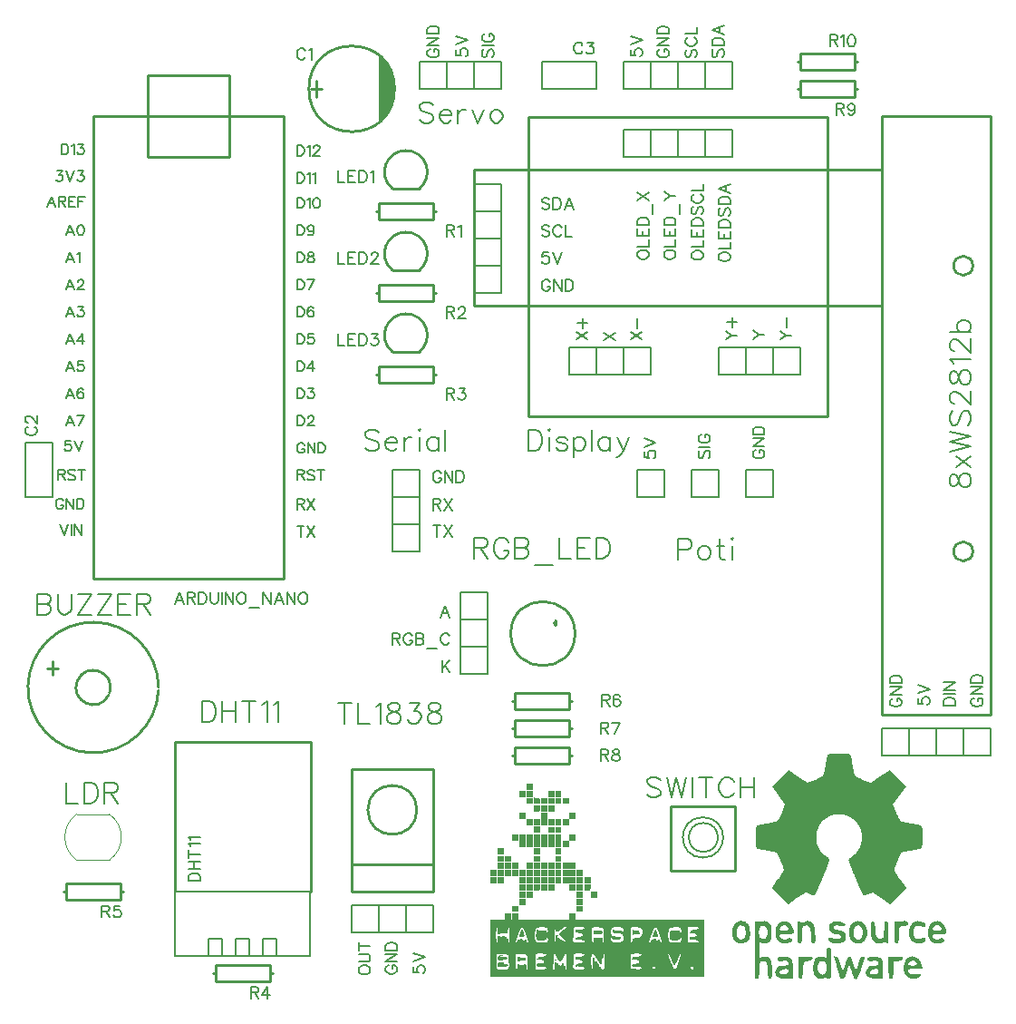
<source format=gto>
G04 Layer: TopSilkLayer*
G04 EasyEDA v5.9.42, Wed, 06 Mar 2019 16:08:20 GMT*
G04 Gerber Generator version 0.2*
G04 Scale: 100 percent, Rotated: No, Reflected: No *
G04 Dimensions in millimeters *
G04 leading zeros omitted , absolute positions ,3 integer and 3 decimal *
%FSLAX33Y33*%
%MOMM*%
G90*
G71D02*

%ADD10C,0.254000*%
%ADD24C,0.203200*%
%ADD25C,0.202999*%
%ADD26C,0.119990*%
%ADD27C,0.200660*%
%ADD28C,0.127000*%
%ADD29C,0.152400*%
%ADD30C,0.202997*%

%LPD*%

%LPD*%
G36*
G01X47903Y11696D02*
G01X47381Y11696D01*
G01X47381Y11108D01*
G01X46008Y11108D01*
G01X46008Y5748D01*
G01X66008Y5748D01*
G01X66008Y11108D01*
G01X53982Y11108D01*
G01X53982Y11696D01*
G01X53394Y11696D01*
G01X53394Y11108D01*
G01X48623Y11108D01*
G01X48623Y11696D01*
G01X48034Y11696D01*
G01X48034Y11402D01*
G01X48029Y11288D01*
G01X48015Y11194D01*
G01X47994Y11131D01*
G01X47969Y11108D01*
G01X47944Y11131D01*
G01X47923Y11194D01*
G01X47909Y11288D01*
G01X47903Y11402D01*
G01X47903Y11696D01*
G37*

%LPC*%
G36*
G01X47153Y7917D02*
G01X47069Y7917D01*
G01X46981Y7914D01*
G01X46890Y7906D01*
G01X46564Y7872D01*
G01X46545Y7225D01*
G01X46542Y7128D01*
G01X46542Y6951D01*
G01X46543Y6872D01*
G01X46546Y6799D01*
G01X46550Y6733D01*
G01X46555Y6675D01*
G01X46561Y6624D01*
G01X46568Y6582D01*
G01X46576Y6548D01*
G01X46586Y6523D01*
G01X46596Y6507D01*
G01X46613Y6496D01*
G01X46643Y6487D01*
G01X46683Y6477D01*
G01X46732Y6468D01*
G01X46789Y6460D01*
G01X46853Y6452D01*
G01X46922Y6445D01*
G01X46994Y6440D01*
G01X47069Y6435D01*
G01X47144Y6431D01*
G01X47219Y6428D01*
G01X47291Y6427D01*
G01X47360Y6426D01*
G01X47424Y6427D01*
G01X47482Y6429D01*
G01X47533Y6432D01*
G01X47574Y6437D01*
G01X47604Y6443D01*
G01X47622Y6452D01*
G01X47628Y6461D01*
G01X47631Y6490D01*
G01X47647Y6540D01*
G01X47673Y6605D01*
G01X47705Y6677D01*
G01X47728Y6727D01*
G01X47744Y6772D01*
G01X47754Y6815D01*
G01X47758Y6856D01*
G01X47756Y6899D01*
G01X47747Y6943D01*
G01X47733Y6991D01*
G01X47712Y7044D01*
G01X47697Y7087D01*
G01X47684Y7136D01*
G01X47675Y7189D01*
G01X47668Y7244D01*
G01X47664Y7300D01*
G01X47663Y7355D01*
G01X47666Y7408D01*
G01X47672Y7456D01*
G01X47682Y7548D01*
G01X47683Y7636D01*
G01X47674Y7710D01*
G01X47655Y7759D01*
G01X47630Y7789D01*
G01X47596Y7816D01*
G01X47552Y7840D01*
G01X47502Y7861D01*
G01X47444Y7879D01*
G01X47380Y7894D01*
G01X47309Y7905D01*
G01X47233Y7913D01*
G01X47153Y7917D01*
G37*
G36*
G01X56590Y7912D02*
G01X56583Y7915D01*
G01X56576Y7911D01*
G01X56569Y7901D01*
G01X56563Y7885D01*
G01X56556Y7862D01*
G01X56550Y7833D01*
G01X56544Y7797D01*
G01X56539Y7754D01*
G01X56534Y7704D01*
G01X56530Y7646D01*
G01X56527Y7582D01*
G01X56524Y7511D01*
G01X56522Y7431D01*
G01X56520Y7342D01*
G01X56518Y7266D01*
G01X56516Y7204D01*
G01X56513Y7156D01*
G01X56510Y7121D01*
G01X56506Y7099D01*
G01X56502Y7090D01*
G01X56497Y7092D01*
G01X56492Y7107D01*
G01X56486Y7133D01*
G01X56478Y7170D01*
G01X56470Y7219D01*
G01X56428Y7480D01*
G01X56394Y7232D01*
G01X56388Y7173D01*
G01X56386Y7118D01*
G01X56388Y7064D01*
G01X56394Y7014D01*
G01X56403Y6967D01*
G01X56415Y6924D01*
G01X56432Y6885D01*
G01X56453Y6852D01*
G01X56486Y6799D01*
G01X56508Y6750D01*
G01X56519Y6712D01*
G01X56515Y6690D01*
G01X56506Y6692D01*
G01X56492Y6705D01*
G01X56471Y6728D01*
G01X56443Y6760D01*
G01X56411Y6802D01*
G01X56374Y6852D01*
G01X56332Y6909D01*
G01X56287Y6973D01*
G01X56238Y7043D01*
G01X56187Y7119D01*
G01X56133Y7199D01*
G01X56078Y7283D01*
G01X56011Y7385D01*
G01X55949Y7478D01*
G01X55892Y7560D01*
G01X55839Y7632D01*
G01X55792Y7695D01*
G01X55748Y7749D01*
G01X55709Y7794D01*
G01X55673Y7831D01*
G01X55639Y7859D01*
G01X55609Y7881D01*
G01X55581Y7894D01*
G01X55555Y7900D01*
G01X55531Y7900D01*
G01X55507Y7893D01*
G01X55485Y7880D01*
G01X55463Y7862D01*
G01X55455Y7847D01*
G01X55448Y7819D01*
G01X55441Y7781D01*
G01X55435Y7733D01*
G01X55430Y7677D01*
G01X55426Y7613D01*
G01X55423Y7544D01*
G01X55421Y7468D01*
G01X55420Y7389D01*
G01X55419Y7307D01*
G01X55419Y7223D01*
G01X55420Y7137D01*
G01X55422Y7053D01*
G01X55424Y6970D01*
G01X55427Y6889D01*
G01X55431Y6813D01*
G01X55436Y6741D01*
G01X55441Y6675D01*
G01X55447Y6616D01*
G01X55453Y6566D01*
G01X55460Y6524D01*
G01X55468Y6493D01*
G01X55477Y6474D01*
G01X55485Y6467D01*
G01X55496Y6473D01*
G01X55507Y6490D01*
G01X55516Y6517D01*
G01X55525Y6554D01*
G01X55533Y6601D01*
G01X55540Y6656D01*
G01X55546Y6718D01*
G01X55551Y6788D01*
G01X55555Y6865D01*
G01X55558Y6947D01*
G01X55560Y7035D01*
G01X55561Y7127D01*
G01X55560Y7223D01*
G01X55559Y7323D01*
G01X55556Y7425D01*
G01X55552Y7530D01*
G01X55553Y7626D01*
G01X55564Y7704D01*
G01X55584Y7756D01*
G01X55611Y7774D01*
G01X55638Y7754D01*
G01X55661Y7698D01*
G01X55676Y7614D01*
G01X55681Y7513D01*
G01X55686Y7411D01*
G01X55701Y7326D01*
G01X55722Y7267D01*
G01X55747Y7244D01*
G01X55778Y7239D01*
G01X55817Y7235D01*
G01X55857Y7230D01*
G01X55894Y7226D01*
G01X55925Y7213D01*
G01X55949Y7186D01*
G01X55964Y7148D01*
G01X55966Y7104D01*
G01X55967Y7063D01*
G01X55977Y7034D01*
G01X55992Y7021D01*
G01X56012Y7026D01*
G01X56043Y7030D01*
G01X56076Y7010D01*
G01X56109Y6973D01*
G01X56138Y6923D01*
G01X56161Y6867D01*
G01X56175Y6810D01*
G01X56177Y6758D01*
G01X56164Y6717D01*
G01X56151Y6690D01*
G01X56151Y6676D01*
G01X56165Y6675D01*
G01X56191Y6688D01*
G01X56222Y6693D01*
G01X56257Y6679D01*
G01X56294Y6649D01*
G01X56327Y6610D01*
G01X56354Y6565D01*
G01X56372Y6521D01*
G01X56376Y6482D01*
G01X56363Y6452D01*
G01X56364Y6442D01*
G01X56389Y6438D01*
G01X56434Y6441D01*
G01X56496Y6451D01*
G01X56534Y6459D01*
G01X56566Y6468D01*
G01X56592Y6481D01*
G01X56613Y6500D01*
G01X56629Y6528D01*
G01X56641Y6568D01*
G01X56650Y6622D01*
G01X56656Y6693D01*
G01X56659Y6783D01*
G01X56661Y6895D01*
G01X56662Y7031D01*
G01X56662Y7194D01*
G01X56661Y7277D01*
G01X56660Y7356D01*
G01X56658Y7430D01*
G01X56655Y7500D01*
G01X56651Y7564D01*
G01X56647Y7623D01*
G01X56642Y7677D01*
G01X56637Y7726D01*
G01X56631Y7769D01*
G01X56625Y7807D01*
G01X56618Y7840D01*
G01X56612Y7867D01*
G01X56604Y7888D01*
G01X56597Y7902D01*
G01X56590Y7912D01*
G37*
G36*
G01X64905Y6718D02*
G01X64868Y6729D01*
G01X64791Y6711D01*
G01X64737Y6664D01*
G01X64715Y6601D01*
G01X64734Y6533D01*
G01X64764Y6497D01*
G01X64799Y6475D01*
G01X64837Y6467D01*
G01X64875Y6471D01*
G01X64909Y6488D01*
G01X64937Y6515D01*
G01X64955Y6552D01*
G01X64963Y6598D01*
G01X64955Y6649D01*
G01X64935Y6690D01*
G01X64905Y6718D01*
G37*
G36*
G01X53039Y7888D02*
G01X53009Y7900D01*
G01X52977Y7892D01*
G01X52942Y7864D01*
G01X52906Y7816D01*
G01X52868Y7748D01*
G01X52828Y7660D01*
G01X52805Y7608D01*
G01X52779Y7555D01*
G01X52750Y7503D01*
G01X52720Y7452D01*
G01X52689Y7405D01*
G01X52658Y7362D01*
G01X52628Y7325D01*
G01X52601Y7297D01*
G01X52556Y7246D01*
G01X52524Y7195D01*
G01X52509Y7150D01*
G01X52514Y7117D01*
G01X52526Y7093D01*
G01X52531Y7073D01*
G01X52530Y7060D01*
G01X52520Y7056D01*
G01X52509Y7064D01*
G01X52491Y7089D01*
G01X52466Y7128D01*
G01X52435Y7181D01*
G01X52399Y7244D01*
G01X52359Y7316D01*
G01X52317Y7395D01*
G01X52273Y7480D01*
G01X52232Y7559D01*
G01X52194Y7629D01*
G01X52159Y7691D01*
G01X52126Y7745D01*
G01X52095Y7791D01*
G01X52067Y7828D01*
G01X52041Y7857D01*
G01X52017Y7878D01*
G01X51996Y7891D01*
G01X51977Y7895D01*
G01X51960Y7892D01*
G01X51945Y7880D01*
G01X51931Y7860D01*
G01X51920Y7832D01*
G01X51911Y7795D01*
G01X51903Y7751D01*
G01X51898Y7698D01*
G01X51894Y7636D01*
G01X51891Y7567D01*
G01X51891Y7489D01*
G01X51890Y7430D01*
G01X51889Y7368D01*
G01X51887Y7304D01*
G01X51885Y7238D01*
G01X51882Y7172D01*
G01X51874Y7042D01*
G01X51870Y6980D01*
G01X51865Y6921D01*
G01X51860Y6866D01*
G01X51855Y6815D01*
G01X51849Y6771D01*
G01X51838Y6685D01*
G01X51832Y6616D01*
G01X51831Y6563D01*
G01X51835Y6524D01*
G01X51845Y6496D01*
G01X51861Y6479D01*
G01X51885Y6470D01*
G01X51915Y6467D01*
G01X51935Y6469D01*
G01X51954Y6476D01*
G01X51969Y6489D01*
G01X51983Y6509D01*
G01X51993Y6538D01*
G01X52002Y6576D01*
G01X52009Y6625D01*
G01X52014Y6686D01*
G01X52018Y6760D01*
G01X52020Y6848D01*
G01X52022Y6951D01*
G01X52022Y7072D01*
G01X52023Y7171D01*
G01X52024Y7260D01*
G01X52026Y7338D01*
G01X52029Y7405D01*
G01X52033Y7461D01*
G01X52039Y7508D01*
G01X52044Y7544D01*
G01X52051Y7571D01*
G01X52059Y7587D01*
G01X52067Y7594D01*
G01X52077Y7591D01*
G01X52087Y7578D01*
G01X52110Y7527D01*
G01X52122Y7459D01*
G01X52125Y7385D01*
G01X52116Y7311D01*
G01X52108Y7233D01*
G01X52116Y7163D01*
G01X52142Y7104D01*
G01X52183Y7057D01*
G01X52235Y7017D01*
G01X52261Y7009D01*
G01X52263Y7034D01*
G01X52247Y7095D01*
G01X52227Y7160D01*
G01X52225Y7183D01*
G01X52242Y7164D01*
G01X52281Y7104D01*
G01X52306Y7054D01*
G01X52320Y7001D01*
G01X52321Y6952D01*
G01X52309Y6914D01*
G01X52295Y6887D01*
G01X52295Y6872D01*
G01X52308Y6871D01*
G01X52334Y6883D01*
G01X52364Y6895D01*
G01X52396Y6895D01*
G01X52424Y6883D01*
G01X52445Y6860D01*
G01X52474Y6823D01*
G01X52504Y6802D01*
G01X52535Y6798D01*
G01X52567Y6809D01*
G01X52599Y6838D01*
G01X52633Y6883D01*
G01X52668Y6945D01*
G01X52703Y7023D01*
G01X52732Y7089D01*
G01X52757Y7143D01*
G01X52779Y7185D01*
G01X52797Y7215D01*
G01X52813Y7233D01*
G01X52826Y7239D01*
G01X52837Y7232D01*
G01X52845Y7214D01*
G01X52851Y7183D01*
G01X52855Y7140D01*
G01X52857Y7086D01*
G01X52858Y7018D01*
G01X52861Y6925D01*
G01X52872Y6841D01*
G01X52887Y6777D01*
G01X52906Y6741D01*
G01X52915Y6741D01*
G01X52921Y6758D01*
G01X52925Y6791D01*
G01X52928Y6839D01*
G01X52926Y6899D01*
G01X52924Y6970D01*
G01X52918Y7049D01*
G01X52911Y7137D01*
G01X52902Y7238D01*
G01X52897Y7327D01*
G01X52894Y7403D01*
G01X52896Y7466D01*
G01X52901Y7514D01*
G01X52908Y7550D01*
G01X52920Y7571D01*
G01X52935Y7578D01*
G01X52949Y7568D01*
G01X52962Y7539D01*
G01X52974Y7491D01*
G01X52983Y7427D01*
G01X52991Y7347D01*
G01X52997Y7252D01*
G01X53001Y7143D01*
G01X53002Y7023D01*
G01X53003Y6905D01*
G01X53006Y6798D01*
G01X53012Y6704D01*
G01X53020Y6623D01*
G01X53030Y6557D01*
G01X53041Y6508D01*
G01X53053Y6478D01*
G01X53067Y6467D01*
G01X53076Y6473D01*
G01X53083Y6490D01*
G01X53091Y6518D01*
G01X53098Y6554D01*
G01X53105Y6599D01*
G01X53110Y6651D01*
G01X53115Y6710D01*
G01X53120Y6774D01*
G01X53124Y6843D01*
G01X53127Y6916D01*
G01X53130Y6991D01*
G01X53132Y7069D01*
G01X53133Y7147D01*
G01X53133Y7302D01*
G01X53132Y7378D01*
G01X53130Y7450D01*
G01X53127Y7519D01*
G01X53124Y7583D01*
G01X53119Y7642D01*
G01X53114Y7694D01*
G01X53108Y7739D01*
G01X53101Y7775D01*
G01X53093Y7802D01*
G01X53067Y7855D01*
G01X53039Y7888D01*
G37*
G36*
G01X48809Y7905D02*
G01X48361Y7905D01*
G01X48361Y6916D01*
G01X48360Y6843D01*
G01X48360Y6776D01*
G01X48359Y6716D01*
G01X48359Y6664D01*
G01X48358Y6621D01*
G01X48358Y6587D01*
G01X48357Y6563D01*
G01X48356Y6551D01*
G01X48360Y6530D01*
G01X48373Y6510D01*
G01X48395Y6493D01*
G01X48422Y6480D01*
G01X48451Y6491D01*
G01X48473Y6544D01*
G01X48487Y6633D01*
G01X48492Y6756D01*
G01X48497Y6877D01*
G01X48512Y6972D01*
G01X48535Y7033D01*
G01X48564Y7056D01*
G01X48590Y7049D01*
G01X48606Y7031D01*
G01X48611Y7004D01*
G01X48604Y6971D01*
G01X48604Y6953D01*
G01X48619Y6937D01*
G01X48647Y6923D01*
G01X48684Y6911D01*
G01X48731Y6902D01*
G01X48784Y6895D01*
G01X48843Y6890D01*
G01X48905Y6887D01*
G01X48968Y6887D01*
G01X49031Y6889D01*
G01X49091Y6895D01*
G01X49147Y6902D01*
G01X49197Y6912D01*
G01X49239Y6925D01*
G01X49271Y6940D01*
G01X49292Y6958D01*
G01X49310Y6961D01*
G01X49326Y6922D01*
G01X49336Y6848D01*
G01X49341Y6745D01*
G01X49347Y6637D01*
G01X49362Y6549D01*
G01X49384Y6489D01*
G01X49411Y6467D01*
G01X49426Y6475D01*
G01X49439Y6496D01*
G01X49451Y6532D01*
G01X49460Y6579D01*
G01X49468Y6639D01*
G01X49474Y6708D01*
G01X49477Y6787D01*
G01X49478Y6876D01*
G01X49477Y6962D01*
G01X49477Y7135D01*
G01X49478Y7217D01*
G01X49479Y7294D01*
G01X49480Y7362D01*
G01X49481Y7420D01*
G01X49483Y7465D01*
G01X49477Y7545D01*
G01X49454Y7631D01*
G01X49418Y7711D01*
G01X49374Y7775D01*
G01X49336Y7811D01*
G01X49296Y7840D01*
G01X49249Y7863D01*
G01X49192Y7880D01*
G01X49122Y7892D01*
G01X49037Y7900D01*
G01X48933Y7904D01*
G01X48809Y7905D01*
G37*
G36*
G01X54316Y7933D02*
G01X54241Y7934D01*
G01X54168Y7933D01*
G01X54099Y7930D01*
G01X54037Y7925D01*
G01X53798Y7898D01*
G01X53751Y7283D01*
G01X53745Y7198D01*
G01X53741Y7116D01*
G01X53737Y7036D01*
G01X53734Y6959D01*
G01X53731Y6886D01*
G01X53730Y6818D01*
G01X53730Y6756D01*
G01X53731Y6701D01*
G01X53732Y6654D01*
G01X53735Y6616D01*
G01X53739Y6586D01*
G01X53743Y6567D01*
G01X53760Y6540D01*
G01X53787Y6519D01*
G01X53827Y6501D01*
G01X53883Y6488D01*
G01X53956Y6478D01*
G01X54050Y6472D01*
G01X54166Y6468D01*
G01X54307Y6467D01*
G01X54423Y6468D01*
G01X54524Y6472D01*
G01X54611Y6478D01*
G01X54683Y6486D01*
G01X54741Y6497D01*
G01X54784Y6510D01*
G01X54814Y6525D01*
G01X54829Y6544D01*
G01X54830Y6564D01*
G01X54817Y6587D01*
G01X54791Y6613D01*
G01X54750Y6641D01*
G01X54706Y6662D01*
G01X54645Y6681D01*
G01X54571Y6698D01*
G01X54489Y6712D01*
G01X54401Y6723D01*
G01X54312Y6731D01*
G01X54225Y6736D01*
G01X54144Y6737D01*
G01X54073Y6734D01*
G01X54016Y6727D01*
G01X53975Y6716D01*
G01X53956Y6699D01*
G01X53945Y6691D01*
G01X53935Y6718D01*
G01X53929Y6776D01*
G01X53926Y6859D01*
G01X53929Y6968D01*
G01X53937Y7017D01*
G01X53954Y7013D01*
G01X53982Y6958D01*
G01X54004Y6913D01*
G01X54023Y6889D01*
G01X54036Y6887D01*
G01X54043Y6908D01*
G01X54059Y6940D01*
G01X54099Y6967D01*
G01X54157Y6985D01*
G01X54227Y6992D01*
G01X54306Y6999D01*
G01X54381Y7016D01*
G01X54449Y7043D01*
G01X54507Y7075D01*
G01X54553Y7112D01*
G01X54583Y7151D01*
G01X54594Y7191D01*
G01X54582Y7228D01*
G01X54555Y7256D01*
G01X54513Y7282D01*
G01X54459Y7308D01*
G01X54396Y7330D01*
G01X54327Y7351D01*
G01X54256Y7367D01*
G01X54185Y7380D01*
G01X54119Y7388D01*
G01X54060Y7390D01*
G01X54011Y7387D01*
G01X53976Y7376D01*
G01X53957Y7358D01*
G01X53946Y7348D01*
G01X53936Y7373D01*
G01X53929Y7430D01*
G01X53927Y7513D01*
G01X53929Y7597D01*
G01X53935Y7656D01*
G01X53944Y7683D01*
G01X53955Y7676D01*
G01X53976Y7656D01*
G01X54015Y7641D01*
G01X54071Y7632D01*
G01X54138Y7629D01*
G01X54214Y7631D01*
G01X54295Y7637D01*
G01X54377Y7648D01*
G01X54458Y7662D01*
G01X54533Y7680D01*
G01X54598Y7702D01*
G01X54652Y7726D01*
G01X54688Y7753D01*
G01X54723Y7791D01*
G01X54747Y7826D01*
G01X54760Y7853D01*
G01X54758Y7870D01*
G01X54738Y7882D01*
G01X54703Y7892D01*
G01X54657Y7902D01*
G01X54601Y7912D01*
G01X54536Y7919D01*
G01X54466Y7925D01*
G01X54392Y7930D01*
G01X54316Y7933D01*
G37*
G36*
G01X50755Y7931D02*
G01X50683Y7932D01*
G01X50611Y7931D01*
G01X50539Y7928D01*
G01X50469Y7923D01*
G01X50191Y7898D01*
G01X50191Y6467D01*
G01X50714Y6467D01*
G01X50820Y6468D01*
G01X50919Y6472D01*
G01X51008Y6478D01*
G01X51085Y6486D01*
G01X51148Y6495D01*
G01X51196Y6505D01*
G01X51227Y6518D01*
G01X51237Y6530D01*
G01X51231Y6559D01*
G01X51216Y6587D01*
G01X51190Y6613D01*
G01X51156Y6636D01*
G01X51113Y6658D01*
G01X51064Y6677D01*
G01X51007Y6692D01*
G01X50946Y6705D01*
G01X50880Y6714D01*
G01X50810Y6720D01*
G01X50736Y6722D01*
G01X50661Y6719D01*
G01X50568Y6714D01*
G01X50495Y6713D01*
G01X50440Y6717D01*
G01X50400Y6727D01*
G01X50372Y6745D01*
G01X50353Y6771D01*
G01X50341Y6807D01*
G01X50333Y6852D01*
G01X50330Y6917D01*
G01X50338Y6981D01*
G01X50356Y7037D01*
G01X50382Y7076D01*
G01X50414Y7104D01*
G01X50436Y7112D01*
G01X50449Y7101D01*
G01X50453Y7069D01*
G01X50460Y7043D01*
G01X50481Y7022D01*
G01X50515Y7007D01*
G01X50557Y6997D01*
G01X50605Y6993D01*
G01X50659Y6993D01*
G01X50716Y6998D01*
G01X50773Y7007D01*
G01X50827Y7022D01*
G01X50877Y7041D01*
G01X50921Y7065D01*
G01X50956Y7093D01*
G01X50987Y7128D01*
G01X51008Y7162D01*
G01X51016Y7193D01*
G01X51014Y7222D01*
G01X51001Y7248D01*
G01X50977Y7270D01*
G01X50943Y7291D01*
G01X50899Y7308D01*
G01X50844Y7322D01*
G01X50779Y7332D01*
G01X50704Y7340D01*
G01X50534Y7346D01*
G01X50466Y7351D01*
G01X50414Y7360D01*
G01X50376Y7373D01*
G01X50350Y7390D01*
G01X50334Y7413D01*
G01X50325Y7443D01*
G01X50323Y7480D01*
G01X50326Y7543D01*
G01X50336Y7568D01*
G01X50355Y7557D01*
G01X50388Y7513D01*
G01X50420Y7467D01*
G01X50439Y7453D01*
G01X50449Y7474D01*
G01X50452Y7530D01*
G01X50455Y7561D01*
G01X50465Y7586D01*
G01X50484Y7606D01*
G01X50511Y7621D01*
G01X50551Y7632D01*
G01X50603Y7639D01*
G01X50669Y7643D01*
G01X50751Y7644D01*
G01X50820Y7647D01*
G01X50887Y7655D01*
G01X50952Y7667D01*
G01X51014Y7683D01*
G01X51070Y7703D01*
G01X51119Y7725D01*
G01X51160Y7748D01*
G01X51191Y7772D01*
G01X51211Y7796D01*
G01X51218Y7819D01*
G01X51211Y7841D01*
G01X51189Y7861D01*
G01X51159Y7874D01*
G01X51121Y7887D01*
G01X51073Y7898D01*
G01X51019Y7908D01*
G01X50960Y7916D01*
G01X50894Y7923D01*
G01X50826Y7928D01*
G01X50755Y7931D01*
G37*
G36*
G01X59642Y7930D02*
G01X59573Y7930D01*
G01X59505Y7927D01*
G01X59438Y7921D01*
G01X59374Y7913D01*
G01X59113Y7872D01*
G01X59113Y6500D01*
G01X59619Y6481D01*
G01X59730Y6478D01*
G01X59829Y6477D01*
G01X59916Y6480D01*
G01X59989Y6485D01*
G01X60047Y6492D01*
G01X60090Y6502D01*
G01X60117Y6514D01*
G01X60126Y6528D01*
G01X60120Y6557D01*
G01X60105Y6585D01*
G01X60079Y6611D01*
G01X60045Y6635D01*
G01X60003Y6657D01*
G01X59954Y6676D01*
G01X59899Y6692D01*
G01X59838Y6705D01*
G01X59772Y6715D01*
G01X59702Y6720D01*
G01X59630Y6722D01*
G01X59554Y6720D01*
G01X59478Y6716D01*
G01X59413Y6716D01*
G01X59358Y6720D01*
G01X59313Y6728D01*
G01X59279Y6741D01*
G01X59253Y6759D01*
G01X59236Y6782D01*
G01X59228Y6811D01*
G01X59227Y6847D01*
G01X59235Y6889D01*
G01X59249Y6939D01*
G01X59270Y6996D01*
G01X59296Y7052D01*
G01X59317Y7081D01*
G01X59331Y7081D01*
G01X59337Y7050D01*
G01X59346Y7022D01*
G01X59367Y7000D01*
G01X59400Y6984D01*
G01X59442Y6975D01*
G01X59491Y6972D01*
G01X59545Y6975D01*
G01X59601Y6983D01*
G01X59659Y6997D01*
G01X59714Y7016D01*
G01X59767Y7040D01*
G01X59815Y7069D01*
G01X59855Y7102D01*
G01X59884Y7136D01*
G01X59901Y7167D01*
G01X59908Y7197D01*
G01X59904Y7225D01*
G01X59890Y7250D01*
G01X59864Y7272D01*
G01X59829Y7292D01*
G01X59784Y7309D01*
G01X59729Y7322D01*
G01X59665Y7332D01*
G01X59591Y7340D01*
G01X59508Y7343D01*
G01X59393Y7351D01*
G01X59299Y7367D01*
G01X59237Y7389D01*
G01X59216Y7415D01*
G01X59223Y7458D01*
G01X59237Y7509D01*
G01X59256Y7562D01*
G01X59277Y7611D01*
G01X59298Y7652D01*
G01X59317Y7681D01*
G01X59330Y7690D01*
G01X59337Y7676D01*
G01X59350Y7656D01*
G01X59384Y7641D01*
G01X59435Y7633D01*
G01X59499Y7629D01*
G01X59573Y7630D01*
G01X59652Y7636D01*
G01X59733Y7646D01*
G01X59813Y7660D01*
G01X59887Y7677D01*
G01X59953Y7697D01*
G01X60005Y7720D01*
G01X60041Y7745D01*
G01X60070Y7781D01*
G01X60087Y7815D01*
G01X60090Y7842D01*
G01X60077Y7861D01*
G01X60045Y7876D01*
G01X60004Y7890D01*
G01X59956Y7901D01*
G01X59901Y7912D01*
G01X59841Y7919D01*
G01X59777Y7925D01*
G01X59710Y7929D01*
G01X59642Y7930D01*
G37*
G36*
G01X61305Y6725D02*
G01X61266Y6729D01*
G01X61229Y6721D01*
G01X61201Y6701D01*
G01X61183Y6672D01*
G01X61174Y6636D01*
G01X61176Y6598D01*
G01X61188Y6559D01*
G01X61210Y6524D01*
G01X61244Y6495D01*
G01X61275Y6486D01*
G01X61308Y6491D01*
G01X61339Y6509D01*
G01X61367Y6536D01*
G01X61389Y6569D01*
G01X61402Y6606D01*
G01X61404Y6643D01*
G01X61392Y6677D01*
G01X61372Y6697D01*
G01X61342Y6713D01*
G01X61305Y6725D01*
G37*
G36*
G01X62682Y7894D02*
G01X62666Y7905D01*
G01X62651Y7904D01*
G01X62638Y7901D01*
G01X62628Y7895D01*
G01X62621Y7885D01*
G01X62618Y7869D01*
G01X62618Y7849D01*
G01X62622Y7821D01*
G01X62630Y7787D01*
G01X62642Y7744D01*
G01X62659Y7693D01*
G01X62680Y7632D01*
G01X62706Y7560D01*
G01X62737Y7477D01*
G01X62773Y7381D01*
G01X62815Y7272D01*
G01X62862Y7150D01*
G01X62897Y7062D01*
G01X62930Y6980D01*
G01X62962Y6905D01*
G01X62992Y6836D01*
G01X63020Y6773D01*
G01X63047Y6717D01*
G01X63073Y6667D01*
G01X63098Y6623D01*
G01X63122Y6586D01*
G01X63145Y6555D01*
G01X63167Y6530D01*
G01X63189Y6512D01*
G01X63210Y6499D01*
G01X63230Y6493D01*
G01X63251Y6493D01*
G01X63270Y6500D01*
G01X63290Y6513D01*
G01X63310Y6531D01*
G01X63330Y6556D01*
G01X63350Y6587D01*
G01X63370Y6624D01*
G01X63391Y6668D01*
G01X63412Y6717D01*
G01X63434Y6773D01*
G01X63456Y6835D01*
G01X63480Y6902D01*
G01X63504Y6976D01*
G01X63529Y7056D01*
G01X63552Y7132D01*
G01X63576Y7208D01*
G01X63600Y7283D01*
G01X63622Y7355D01*
G01X63644Y7425D01*
G01X63664Y7491D01*
G01X63683Y7552D01*
G01X63701Y7608D01*
G01X63716Y7657D01*
G01X63730Y7699D01*
G01X63740Y7733D01*
G01X63748Y7758D01*
G01X63762Y7817D01*
G01X63763Y7863D01*
G01X63753Y7894D01*
G01X63731Y7905D01*
G01X63715Y7897D01*
G01X63696Y7874D01*
G01X63673Y7838D01*
G01X63647Y7790D01*
G01X63619Y7732D01*
G01X63591Y7665D01*
G01X63562Y7592D01*
G01X63535Y7512D01*
G01X63506Y7431D01*
G01X63475Y7352D01*
G01X63443Y7275D01*
G01X63410Y7204D01*
G01X63378Y7140D01*
G01X63348Y7086D01*
G01X63320Y7043D01*
G01X63296Y7014D01*
G01X63258Y6966D01*
G01X63232Y6912D01*
G01X63221Y6859D01*
G01X63226Y6815D01*
G01X63235Y6782D01*
G01X63233Y6760D01*
G01X63222Y6752D01*
G01X63201Y6759D01*
G01X63192Y6769D01*
G01X63178Y6789D01*
G01X63162Y6817D01*
G01X63142Y6854D01*
G01X63121Y6898D01*
G01X63098Y6948D01*
G01X63072Y7005D01*
G01X63046Y7066D01*
G01X63018Y7132D01*
G01X62990Y7202D01*
G01X62961Y7276D01*
G01X62932Y7351D01*
G01X62889Y7462D01*
G01X62846Y7566D01*
G01X62806Y7660D01*
G01X62767Y7742D01*
G01X62734Y7810D01*
G01X62704Y7861D01*
G01X62682Y7894D01*
G37*
G36*
G01X61444Y10370D02*
G01X61425Y10373D01*
G01X61407Y10371D01*
G01X61387Y10366D01*
G01X61368Y10356D01*
G01X61349Y10342D01*
G01X61329Y10324D01*
G01X61309Y10302D01*
G01X61289Y10275D01*
G01X61268Y10244D01*
G01X61247Y10209D01*
G01X61224Y10169D01*
G01X61202Y10125D01*
G01X61179Y10077D01*
G01X61155Y10024D01*
G01X61130Y9967D01*
G01X61105Y9905D01*
G01X61079Y9839D01*
G01X61051Y9769D01*
G01X61024Y9694D01*
G01X60995Y9615D01*
G01X60965Y9531D01*
G01X60934Y9442D01*
G01X60901Y9349D01*
G01X60854Y9213D01*
G01X60820Y9112D01*
G01X60798Y9041D01*
G01X60788Y8995D01*
G01X60788Y8968D01*
G01X60799Y8955D01*
G01X60818Y8951D01*
G01X60846Y8951D01*
G01X60877Y8964D01*
G01X60912Y8999D01*
G01X60946Y9051D01*
G01X60976Y9114D01*
G01X60996Y9161D01*
G01X61018Y9199D01*
G01X61044Y9227D01*
G01X61077Y9248D01*
G01X61118Y9262D01*
G01X61171Y9271D01*
G01X61236Y9276D01*
G01X61317Y9277D01*
G01X61442Y9273D01*
G01X61511Y9262D01*
G01X61529Y9242D01*
G01X61498Y9213D01*
G01X61451Y9180D01*
G01X61437Y9160D01*
G01X61457Y9151D01*
G01X61511Y9148D01*
G01X61557Y9153D01*
G01X61601Y9166D01*
G01X61637Y9187D01*
G01X61662Y9213D01*
G01X61688Y9248D01*
G01X61715Y9268D01*
G01X61741Y9276D01*
G01X61767Y9269D01*
G01X61792Y9250D01*
G01X61814Y9217D01*
G01X61834Y9172D01*
G01X61852Y9114D01*
G01X61870Y9061D01*
G01X61894Y9016D01*
G01X61922Y8981D01*
G01X61951Y8957D01*
G01X61978Y8945D01*
G01X62000Y8948D01*
G01X62016Y8968D01*
G01X62021Y9005D01*
G01X62019Y9018D01*
G01X62013Y9043D01*
G01X62003Y9078D01*
G01X61990Y9122D01*
G01X61974Y9174D01*
G01X61955Y9234D01*
G01X61933Y9301D01*
G01X61909Y9374D01*
G01X61884Y9452D01*
G01X61856Y9534D01*
G01X61827Y9620D01*
G01X61796Y9708D01*
G01X61771Y9778D01*
G01X61747Y9844D01*
G01X61724Y9907D01*
G01X61702Y9966D01*
G01X61679Y10021D01*
G01X61658Y10072D01*
G01X61637Y10119D01*
G01X61617Y10162D01*
G01X61597Y10201D01*
G01X61577Y10236D01*
G01X61557Y10268D01*
G01X61538Y10295D01*
G01X61519Y10318D01*
G01X61500Y10337D01*
G01X61481Y10352D01*
G01X61463Y10363D01*
G01X61444Y10370D01*
G37*
G36*
G01X63430Y10388D02*
G01X63297Y10389D01*
G01X63213Y10388D01*
G01X63136Y10386D01*
G01X63065Y10380D01*
G01X63001Y10373D01*
G01X62943Y10363D01*
G01X62890Y10350D01*
G01X62844Y10334D01*
G01X62802Y10314D01*
G01X62765Y10290D01*
G01X62734Y10262D01*
G01X62707Y10229D01*
G01X62683Y10191D01*
G01X62663Y10149D01*
G01X62648Y10101D01*
G01X62634Y10048D01*
G01X62625Y9988D01*
G01X62618Y9922D01*
G01X62613Y9850D01*
G01X62611Y9771D01*
G01X62609Y9684D01*
G01X62610Y9595D01*
G01X62613Y9512D01*
G01X62617Y9437D01*
G01X62623Y9368D01*
G01X62631Y9307D01*
G01X62643Y9251D01*
G01X62656Y9201D01*
G01X62673Y9157D01*
G01X62693Y9118D01*
G01X62717Y9084D01*
G01X62745Y9054D01*
G01X62777Y9029D01*
G01X62813Y9008D01*
G01X62853Y8992D01*
G01X62899Y8978D01*
G01X62949Y8967D01*
G01X63005Y8960D01*
G01X63066Y8954D01*
G01X63133Y8952D01*
G01X63206Y8951D01*
G01X63287Y8952D01*
G01X63368Y8957D01*
G01X63447Y8963D01*
G01X63520Y8971D01*
G01X63587Y8981D01*
G01X63645Y8993D01*
G01X63692Y9005D01*
G01X63725Y9018D01*
G01X63770Y9056D01*
G01X63806Y9109D01*
G01X63833Y9172D01*
G01X63849Y9239D01*
G01X63854Y9303D01*
G01X63845Y9357D01*
G01X63823Y9394D01*
G01X63786Y9409D01*
G01X63761Y9401D01*
G01X63740Y9381D01*
G01X63726Y9350D01*
G01X63720Y9314D01*
G01X63715Y9289D01*
G01X63699Y9266D01*
G01X63674Y9245D01*
G01X63640Y9226D01*
G01X63600Y9210D01*
G01X63552Y9195D01*
G01X63500Y9184D01*
G01X63443Y9173D01*
G01X63383Y9166D01*
G01X63321Y9161D01*
G01X63257Y9158D01*
G01X63193Y9158D01*
G01X63131Y9161D01*
G01X63070Y9166D01*
G01X63011Y9174D01*
G01X62957Y9185D01*
G01X62908Y9199D01*
G01X62865Y9216D01*
G01X62828Y9235D01*
G01X62799Y9258D01*
G01X62782Y9284D01*
G01X62769Y9325D01*
G01X62759Y9377D01*
G01X62752Y9439D01*
G01X62748Y9509D01*
G01X62747Y9584D01*
G01X62748Y9663D01*
G01X62753Y9743D01*
G01X62759Y9822D01*
G01X62768Y9898D01*
G01X62780Y9970D01*
G01X62793Y10034D01*
G01X62808Y10090D01*
G01X62825Y10134D01*
G01X62844Y10165D01*
G01X62863Y10180D01*
G01X62896Y10186D01*
G01X62916Y10181D01*
G01X62922Y10167D01*
G01X62913Y10143D01*
G01X62912Y10128D01*
G01X62925Y10115D01*
G01X62951Y10105D01*
G01X62989Y10096D01*
G01X63037Y10090D01*
G01X63092Y10087D01*
G01X63152Y10085D01*
G01X63215Y10086D01*
G01X63280Y10088D01*
G01X63344Y10093D01*
G01X63405Y10100D01*
G01X63462Y10108D01*
G01X63513Y10118D01*
G01X63555Y10130D01*
G01X63586Y10144D01*
G01X63605Y10160D01*
G01X63624Y10174D01*
G01X63639Y10163D01*
G01X63650Y10130D01*
G01X63654Y10078D01*
G01X63662Y10019D01*
G01X63682Y9973D01*
G01X63713Y9942D01*
G01X63754Y9931D01*
G01X63791Y9934D01*
G01X63819Y9945D01*
G01X63837Y9962D01*
G01X63846Y9990D01*
G01X63845Y10028D01*
G01X63835Y10079D01*
G01X63816Y10143D01*
G01X63788Y10221D01*
G01X63766Y10273D01*
G01X63742Y10313D01*
G01X63711Y10343D01*
G01X63669Y10364D01*
G01X63612Y10377D01*
G01X63534Y10384D01*
G01X63430Y10388D01*
G37*
G36*
G01X48969Y10376D02*
G01X48942Y10377D01*
G01X48917Y10373D01*
G01X48893Y10362D01*
G01X48869Y10342D01*
G01X48844Y10314D01*
G01X48818Y10275D01*
G01X48790Y10224D01*
G01X48759Y10162D01*
G01X48725Y10085D01*
G01X48687Y9994D01*
G01X48645Y9887D01*
G01X48596Y9763D01*
G01X48564Y9677D01*
G01X48533Y9592D01*
G01X48504Y9510D01*
G01X48478Y9430D01*
G01X48454Y9355D01*
G01X48433Y9286D01*
G01X48415Y9222D01*
G01X48401Y9165D01*
G01X48390Y9116D01*
G01X48382Y9076D01*
G01X48379Y9045D01*
G01X48380Y9025D01*
G01X48396Y8985D01*
G01X48417Y8983D01*
G01X48444Y9021D01*
G01X48480Y9098D01*
G01X48503Y9150D01*
G01X48528Y9191D01*
G01X48555Y9223D01*
G01X48588Y9246D01*
G01X48629Y9262D01*
G01X48680Y9271D01*
G01X48743Y9277D01*
G01X48821Y9278D01*
G01X48928Y9273D01*
G01X49004Y9260D01*
G01X49045Y9239D01*
G01X49047Y9213D01*
G01X49039Y9187D01*
G01X49047Y9166D01*
G01X49069Y9152D01*
G01X49103Y9147D01*
G01X49143Y9153D01*
G01X49179Y9170D01*
G01X49208Y9194D01*
G01X49226Y9224D01*
G01X49245Y9257D01*
G01X49270Y9270D01*
G01X49300Y9267D01*
G01X49330Y9249D01*
G01X49360Y9219D01*
G01X49384Y9179D01*
G01X49400Y9131D01*
G01X49407Y9078D01*
G01X49412Y9029D01*
G01X49426Y8988D01*
G01X49447Y8961D01*
G01X49472Y8951D01*
G01X49490Y8952D01*
G01X49505Y8958D01*
G01X49517Y8968D01*
G01X49525Y8982D01*
G01X49530Y9002D01*
G01X49531Y9028D01*
G01X49528Y9060D01*
G01X49522Y9100D01*
G01X49511Y9146D01*
G01X49497Y9202D01*
G01X49478Y9266D01*
G01X49455Y9340D01*
G01X49428Y9423D01*
G01X49396Y9517D01*
G01X49359Y9622D01*
G01X49318Y9739D01*
G01X49278Y9851D01*
G01X49240Y9950D01*
G01X49206Y10037D01*
G01X49175Y10111D01*
G01X49145Y10176D01*
G01X49118Y10230D01*
G01X49091Y10274D01*
G01X49066Y10309D01*
G01X49041Y10337D01*
G01X49017Y10356D01*
G01X48993Y10369D01*
G01X48969Y10376D01*
G37*
G36*
G01X46619Y10365D02*
G01X46593Y10389D01*
G01X46584Y10382D01*
G01X46576Y10364D01*
G01X46568Y10334D01*
G01X46561Y10293D01*
G01X46555Y10242D01*
G01X46549Y10182D01*
G01X46543Y10114D01*
G01X46539Y10038D01*
G01X46536Y9954D01*
G01X46533Y9865D01*
G01X46532Y9770D01*
G01X46531Y9670D01*
G01X46532Y9564D01*
G01X46533Y9466D01*
G01X46536Y9374D01*
G01X46539Y9290D01*
G01X46543Y9214D01*
G01X46549Y9147D01*
G01X46555Y9089D01*
G01X46562Y9040D01*
G01X46569Y9002D01*
G01X46578Y8974D01*
G01X46587Y8957D01*
G01X46596Y8951D01*
G01X46621Y8954D01*
G01X46640Y8966D01*
G01X46654Y8987D01*
G01X46663Y9024D01*
G01X46668Y9076D01*
G01X46670Y9148D01*
G01X46668Y9241D01*
G01X46663Y9359D01*
G01X46664Y9456D01*
G01X46676Y9534D01*
G01X46695Y9586D01*
G01X46722Y9605D01*
G01X46750Y9601D01*
G01X46772Y9590D01*
G01X46787Y9575D01*
G01X46792Y9555D01*
G01X46819Y9538D01*
G01X46890Y9527D01*
G01X46995Y9524D01*
G01X47124Y9530D01*
G01X47223Y9536D01*
G01X47301Y9537D01*
G01X47361Y9534D01*
G01X47406Y9525D01*
G01X47439Y9509D01*
G01X47462Y9485D01*
G01X47479Y9452D01*
G01X47492Y9410D01*
G01X47513Y9346D01*
G01X47534Y9317D01*
G01X47557Y9320D01*
G01X47585Y9354D01*
G01X47609Y9375D01*
G01X47626Y9355D01*
G01X47637Y9293D01*
G01X47641Y9192D01*
G01X47646Y9093D01*
G01X47660Y9023D01*
G01X47681Y8985D01*
G01X47707Y8983D01*
G01X47718Y8997D01*
G01X47728Y9023D01*
G01X47736Y9060D01*
G01X47744Y9106D01*
G01X47750Y9162D01*
G01X47757Y9226D01*
G01X47761Y9296D01*
G01X47766Y9372D01*
G01X47769Y9452D01*
G01X47771Y9535D01*
G01X47772Y9620D01*
G01X47773Y9706D01*
G01X47772Y9792D01*
G01X47771Y9876D01*
G01X47769Y9958D01*
G01X47766Y10037D01*
G01X47761Y10110D01*
G01X47757Y10177D01*
G01X47750Y10237D01*
G01X47744Y10288D01*
G01X47736Y10331D01*
G01X47728Y10362D01*
G01X47718Y10382D01*
G01X47707Y10389D01*
G01X47686Y10379D01*
G01X47668Y10352D01*
G01X47651Y10309D01*
G01X47639Y10251D01*
G01X47630Y10183D01*
G01X47625Y10105D01*
G01X47625Y10020D01*
G01X47629Y9929D01*
G01X47622Y9890D01*
G01X47601Y9857D01*
G01X47567Y9834D01*
G01X47524Y9825D01*
G01X47495Y9823D01*
G01X47453Y9821D01*
G01X47341Y9815D01*
G01X47273Y9810D01*
G01X47202Y9806D01*
G01X47128Y9802D01*
G01X47054Y9797D01*
G01X46694Y9773D01*
G01X46675Y10081D01*
G01X46662Y10201D01*
G01X46643Y10299D01*
G01X46619Y10365D01*
G37*
G36*
G01X65127Y10442D02*
G01X65075Y10442D01*
G01X65019Y10441D01*
G01X64958Y10438D01*
G01X64892Y10433D01*
G01X64819Y10426D01*
G01X64740Y10418D01*
G01X64652Y10407D01*
G01X64440Y10380D01*
G01X64440Y8951D01*
G01X64963Y8951D01*
G01X65069Y8952D01*
G01X65167Y8956D01*
G01X65256Y8962D01*
G01X65333Y8969D01*
G01X65397Y8978D01*
G01X65445Y8990D01*
G01X65475Y9001D01*
G01X65485Y9014D01*
G01X65480Y9043D01*
G01X65464Y9071D01*
G01X65438Y9096D01*
G01X65404Y9120D01*
G01X65361Y9141D01*
G01X65312Y9160D01*
G01X65256Y9176D01*
G01X65194Y9189D01*
G01X65128Y9198D01*
G01X65058Y9203D01*
G01X64984Y9205D01*
G01X64909Y9203D01*
G01X64816Y9198D01*
G01X64744Y9197D01*
G01X64689Y9201D01*
G01X64649Y9211D01*
G01X64620Y9229D01*
G01X64602Y9255D01*
G01X64590Y9290D01*
G01X64581Y9336D01*
G01X64578Y9401D01*
G01X64587Y9465D01*
G01X64604Y9520D01*
G01X64630Y9560D01*
G01X64663Y9588D01*
G01X64685Y9596D01*
G01X64697Y9584D01*
G01X64701Y9552D01*
G01X64708Y9527D01*
G01X64726Y9507D01*
G01X64756Y9492D01*
G01X64793Y9483D01*
G01X64838Y9478D01*
G01X64888Y9479D01*
G01X64941Y9484D01*
G01X64995Y9493D01*
G01X65049Y9508D01*
G01X65101Y9527D01*
G01X65149Y9550D01*
G01X65191Y9578D01*
G01X65322Y9678D01*
G01X65191Y9777D01*
G01X65157Y9799D01*
G01X65119Y9818D01*
G01X65077Y9832D01*
G01X65031Y9842D01*
G01X64982Y9849D01*
G01X64930Y9852D01*
G01X64874Y9850D01*
G01X64815Y9844D01*
G01X64739Y9835D01*
G01X64680Y9831D01*
G01X64637Y9833D01*
G01X64607Y9843D01*
G01X64588Y9862D01*
G01X64578Y9891D01*
G01X64574Y9932D01*
G01X64575Y9987D01*
G01X64579Y10076D01*
G01X64588Y10110D01*
G01X64605Y10094D01*
G01X64636Y10029D01*
G01X64665Y9966D01*
G01X64683Y9943D01*
G01X64692Y9959D01*
G01X64696Y10013D01*
G01X64701Y10045D01*
G01X64713Y10070D01*
G01X64733Y10090D01*
G01X64764Y10105D01*
G01X64808Y10116D01*
G01X64866Y10123D01*
G01X64940Y10126D01*
G01X65032Y10127D01*
G01X65166Y10132D01*
G01X65263Y10145D01*
G01X65316Y10166D01*
G01X65322Y10193D01*
G01X65314Y10218D01*
G01X65323Y10239D01*
G01X65347Y10253D01*
G01X65384Y10258D01*
G01X65432Y10263D01*
G01X65465Y10276D01*
G01X65481Y10296D01*
G01X65481Y10319D01*
G01X65466Y10344D01*
G01X65438Y10370D01*
G01X65394Y10394D01*
G01X65338Y10413D01*
G01X65300Y10423D01*
G01X65260Y10430D01*
G01X65218Y10436D01*
G01X65174Y10440D01*
G01X65127Y10442D01*
G37*
G36*
G01X54261Y10428D02*
G01X54180Y10428D01*
G01X54103Y10425D01*
G01X54033Y10420D01*
G01X53971Y10411D01*
G01X53932Y10404D01*
G01X53899Y10395D01*
G01X53872Y10382D01*
G01X53849Y10365D01*
G01X53830Y10339D01*
G01X53814Y10303D01*
G01X53802Y10255D01*
G01X53791Y10194D01*
G01X53781Y10116D01*
G01X53772Y10020D01*
G01X53762Y9904D01*
G01X53751Y9766D01*
G01X53745Y9682D01*
G01X53741Y9599D01*
G01X53737Y9519D01*
G01X53734Y9442D01*
G01X53731Y9370D01*
G01X53730Y9302D01*
G01X53730Y9240D01*
G01X53731Y9185D01*
G01X53732Y9138D01*
G01X53735Y9099D01*
G01X53739Y9070D01*
G01X53743Y9050D01*
G01X53760Y9024D01*
G01X53787Y9002D01*
G01X53827Y8985D01*
G01X53883Y8972D01*
G01X53956Y8962D01*
G01X54050Y8955D01*
G01X54166Y8952D01*
G01X54307Y8951D01*
G01X54420Y8952D01*
G01X54520Y8955D01*
G01X54606Y8962D01*
G01X54678Y8970D01*
G01X54737Y8980D01*
G01X54782Y8993D01*
G01X54813Y9007D01*
G01X54830Y9025D01*
G01X54834Y9044D01*
G01X54824Y9066D01*
G01X54801Y9090D01*
G01X54763Y9117D01*
G01X54718Y9137D01*
G01X54656Y9157D01*
G01X54582Y9174D01*
G01X54498Y9189D01*
G01X54409Y9201D01*
G01X54318Y9211D01*
G01X54230Y9216D01*
G01X54148Y9219D01*
G01X54075Y9217D01*
G01X54017Y9211D01*
G01X53976Y9200D01*
G01X53956Y9185D01*
G01X53945Y9178D01*
G01X53936Y9212D01*
G01X53930Y9280D01*
G01X53928Y9376D01*
G01X53929Y9450D01*
G01X53931Y9506D01*
G01X53934Y9542D01*
G01X53939Y9562D01*
G01X53946Y9564D01*
G01X53955Y9549D01*
G01X53967Y9519D01*
G01X53982Y9474D01*
G01X54003Y9417D01*
G01X54021Y9382D01*
G01X54034Y9373D01*
G01X54041Y9392D01*
G01X54054Y9424D01*
G01X54083Y9450D01*
G01X54125Y9468D01*
G01X54175Y9474D01*
G01X54240Y9480D01*
G01X54313Y9496D01*
G01X54390Y9520D01*
G01X54464Y9549D01*
G01X54531Y9582D01*
G01X54586Y9616D01*
G01X54622Y9648D01*
G01X54635Y9676D01*
G01X54632Y9703D01*
G01X54619Y9727D01*
G01X54595Y9748D01*
G01X54559Y9769D01*
G01X54508Y9789D01*
G01X54442Y9810D01*
G01X54358Y9832D01*
G01X54254Y9856D01*
G01X54149Y9876D01*
G01X54071Y9883D01*
G01X54025Y9878D01*
G01X54019Y9859D01*
G01X54028Y9836D01*
G01X54024Y9818D01*
G01X54010Y9805D01*
G01X53986Y9801D01*
G01X53959Y9818D01*
G01X53937Y9863D01*
G01X53923Y9930D01*
G01X53918Y10013D01*
G01X53922Y10090D01*
G01X53932Y10144D01*
G01X53948Y10169D01*
G01X53967Y10160D01*
G01X53984Y10147D01*
G01X54013Y10137D01*
G01X54052Y10129D01*
G01X54102Y10124D01*
G01X54160Y10122D01*
G01X54225Y10122D01*
G01X54298Y10126D01*
G01X54374Y10133D01*
G01X54508Y10149D01*
G01X54609Y10164D01*
G01X54665Y10176D01*
G01X54668Y10183D01*
G01X54651Y10192D01*
G01X54651Y10209D01*
G01X54667Y10231D01*
G01X54699Y10255D01*
G01X54733Y10283D01*
G01X54754Y10311D01*
G01X54761Y10338D01*
G01X54751Y10360D01*
G01X54728Y10374D01*
G01X54689Y10387D01*
G01X54637Y10398D01*
G01X54573Y10407D01*
G01X54502Y10415D01*
G01X54424Y10422D01*
G01X54343Y10426D01*
G01X54261Y10428D01*
G37*
G36*
G01X50822Y10389D02*
G01X50736Y10389D01*
G01X50657Y10387D01*
G01X50586Y10383D01*
G01X50522Y10377D01*
G01X50464Y10368D01*
G01X50413Y10357D01*
G01X50368Y10342D01*
G01X50328Y10324D01*
G01X50294Y10302D01*
G01X50264Y10275D01*
G01X50239Y10243D01*
G01X50218Y10205D01*
G01X50202Y10162D01*
G01X50188Y10113D01*
G01X50177Y10058D01*
G01X50170Y9996D01*
G01X50164Y9926D01*
G01X50161Y9849D01*
G01X50159Y9764D01*
G01X50158Y9670D01*
G01X50159Y9564D01*
G01X50160Y9472D01*
G01X50163Y9392D01*
G01X50168Y9324D01*
G01X50174Y9266D01*
G01X50182Y9217D01*
G01X50192Y9175D01*
G01X50205Y9140D01*
G01X50220Y9111D01*
G01X50239Y9086D01*
G01X50261Y9064D01*
G01X50285Y9044D01*
G01X50318Y9025D01*
G01X50362Y9007D01*
G01X50413Y8993D01*
G01X50471Y8980D01*
G01X50535Y8970D01*
G01X50604Y8962D01*
G01X50676Y8957D01*
G01X50749Y8953D01*
G01X50823Y8952D01*
G01X50896Y8954D01*
G01X50967Y8959D01*
G01X51034Y8965D01*
G01X51097Y8975D01*
G01X51153Y8986D01*
G01X51201Y9001D01*
G01X51241Y9018D01*
G01X51286Y9056D01*
G01X51323Y9109D01*
G01X51349Y9172D01*
G01X51365Y9239D01*
G01X51370Y9303D01*
G01X51361Y9357D01*
G01X51340Y9394D01*
G01X51302Y9409D01*
G01X51277Y9401D01*
G01X51256Y9381D01*
G01X51242Y9352D01*
G01X51237Y9316D01*
G01X51229Y9286D01*
G01X51206Y9259D01*
G01X51170Y9235D01*
G01X51124Y9213D01*
G01X51067Y9195D01*
G01X51003Y9179D01*
G01X50934Y9167D01*
G01X50859Y9158D01*
G01X50784Y9153D01*
G01X50707Y9152D01*
G01X50632Y9154D01*
G01X50560Y9161D01*
G01X50493Y9172D01*
G01X50432Y9187D01*
G01X50380Y9207D01*
G01X50338Y9232D01*
G01X50318Y9253D01*
G01X50302Y9285D01*
G01X50288Y9325D01*
G01X50276Y9373D01*
G01X50268Y9427D01*
G01X50262Y9486D01*
G01X50258Y9550D01*
G01X50256Y9616D01*
G01X50257Y9684D01*
G01X50261Y9752D01*
G01X50266Y9820D01*
G01X50273Y9885D01*
G01X50283Y9948D01*
G01X50294Y10006D01*
G01X50307Y10058D01*
G01X50322Y10103D01*
G01X50339Y10141D01*
G01X50358Y10169D01*
G01X50377Y10186D01*
G01X50399Y10193D01*
G01X50420Y10188D01*
G01X50433Y10177D01*
G01X50435Y10160D01*
G01X50428Y10140D01*
G01X50429Y10129D01*
G01X50445Y10120D01*
G01X50475Y10111D01*
G01X50517Y10104D01*
G01X50569Y10097D01*
G01X50631Y10093D01*
G01X50700Y10091D01*
G01X50777Y10091D01*
G01X50852Y10092D01*
G01X50922Y10096D01*
G01X50984Y10102D01*
G01X51037Y10108D01*
G01X51079Y10116D01*
G01X51110Y10124D01*
G01X51127Y10134D01*
G01X51128Y10144D01*
G01X51122Y10163D01*
G01X51128Y10178D01*
G01X51143Y10189D01*
G01X51168Y10193D01*
G01X51195Y10182D01*
G01X51217Y10154D01*
G01X51231Y10113D01*
G01X51237Y10062D01*
G01X51242Y10011D01*
G01X51256Y9970D01*
G01X51277Y9942D01*
G01X51302Y9931D01*
G01X51330Y9939D01*
G01X51350Y9960D01*
G01X51361Y9994D01*
G01X51365Y10037D01*
G01X51361Y10087D01*
G01X51349Y10143D01*
G01X51328Y10202D01*
G01X51300Y10263D01*
G01X51278Y10298D01*
G01X51250Y10326D01*
G01X51214Y10348D01*
G01X51167Y10365D01*
G01X51107Y10376D01*
G01X51032Y10384D01*
G01X50938Y10388D01*
G01X50822Y10389D01*
G37*
G36*
G01X57813Y10412D02*
G01X57738Y10412D01*
G01X57663Y10409D01*
G01X57590Y10403D01*
G01X57524Y10392D01*
G01X57465Y10373D01*
G01X57413Y10347D01*
G01X57369Y10314D01*
G01X57332Y10275D01*
G01X57302Y10228D01*
G01X57281Y10175D01*
G01X57266Y10115D01*
G01X57260Y10049D01*
G01X57261Y9977D01*
G01X57270Y9899D01*
G01X57288Y9816D01*
G01X57309Y9737D01*
G01X57329Y9678D01*
G01X57354Y9633D01*
G01X57387Y9600D01*
G01X57433Y9576D01*
G01X57496Y9558D01*
G01X57581Y9544D01*
G01X57691Y9530D01*
G01X57762Y9521D01*
G01X57832Y9511D01*
G01X57900Y9500D01*
G01X57964Y9488D01*
G01X58021Y9478D01*
G01X58071Y9467D01*
G01X58111Y9457D01*
G01X58139Y9448D01*
G01X58179Y9427D01*
G01X58203Y9405D01*
G01X58211Y9381D01*
G01X58206Y9355D01*
G01X58187Y9329D01*
G01X58157Y9304D01*
G01X58116Y9280D01*
G01X58064Y9257D01*
G01X58005Y9237D01*
G01X57937Y9220D01*
G01X57864Y9207D01*
G01X57784Y9199D01*
G01X57701Y9196D01*
G01X57630Y9196D01*
G01X57570Y9201D01*
G01X57518Y9211D01*
G01X57474Y9226D01*
G01X57436Y9248D01*
G01X57400Y9276D01*
G01X57366Y9311D01*
G01X57302Y9384D01*
G01X57268Y9408D01*
G01X57255Y9381D01*
G01X57252Y9304D01*
G01X57254Y9258D01*
G01X57261Y9214D01*
G01X57273Y9174D01*
G01X57291Y9137D01*
G01X57313Y9104D01*
G01X57340Y9074D01*
G01X57373Y9047D01*
G01X57410Y9025D01*
G01X57451Y9005D01*
G01X57498Y8990D01*
G01X57549Y8977D01*
G01X57605Y8968D01*
G01X57666Y8963D01*
G01X57731Y8962D01*
G01X57800Y8964D01*
G01X57874Y8970D01*
G01X57950Y8979D01*
G01X58024Y8991D01*
G01X58094Y9004D01*
G01X58160Y9019D01*
G01X58218Y9036D01*
G01X58268Y9053D01*
G01X58307Y9069D01*
G01X58333Y9086D01*
G01X58366Y9128D01*
G01X58393Y9190D01*
G01X58411Y9265D01*
G01X58423Y9349D01*
G01X58425Y9435D01*
G01X58418Y9516D01*
G01X58402Y9588D01*
G01X58376Y9644D01*
G01X58350Y9678D01*
G01X58317Y9709D01*
G01X58278Y9739D01*
G01X58234Y9765D01*
G01X58185Y9789D01*
G01X58133Y9809D01*
G01X58077Y9827D01*
G01X58018Y9841D01*
G01X57958Y9851D01*
G01X57896Y9857D01*
G01X57833Y9859D01*
G01X57769Y9857D01*
G01X57700Y9854D01*
G01X57638Y9856D01*
G01X57582Y9862D01*
G01X57533Y9873D01*
G01X57490Y9889D01*
G01X57455Y9908D01*
G01X57428Y9931D01*
G01X57408Y9959D01*
G01X57396Y9990D01*
G01X57392Y10025D01*
G01X57396Y10063D01*
G01X57408Y10105D01*
G01X57429Y10146D01*
G01X57453Y10170D01*
G01X57477Y10175D01*
G01X57498Y10158D01*
G01X57526Y10139D01*
G01X57574Y10123D01*
G01X57638Y10110D01*
G01X57713Y10102D01*
G01X57796Y10096D01*
G01X57881Y10095D01*
G01X57964Y10097D01*
G01X58041Y10103D01*
G01X58105Y10111D01*
G01X58154Y10124D01*
G01X58183Y10140D01*
G01X58187Y10160D01*
G01X58182Y10176D01*
G01X58192Y10173D01*
G01X58215Y10150D01*
G01X58249Y10111D01*
G01X58289Y10066D01*
G01X58328Y10030D01*
G01X58361Y10006D01*
G01X58384Y9997D01*
G01X58408Y10008D01*
G01X58422Y10036D01*
G01X58427Y10077D01*
G01X58425Y10127D01*
G01X58414Y10179D01*
G01X58397Y10230D01*
G01X58374Y10274D01*
G01X58345Y10306D01*
G01X58314Y10326D01*
G01X58273Y10343D01*
G01X58224Y10360D01*
G01X58167Y10374D01*
G01X58104Y10386D01*
G01X58036Y10396D01*
G01X57964Y10404D01*
G01X57890Y10409D01*
G01X57813Y10412D01*
G37*
G36*
G01X55928Y10388D02*
G01X55844Y10388D01*
G01X55763Y10387D01*
G01X55687Y10383D01*
G01X55619Y10379D01*
G01X55560Y10372D01*
G01X55514Y10363D01*
G01X55481Y10352D01*
G01X55464Y10340D01*
G01X55457Y10320D01*
G01X55451Y10291D01*
G01X55446Y10251D01*
G01X55443Y10202D01*
G01X55441Y10146D01*
G01X55440Y10083D01*
G01X55439Y10014D01*
G01X55440Y9941D01*
G01X55442Y9863D01*
G01X55445Y9784D01*
G01X55448Y9702D01*
G01X55453Y9620D01*
G01X55458Y9539D01*
G01X55463Y9459D01*
G01X55470Y9382D01*
G01X55476Y9308D01*
G01X55484Y9238D01*
G01X55491Y9174D01*
G01X55499Y9117D01*
G01X55508Y9067D01*
G01X55516Y9026D01*
G01X55525Y8995D01*
G01X55534Y8974D01*
G01X55543Y8965D01*
G01X55574Y8974D01*
G01X55597Y9024D01*
G01X55611Y9113D01*
G01X55616Y9239D01*
G01X55621Y9360D01*
G01X55636Y9455D01*
G01X55659Y9517D01*
G01X55688Y9539D01*
G01X55714Y9533D01*
G01X55730Y9514D01*
G01X55735Y9488D01*
G01X55729Y9455D01*
G01X55729Y9437D01*
G01X55743Y9421D01*
G01X55771Y9407D01*
G01X55808Y9395D01*
G01X55855Y9385D01*
G01X55908Y9378D01*
G01X55967Y9374D01*
G01X56029Y9371D01*
G01X56092Y9371D01*
G01X56155Y9374D01*
G01X56215Y9378D01*
G01X56271Y9386D01*
G01X56321Y9395D01*
G01X56363Y9408D01*
G01X56395Y9423D01*
G01X56416Y9441D01*
G01X56434Y9448D01*
G01X56450Y9416D01*
G01X56461Y9354D01*
G01X56465Y9265D01*
G01X56470Y9168D01*
G01X56484Y9084D01*
G01X56504Y9019D01*
G01X56529Y8985D01*
G01X56538Y8984D01*
G01X56547Y8995D01*
G01X56555Y9014D01*
G01X56562Y9045D01*
G01X56569Y9085D01*
G01X56574Y9133D01*
G01X56580Y9191D01*
G01X56584Y9257D01*
G01X56587Y9332D01*
G01X56589Y9414D01*
G01X56590Y9504D01*
G01X56591Y9602D01*
G01X56590Y9735D01*
G01X56589Y9851D01*
G01X56586Y9949D01*
G01X56582Y10031D01*
G01X56576Y10100D01*
G01X56569Y10156D01*
G01X56559Y10202D01*
G01X56547Y10238D01*
G01X56532Y10267D01*
G01X56513Y10289D01*
G01X56492Y10308D01*
G01X56467Y10323D01*
G01X56433Y10337D01*
G01X56384Y10348D01*
G01X56325Y10359D01*
G01X56256Y10368D01*
G01X56180Y10375D01*
G01X56098Y10381D01*
G01X56014Y10385D01*
G01X55928Y10388D01*
G37*
G36*
G01X59521Y10394D02*
G01X59442Y10395D01*
G01X59367Y10394D01*
G01X59299Y10390D01*
G01X59238Y10383D01*
G01X59188Y10374D01*
G01X59148Y10361D01*
G01X59124Y10345D01*
G01X59118Y10333D01*
G01X59112Y10309D01*
G01X59107Y10275D01*
G01X59102Y10230D01*
G01X59097Y10176D01*
G01X59093Y10115D01*
G01X59089Y10045D01*
G01X59086Y9970D01*
G01X59083Y9889D01*
G01X59081Y9803D01*
G01X59080Y9713D01*
G01X59080Y9500D01*
G01X59082Y9392D01*
G01X59084Y9298D01*
G01X59088Y9218D01*
G01X59092Y9150D01*
G01X59098Y9093D01*
G01X59105Y9047D01*
G01X59113Y9013D01*
G01X59123Y8988D01*
G01X59134Y8973D01*
G01X59147Y8966D01*
G01X59162Y8967D01*
G01X59195Y8996D01*
G01X59226Y9057D01*
G01X59250Y9138D01*
G01X59264Y9234D01*
G01X59277Y9327D01*
G01X59297Y9404D01*
G01X59322Y9455D01*
G01X59349Y9474D01*
G01X59371Y9468D01*
G01X59382Y9452D01*
G01X59381Y9427D01*
G01X59368Y9398D01*
G01X59356Y9366D01*
G01X59369Y9350D01*
G01X59410Y9350D01*
G01X59478Y9364D01*
G01X59554Y9381D01*
G01X59645Y9394D01*
G01X59740Y9404D01*
G01X59826Y9408D01*
G01X59897Y9411D01*
G01X59948Y9421D01*
G01X59976Y9435D01*
G01X59974Y9452D01*
G01X59967Y9476D01*
G01X59982Y9509D01*
G01X60014Y9547D01*
G01X60061Y9586D01*
G01X60098Y9621D01*
G01X60130Y9667D01*
G01X60155Y9722D01*
G01X60174Y9785D01*
G01X60186Y9852D01*
G01X60192Y9922D01*
G01X60192Y9993D01*
G01X60185Y10062D01*
G01X60171Y10129D01*
G01X60150Y10189D01*
G01X60123Y10243D01*
G01X60088Y10286D01*
G01X60061Y10305D01*
G01X60021Y10323D01*
G01X59968Y10338D01*
G01X59906Y10352D01*
G01X59837Y10365D01*
G01X59762Y10375D01*
G01X59682Y10383D01*
G01X59602Y10390D01*
G01X59521Y10394D01*
G37*
G36*
G01X53033Y10453D02*
G01X53007Y10455D01*
G01X52975Y10450D01*
G01X52937Y10436D01*
G01X52892Y10414D01*
G01X52842Y10386D01*
G01X52787Y10349D01*
G01X52727Y10305D01*
G01X52663Y10253D01*
G01X52595Y10195D01*
G01X52535Y10144D01*
G01X52477Y10098D01*
G01X52423Y10058D01*
G01X52373Y10026D01*
G01X52330Y10001D01*
G01X52295Y9985D01*
G01X52269Y9979D01*
G01X52253Y9983D01*
G01X52237Y9995D01*
G01X52226Y9996D01*
G01X52223Y9986D01*
G01X52229Y9964D01*
G01X52232Y9937D01*
G01X52224Y9913D01*
G01X52208Y9893D01*
G01X52185Y9881D01*
G01X52156Y9898D01*
G01X52128Y9960D01*
G01X52102Y10055D01*
G01X52083Y10175D01*
G01X52076Y10227D01*
G01X52070Y10265D01*
G01X52064Y10289D01*
G01X52058Y10298D01*
G01X52053Y10291D01*
G01X52048Y10269D01*
G01X52043Y10230D01*
G01X52038Y10176D01*
G01X52033Y10104D01*
G01X52028Y10015D01*
G01X52023Y9908D01*
G01X52018Y9784D01*
G01X52013Y9668D01*
G01X52010Y9563D01*
G01X52009Y9469D01*
G01X52009Y9386D01*
G01X52010Y9313D01*
G01X52013Y9251D01*
G01X52017Y9198D01*
G01X52023Y9156D01*
G01X52030Y9123D01*
G01X52039Y9100D01*
G01X52049Y9086D01*
G01X52061Y9081D01*
G01X52090Y9103D01*
G01X52107Y9165D01*
G01X52110Y9267D01*
G01X52102Y9409D01*
G01X52094Y9536D01*
G01X52097Y9639D01*
G01X52110Y9709D01*
G01X52130Y9735D01*
G01X52148Y9730D01*
G01X52174Y9713D01*
G01X52208Y9688D01*
G01X52249Y9654D01*
G01X52295Y9613D01*
G01X52344Y9566D01*
G01X52396Y9514D01*
G01X52449Y9458D01*
G01X52499Y9404D01*
G01X52538Y9360D01*
G01X52564Y9329D01*
G01X52578Y9310D01*
G01X52580Y9303D01*
G01X52568Y9309D01*
G01X52544Y9328D01*
G01X52508Y9360D01*
G01X52427Y9429D01*
G01X52352Y9486D01*
G01X52293Y9525D01*
G01X52258Y9539D01*
G01X52255Y9525D01*
G01X52285Y9486D01*
G01X52342Y9429D01*
G01X52422Y9359D01*
G01X52508Y9291D01*
G01X52587Y9237D01*
G01X52647Y9202D01*
G01X52682Y9194D01*
G01X52706Y9192D01*
G01X52738Y9176D01*
G01X52773Y9149D01*
G01X52807Y9112D01*
G01X52880Y9044D01*
G01X52942Y9020D01*
G01X52985Y9040D01*
G01X53002Y9104D01*
G01X52995Y9128D01*
G01X52976Y9160D01*
G01X52945Y9201D01*
G01X52904Y9248D01*
G01X52855Y9300D01*
G01X52799Y9356D01*
G01X52737Y9413D01*
G01X52670Y9471D01*
G01X52339Y9751D01*
G01X52490Y9911D01*
G01X52524Y9945D01*
G01X52565Y9983D01*
G01X52610Y10022D01*
G01X52659Y10062D01*
G01X52709Y10101D01*
G01X52759Y10138D01*
G01X52808Y10173D01*
G01X52853Y10202D01*
G01X52936Y10258D01*
G01X53004Y10313D01*
G01X53050Y10361D01*
G01X53067Y10394D01*
G01X53063Y10422D01*
G01X53051Y10441D01*
G01X53033Y10453D01*
G37*

%LPD*%
G36*
G01X47077Y7110D02*
G01X46990Y7112D01*
G01X46916Y7110D01*
G01X46855Y7105D01*
G01X46806Y7096D01*
G01X46767Y7083D01*
G01X46737Y7066D01*
G01X46716Y7044D01*
G01X46701Y7017D01*
G01X46677Y6950D01*
G01X46661Y6893D01*
G01X46652Y6844D01*
G01X46653Y6803D01*
G01X46664Y6770D01*
G01X46685Y6743D01*
G01X46718Y6723D01*
G01X46763Y6708D01*
G01X46822Y6698D01*
G01X46894Y6692D01*
G01X46981Y6690D01*
G01X47083Y6690D01*
G01X47159Y6692D01*
G01X47229Y6696D01*
G01X47293Y6702D01*
G01X47353Y6710D01*
G01X47407Y6718D01*
G01X47455Y6728D01*
G01X47499Y6740D01*
G01X47536Y6752D01*
G01X47568Y6765D01*
G01X47595Y6779D01*
G01X47616Y6794D01*
G01X47632Y6809D01*
G01X47642Y6824D01*
G01X47646Y6840D01*
G01X47645Y6856D01*
G01X47639Y6871D01*
G01X47627Y6887D01*
G01X47609Y6902D01*
G01X47585Y6916D01*
G01X47556Y6930D01*
G01X47522Y6943D01*
G01X47482Y6955D01*
G01X47436Y6966D01*
G01X47384Y6976D01*
G01X47326Y6984D01*
G01X47263Y6991D01*
G01X47194Y6996D01*
G01X47120Y7000D01*
G01X46760Y7011D01*
G01X47087Y7056D01*
G01X47414Y7100D01*
G01X47077Y7110D01*
G37*

%LPD*%
G36*
G01X48542Y7667D02*
G01X48523Y7674D01*
G01X48508Y7637D01*
G01X48497Y7564D01*
G01X48493Y7460D01*
G01X48497Y7353D01*
G01X48508Y7271D01*
G01X48524Y7221D01*
G01X48544Y7211D01*
G01X48563Y7218D01*
G01X48593Y7225D01*
G01X48635Y7232D01*
G01X48687Y7238D01*
G01X48746Y7245D01*
G01X48811Y7250D01*
G01X48881Y7255D01*
G01X48953Y7258D01*
G01X49069Y7264D01*
G01X49156Y7270D01*
G01X49220Y7281D01*
G01X49263Y7298D01*
G01X49290Y7323D01*
G01X49305Y7359D01*
G01X49313Y7409D01*
G01X49316Y7475D01*
G01X49316Y7548D01*
G01X49314Y7598D01*
G01X49308Y7620D01*
G01X49299Y7611D01*
G01X49279Y7592D01*
G01X49236Y7578D01*
G01X49176Y7570D01*
G01X49103Y7566D01*
G01X49020Y7566D01*
G01X48932Y7571D01*
G01X48843Y7579D01*
G01X48758Y7591D01*
G01X48682Y7606D01*
G01X48617Y7624D01*
G01X48569Y7645D01*
G01X48542Y7667D01*
G37*

%LPD*%
G36*
G01X47006Y7765D02*
G01X46924Y7767D01*
G01X46859Y7765D01*
G01X46808Y7758D01*
G01X46770Y7745D01*
G01X46741Y7726D01*
G01X46719Y7697D01*
G01X46702Y7660D01*
G01X46689Y7611D01*
G01X46674Y7544D01*
G01X46664Y7486D01*
G01X46663Y7437D01*
G01X46669Y7397D01*
G01X46685Y7365D01*
G01X46711Y7341D01*
G01X46748Y7324D01*
G01X46796Y7312D01*
G01X46857Y7307D01*
G01X46933Y7306D01*
G01X47023Y7309D01*
G01X47128Y7317D01*
G01X47249Y7327D01*
G01X47345Y7339D01*
G01X47419Y7352D01*
G01X47474Y7368D01*
G01X47513Y7388D01*
G01X47539Y7414D01*
G01X47555Y7446D01*
G01X47564Y7486D01*
G01X47566Y7547D01*
G01X47550Y7589D01*
G01X47517Y7614D01*
G01X47465Y7621D01*
G01X47436Y7621D01*
G01X47397Y7622D01*
G01X47350Y7625D01*
G01X47296Y7627D01*
G01X47238Y7630D01*
G01X47177Y7633D01*
G01X47115Y7637D01*
G01X47054Y7641D01*
G01X46760Y7662D01*
G01X47022Y7709D01*
G01X47283Y7756D01*
G01X47006Y7765D01*
G37*

%LPD*%
G36*
G01X49096Y9920D02*
G01X48980Y10260D01*
G01X48869Y10047D01*
G01X48845Y10000D01*
G01X48820Y9951D01*
G01X48795Y9898D01*
G01X48772Y9846D01*
G01X48749Y9795D01*
G01X48728Y9746D01*
G01X48710Y9702D01*
G01X48695Y9664D01*
G01X48666Y9570D01*
G01X48674Y9518D01*
G01X48728Y9495D01*
G01X48841Y9487D01*
G01X48922Y9485D01*
G01X48991Y9487D01*
G01X49046Y9495D01*
G01X49092Y9508D01*
G01X49125Y9527D01*
G01X49149Y9554D01*
G01X49162Y9589D01*
G01X49165Y9634D01*
G01X49160Y9688D01*
G01X49146Y9753D01*
G01X49125Y9830D01*
G01X49096Y9920D01*
G37*

%LPD*%
G36*
G01X61479Y10174D02*
G01X61460Y10181D01*
G01X61438Y10172D01*
G01X61411Y10146D01*
G01X61377Y10106D01*
G01X61358Y10079D01*
G01X61334Y10039D01*
G01X61307Y9989D01*
G01X61278Y9932D01*
G01X61247Y9870D01*
G01X61217Y9805D01*
G01X61188Y9741D01*
G01X61162Y9680D01*
G01X61139Y9624D01*
G01X61122Y9576D01*
G01X61110Y9540D01*
G01X61106Y9516D01*
G01X61130Y9506D01*
G01X61193Y9498D01*
G01X61288Y9493D01*
G01X61403Y9492D01*
G01X61537Y9499D01*
G01X61623Y9515D01*
G01X61666Y9541D01*
G01X61668Y9579D01*
G01X61650Y9632D01*
G01X61624Y9715D01*
G01X61595Y9818D01*
G01X61565Y9927D01*
G01X61538Y10025D01*
G01X61516Y10097D01*
G01X61497Y10146D01*
G01X61479Y10174D01*
G37*

%LPD*%
G36*
G01X59320Y10181D02*
G01X59309Y10199D01*
G01X59298Y10165D01*
G01X59289Y10088D01*
G01X59284Y9974D01*
G01X59283Y9884D01*
G01X59284Y9814D01*
G01X59289Y9761D01*
G01X59297Y9723D01*
G01X59310Y9699D01*
G01X59327Y9688D01*
G01X59351Y9687D01*
G01X59380Y9696D01*
G01X59438Y9711D01*
G01X59519Y9724D01*
G01X59614Y9732D01*
G01X59711Y9735D01*
G01X59780Y9736D01*
G01X59834Y9740D01*
G01X59873Y9748D01*
G01X59900Y9763D01*
G01X59916Y9786D01*
G01X59923Y9817D01*
G01X59923Y9860D01*
G01X59918Y9915D01*
G01X59910Y9970D01*
G01X59899Y10013D01*
G01X59883Y10044D01*
G01X59859Y10065D01*
G01X59823Y10079D01*
G01X59773Y10085D01*
G01X59708Y10086D01*
G01X59623Y10083D01*
G01X59491Y10083D01*
G01X59402Y10097D01*
G01X59348Y10129D01*
G01X59320Y10181D01*
G37*

%LPD*%
G36*
G01X55676Y10134D02*
G01X55650Y10157D01*
G01X55632Y10133D01*
G01X55621Y10062D01*
G01X55617Y9946D01*
G01X55617Y9864D01*
G01X55620Y9800D01*
G01X55626Y9754D01*
G01X55636Y9723D01*
G01X55650Y9706D01*
G01X55671Y9701D01*
G01X55697Y9706D01*
G01X55731Y9720D01*
G01X55760Y9731D01*
G01X55799Y9740D01*
G01X55846Y9748D01*
G01X55899Y9755D01*
G01X55958Y9759D01*
G01X56020Y9762D01*
G01X56083Y9763D01*
G01X56146Y9762D01*
G01X56243Y9758D01*
G01X56317Y9758D01*
G01X56371Y9764D01*
G01X56407Y9777D01*
G01X56430Y9801D01*
G01X56442Y9837D01*
G01X56447Y9888D01*
G01X56449Y9954D01*
G01X56447Y10028D01*
G01X56441Y10076D01*
G01X56432Y10094D01*
G01X56421Y10079D01*
G01X56400Y10046D01*
G01X56369Y10032D01*
G01X56326Y10038D01*
G01X56270Y10062D01*
G01X56207Y10084D01*
G01X56124Y10095D01*
G01X56032Y10096D01*
G01X55941Y10085D01*
G01X55845Y10072D01*
G01X55770Y10075D01*
G01X55714Y10096D01*
G01X55676Y10134D01*
G37*

%LPD*%
G36*
G01X54635Y12349D02*
G01X54048Y12349D01*
G01X54048Y11827D01*
G01X54635Y11827D01*
G01X54635Y12349D01*
G37*

%LPD*%
G36*
G01X48623Y12349D02*
G01X48034Y12349D01*
G01X48034Y11827D01*
G01X48623Y11827D01*
G01X48623Y12349D01*
G37*

%LPD*%
G36*
G01X54635Y13069D02*
G01X54048Y13069D01*
G01X54048Y12481D01*
G01X54635Y12481D01*
G01X54635Y13069D01*
G37*

%LPD*%
G36*
G01X49276Y13069D02*
G01X48688Y13069D01*
G01X48688Y12481D01*
G01X49276Y12481D01*
G01X49276Y13069D01*
G37*

%LPD*%
G36*
G01X56008Y13722D02*
G01X55420Y13722D01*
G01X55420Y13134D01*
G01X56008Y13134D01*
G01X56008Y13722D01*
G37*

%LPD*%
G36*
G01X54635Y13722D02*
G01X54048Y13722D01*
G01X54048Y13134D01*
G01X54635Y13134D01*
G01X54635Y13722D01*
G37*

%LPD*%
G36*
G01X49930Y13722D02*
G01X49342Y13722D01*
G01X49342Y13134D01*
G01X49930Y13134D01*
G01X49930Y13722D01*
G37*

%LPD*%
G36*
G01X49276Y13722D02*
G01X48688Y13722D01*
G01X48688Y13134D01*
G01X49276Y13134D01*
G01X49276Y13722D01*
G37*

%LPD*%
G36*
G01X55362Y14376D02*
G01X54766Y14376D01*
G01X54766Y13780D01*
G01X55044Y13800D01*
G01X55135Y13807D01*
G01X55204Y13816D01*
G01X55255Y13830D01*
G01X55289Y13853D01*
G01X55312Y13888D01*
G01X55326Y13937D01*
G01X55335Y14007D01*
G01X55342Y14098D01*
G01X55362Y14376D01*
G37*

%LPD*%
G36*
G01X50656Y14376D02*
G01X50060Y14376D01*
G01X50060Y13780D01*
G01X50338Y13800D01*
G01X50430Y13807D01*
G01X50499Y13816D01*
G01X50549Y13830D01*
G01X50584Y13853D01*
G01X50606Y13888D01*
G01X50620Y13937D01*
G01X50629Y14007D01*
G01X50636Y14098D01*
G01X50656Y14376D01*
G37*

%LPD*%
G36*
G01X49930Y14376D02*
G01X49334Y14376D01*
G01X49354Y14098D01*
G01X49361Y14007D01*
G01X49370Y13937D01*
G01X49384Y13888D01*
G01X49407Y13853D01*
G01X49442Y13830D01*
G01X49491Y13816D01*
G01X49560Y13807D01*
G01X49652Y13800D01*
G01X49930Y13780D01*
G01X49930Y14376D01*
G37*

%LPD*%
G36*
G01X54635Y14376D02*
G01X54048Y14376D01*
G01X54048Y13788D01*
G01X54635Y13788D01*
G01X54635Y14376D01*
G37*

%LPD*%
G36*
G01X53982Y14376D02*
G01X53394Y14376D01*
G01X53394Y13788D01*
G01X53982Y13788D01*
G01X53982Y14376D01*
G37*

%LPD*%
G36*
G01X51956Y14376D02*
G01X51367Y14376D01*
G01X51367Y13788D01*
G01X51956Y13788D01*
G01X51956Y14376D01*
G37*

%LPD*%
G36*
G01X51302Y14376D02*
G01X50714Y14376D01*
G01X50714Y13788D01*
G01X51302Y13788D01*
G01X51302Y14376D01*
G37*

%LPD*%
G36*
G01X49276Y14376D02*
G01X48688Y14376D01*
G01X48688Y13788D01*
G01X49276Y13788D01*
G01X49276Y14376D01*
G37*

%LPD*%
G36*
G01X55355Y15030D02*
G01X54766Y15030D01*
G01X54766Y14506D01*
G01X55355Y14506D01*
G01X55355Y15030D01*
G37*

%LPD*%
G36*
G01X54635Y15030D02*
G01X54048Y15030D01*
G01X54048Y14506D01*
G01X54635Y14506D01*
G01X54635Y15030D01*
G37*

%LPD*%
G36*
G01X53982Y15030D02*
G01X53394Y15030D01*
G01X53394Y14506D01*
G01X53982Y14506D01*
G01X53982Y15030D01*
G37*

%LPD*%
G36*
G01X53328Y15030D02*
G01X52740Y15030D01*
G01X52740Y14506D01*
G01X53328Y14506D01*
G01X53328Y15030D01*
G37*

%LPD*%
G36*
G01X52610Y15030D02*
G01X52087Y15030D01*
G01X52087Y14506D01*
G01X52610Y14506D01*
G01X52610Y15030D01*
G37*

%LPD*%
G36*
G01X51956Y15030D02*
G01X51367Y15030D01*
G01X51367Y14506D01*
G01X51956Y14506D01*
G01X51956Y15030D01*
G37*

%LPD*%
G36*
G01X51302Y15030D02*
G01X50714Y15030D01*
G01X50714Y14506D01*
G01X51302Y14506D01*
G01X51302Y15030D01*
G37*

%LPD*%
G36*
G01X50649Y15030D02*
G01X50060Y15030D01*
G01X50060Y14506D01*
G01X50649Y14506D01*
G01X50649Y15030D01*
G37*

%LPD*%
G36*
G01X49930Y15030D02*
G01X49342Y15030D01*
G01X49342Y14506D01*
G01X49930Y14506D01*
G01X49930Y15030D01*
G37*

%LPD*%
G36*
G01X49276Y15030D02*
G01X48688Y15030D01*
G01X48688Y14506D01*
G01X49276Y14506D01*
G01X49276Y15030D01*
G37*

%LPD*%
G36*
G01X47250Y15030D02*
G01X46662Y15030D01*
G01X46662Y14506D01*
G01X47250Y14506D01*
G01X47250Y15030D01*
G37*

%LPD*%
G36*
G01X46596Y15030D02*
G01X46008Y15030D01*
G01X46008Y14506D01*
G01X46596Y14506D01*
G01X46596Y15030D01*
G37*

%LPD*%
G36*
G01X54635Y15748D02*
G01X54048Y15748D01*
G01X54048Y15160D01*
G01X54635Y15160D01*
G01X54635Y15748D01*
G37*

%LPD*%
G36*
G01X53982Y15748D02*
G01X53394Y15748D01*
G01X53394Y15160D01*
G01X53982Y15160D01*
G01X53982Y15748D01*
G37*

%LPD*%
G36*
G01X53328Y15748D02*
G01X52740Y15748D01*
G01X52740Y15160D01*
G01X53328Y15160D01*
G01X53328Y15748D01*
G37*

%LPD*%
G36*
G01X52610Y15748D02*
G01X52087Y15748D01*
G01X52087Y15160D01*
G01X52610Y15160D01*
G01X52610Y15748D01*
G37*

%LPD*%
G36*
G01X51956Y15748D02*
G01X51367Y15748D01*
G01X51367Y15160D01*
G01X51956Y15160D01*
G01X51956Y15748D01*
G37*

%LPD*%
G36*
G01X51302Y15748D02*
G01X50714Y15748D01*
G01X50714Y15160D01*
G01X51302Y15160D01*
G01X51302Y15748D01*
G37*

%LPD*%
G36*
G01X50649Y15748D02*
G01X50060Y15748D01*
G01X50060Y15160D01*
G01X50649Y15160D01*
G01X50649Y15748D01*
G37*

%LPD*%
G36*
G01X49930Y15748D02*
G01X49342Y15748D01*
G01X49342Y15160D01*
G01X49930Y15160D01*
G01X49930Y15748D01*
G37*

%LPD*%
G36*
G01X49276Y15748D02*
G01X48688Y15748D01*
G01X48688Y15160D01*
G01X49276Y15160D01*
G01X49276Y15748D01*
G37*

%LPD*%
G36*
G01X48623Y15748D02*
G01X48034Y15748D01*
G01X48034Y15160D01*
G01X48623Y15160D01*
G01X48623Y15748D01*
G37*

%LPD*%
G36*
G01X47903Y15748D02*
G01X47381Y15748D01*
G01X47381Y15160D01*
G01X47903Y15160D01*
G01X47903Y15748D01*
G37*

%LPD*%
G36*
G01X47250Y15748D02*
G01X46662Y15748D01*
G01X46662Y15160D01*
G01X47250Y15160D01*
G01X47250Y15748D01*
G37*

%LPD*%
G36*
G01X46596Y15748D02*
G01X46008Y15748D01*
G01X46008Y15160D01*
G01X46596Y15160D01*
G01X46596Y15748D01*
G37*

%LPD*%
G36*
G01X53982Y16402D02*
G01X53394Y16402D01*
G01X53394Y15813D01*
G01X53982Y15813D01*
G01X53982Y16402D01*
G37*

%LPD*%
G36*
G01X53328Y16402D02*
G01X52740Y16402D01*
G01X52740Y15813D01*
G01X53328Y15813D01*
G01X53328Y16402D01*
G37*

%LPD*%
G36*
G01X52610Y16402D02*
G01X52087Y16402D01*
G01X52087Y15813D01*
G01X52610Y15813D01*
G01X52610Y16402D01*
G37*

%LPD*%
G36*
G01X51956Y16402D02*
G01X51367Y16402D01*
G01X51367Y15813D01*
G01X51956Y15813D01*
G01X51956Y16402D01*
G37*

%LPD*%
G36*
G01X51302Y16402D02*
G01X50714Y16402D01*
G01X50714Y15813D01*
G01X51302Y15813D01*
G01X51302Y16402D01*
G37*

%LPD*%
G36*
G01X50649Y16402D02*
G01X50060Y16402D01*
G01X50060Y15813D01*
G01X50649Y15813D01*
G01X50649Y16402D01*
G37*

%LPD*%
G36*
G01X49930Y16402D02*
G01X49342Y16402D01*
G01X49342Y15813D01*
G01X49930Y15813D01*
G01X49930Y16402D01*
G37*

%LPD*%
G36*
G01X48623Y16402D02*
G01X48034Y16402D01*
G01X48034Y15813D01*
G01X48623Y15813D01*
G01X48623Y16402D01*
G37*

%LPD*%
G36*
G01X47903Y16402D02*
G01X47381Y16402D01*
G01X47381Y15813D01*
G01X47903Y15813D01*
G01X47903Y16402D01*
G37*

%LPD*%
G36*
G01X47250Y16402D02*
G01X46662Y16402D01*
G01X46662Y15813D01*
G01X47250Y15813D01*
G01X47250Y16402D01*
G37*

%LPD*%
G36*
G01X52610Y17056D02*
G01X52087Y17056D01*
G01X52087Y16533D01*
G01X52610Y16533D01*
G01X52610Y17056D01*
G37*

%LPD*%
G36*
G01X50649Y17056D02*
G01X50060Y17056D01*
G01X50060Y16533D01*
G01X50649Y16533D01*
G01X50649Y17056D01*
G37*

%LPD*%
G36*
G01X47903Y17056D02*
G01X47381Y17056D01*
G01X47381Y16533D01*
G01X47903Y16533D01*
G01X47903Y17056D01*
G37*

%LPD*%
G36*
G01X47250Y17056D02*
G01X46662Y17056D01*
G01X46662Y16533D01*
G01X47250Y16533D01*
G01X47250Y17056D01*
G37*

%LPD*%
G36*
G01X52610Y17774D02*
G01X52087Y17774D01*
G01X52087Y17186D01*
G01X52610Y17186D01*
G01X52610Y17774D01*
G37*

%LPD*%
G36*
G01X50649Y17774D02*
G01X50060Y17774D01*
G01X50060Y17186D01*
G01X50649Y17186D01*
G01X50649Y17774D01*
G37*

%LPD*%
G36*
G01X47250Y17774D02*
G01X46662Y17774D01*
G01X46662Y17186D01*
G01X47250Y17186D01*
G01X47250Y17774D01*
G37*

%LPD*%
G36*
G01X53328Y18428D02*
G01X52740Y18428D01*
G01X52740Y17840D01*
G01X53328Y17840D01*
G01X53328Y18428D01*
G37*

%LPD*%
G36*
G01X52610Y18428D02*
G01X52087Y18428D01*
G01X52087Y17840D01*
G01X52610Y17840D01*
G01X52610Y18428D01*
G37*

%LPD*%
G36*
G01X51956Y18428D02*
G01X51367Y18428D01*
G01X51367Y17840D01*
G01X51956Y17840D01*
G01X51956Y18428D01*
G37*

%LPD*%
G36*
G01X51302Y18428D02*
G01X50714Y18428D01*
G01X50714Y17840D01*
G01X51302Y17840D01*
G01X51302Y18428D01*
G37*

%LPD*%
G36*
G01X50649Y18428D02*
G01X50060Y18428D01*
G01X50060Y17840D01*
G01X50649Y17840D01*
G01X50649Y18428D01*
G37*

%LPD*%
G36*
G01X49930Y18428D02*
G01X49342Y18428D01*
G01X49342Y17840D01*
G01X49930Y17840D01*
G01X49930Y18428D01*
G37*

%LPD*%
G36*
G01X49276Y18428D02*
G01X48688Y18428D01*
G01X48688Y17840D01*
G01X49276Y17840D01*
G01X49276Y18428D01*
G37*

%LPD*%
G36*
G01X53982Y19081D02*
G01X53394Y19081D01*
G01X53394Y18494D01*
G01X53982Y18494D01*
G01X53982Y19081D01*
G37*

%LPD*%
G36*
G01X52610Y19081D02*
G01X52087Y19081D01*
G01X52087Y18494D01*
G01X52610Y18494D01*
G01X52610Y19081D01*
G37*

%LPD*%
G36*
G01X51956Y19081D02*
G01X51367Y19081D01*
G01X51367Y18494D01*
G01X51956Y18494D01*
G01X51956Y19081D01*
G37*

%LPD*%
G36*
G01X51302Y19081D02*
G01X50714Y19081D01*
G01X50714Y18494D01*
G01X51302Y18494D01*
G01X51302Y19081D01*
G37*

%LPD*%
G36*
G01X50649Y19081D02*
G01X50060Y19081D01*
G01X50060Y18494D01*
G01X50649Y18494D01*
G01X50649Y19081D01*
G37*

%LPD*%
G36*
G01X49930Y19081D02*
G01X49342Y19081D01*
G01X49342Y18494D01*
G01X49930Y18494D01*
G01X49930Y19081D01*
G37*

%LPD*%
G36*
G01X49276Y19081D02*
G01X48688Y19081D01*
G01X48688Y18494D01*
G01X49276Y18494D01*
G01X49276Y19081D01*
G37*

%LPD*%
G36*
G01X48623Y19081D02*
G01X48034Y19081D01*
G01X48034Y18494D01*
G01X48623Y18494D01*
G01X48623Y19081D01*
G37*

%LPD*%
G36*
G01X52610Y19735D02*
G01X52087Y19735D01*
G01X52087Y19213D01*
G01X52610Y19213D01*
G01X52610Y19735D01*
G37*

%LPD*%
G36*
G01X51956Y19735D02*
G01X51367Y19735D01*
G01X51367Y19213D01*
G01X51956Y19213D01*
G01X51956Y19735D01*
G37*

%LPD*%
G36*
G01X50649Y19801D02*
G01X50060Y19801D01*
G01X50060Y19213D01*
G01X50649Y19213D01*
G01X50649Y19801D01*
G37*

%LPD*%
G36*
G01X53328Y20454D02*
G01X52740Y20454D01*
G01X52740Y19866D01*
G01X53328Y19866D01*
G01X53328Y20454D01*
G37*

%LPD*%
G36*
G01X52610Y20454D02*
G01X52087Y20454D01*
G01X52087Y19866D01*
G01X52610Y19866D01*
G01X52610Y20454D01*
G37*

%LPD*%
G36*
G01X51956Y20454D02*
G01X51367Y20454D01*
G01X51367Y19866D01*
G01X51956Y19866D01*
G01X51956Y20454D01*
G37*

%LPD*%
G36*
G01X51302Y20454D02*
G01X50714Y20454D01*
G01X50714Y19866D01*
G01X51302Y19866D01*
G01X51302Y20454D01*
G37*

%LPD*%
G36*
G01X50649Y20454D02*
G01X50060Y20454D01*
G01X50060Y19866D01*
G01X50649Y19866D01*
G01X50649Y20454D01*
G37*

%LPD*%
G36*
G01X49930Y20454D02*
G01X49342Y20454D01*
G01X49342Y19866D01*
G01X49930Y19866D01*
G01X49930Y20454D01*
G37*

%LPD*%
G36*
G01X53982Y21108D02*
G01X53394Y21108D01*
G01X53394Y20520D01*
G01X53982Y20520D01*
G01X53982Y21108D01*
G37*

%LPD*%
G36*
G01X51302Y21108D02*
G01X50714Y21108D01*
G01X50714Y20520D01*
G01X51302Y20520D01*
G01X51302Y21108D01*
G37*

%LPD*%
G36*
G01X49276Y21108D02*
G01X48688Y21108D01*
G01X48688Y20520D01*
G01X49276Y20520D01*
G01X49276Y21108D01*
G37*

%LPD*%
G36*
G01X50656Y21762D02*
G01X50060Y21762D01*
G01X50060Y21166D01*
G01X50338Y21186D01*
G01X50430Y21193D01*
G01X50499Y21202D01*
G01X50549Y21216D01*
G01X50584Y21238D01*
G01X50606Y21273D01*
G01X50620Y21323D01*
G01X50629Y21392D01*
G01X50636Y21484D01*
G01X50656Y21762D01*
G37*

%LPD*%
G36*
G01X51956Y21762D02*
G01X51367Y21762D01*
G01X51367Y21173D01*
G01X51956Y21173D01*
G01X51956Y21762D01*
G37*

%LPD*%
G36*
G01X51302Y21762D02*
G01X50714Y21762D01*
G01X50714Y21173D01*
G01X51302Y21173D01*
G01X51302Y21762D01*
G37*

%LPD*%
G36*
G01X53328Y22480D02*
G01X52740Y22480D01*
G01X52740Y21892D01*
G01X53328Y21892D01*
G01X53328Y22480D01*
G37*

%LPD*%
G36*
G01X52610Y22480D02*
G01X52087Y22480D01*
G01X52087Y21892D01*
G01X52610Y21892D01*
G01X52610Y22480D01*
G37*

%LPD*%
G36*
G01X51956Y22480D02*
G01X51367Y22480D01*
G01X51367Y21892D01*
G01X51956Y21892D01*
G01X51956Y22480D01*
G37*

%LPD*%
G36*
G01X51302Y22480D02*
G01X50714Y22480D01*
G01X50714Y21892D01*
G01X51302Y21892D01*
G01X51302Y22480D01*
G37*

%LPD*%
G36*
G01X50338Y22468D02*
G01X50060Y22488D01*
G01X50060Y21892D01*
G01X50656Y21892D01*
G01X50636Y22170D01*
G01X50629Y22261D01*
G01X50620Y22330D01*
G01X50606Y22380D01*
G01X50584Y22415D01*
G01X50549Y22438D01*
G01X50499Y22452D01*
G01X50430Y22461D01*
G01X50338Y22468D01*
G37*

%LPD*%
G36*
G01X49930Y22480D02*
G01X49679Y22480D01*
G01X49578Y22477D01*
G01X49489Y22468D01*
G01X49422Y22454D01*
G01X49385Y22437D01*
G01X49368Y22400D01*
G01X49354Y22333D01*
G01X49345Y22243D01*
G01X49342Y22143D01*
G01X49342Y21892D01*
G01X49930Y21892D01*
G01X49930Y22480D01*
G37*

%LPD*%
G36*
G01X52610Y23134D02*
G01X52087Y23134D01*
G01X52087Y22546D01*
G01X52610Y22546D01*
G01X52610Y23134D01*
G37*

%LPD*%
G36*
G01X51956Y23134D02*
G01X51367Y23134D01*
G01X51367Y22546D01*
G01X51956Y22546D01*
G01X51956Y23134D01*
G37*

%LPD*%
G36*
G01X49930Y23134D02*
G01X49342Y23134D01*
G01X49342Y22546D01*
G01X49930Y22546D01*
G01X49930Y23134D01*
G37*

%LPD*%
G36*
G01X49276Y23134D02*
G01X48688Y23134D01*
G01X48688Y22546D01*
G01X49276Y22546D01*
G01X49276Y23134D01*
G37*

%LPD*%
G36*
G01X49930Y23788D02*
G01X49342Y23788D01*
G01X49342Y23199D01*
G01X49930Y23199D01*
G01X49930Y23788D01*
G37*

%LPD*%
G36*
G01X78280Y7637D02*
G01X78049Y7669D01*
G01X78307Y6847D01*
G01X78334Y6762D01*
G01X78360Y6677D01*
G01X78412Y6509D01*
G01X78437Y6427D01*
G01X78462Y6347D01*
G01X78485Y6271D01*
G01X78507Y6197D01*
G01X78529Y6127D01*
G01X78548Y6061D01*
G01X78566Y6000D01*
G01X78583Y5945D01*
G01X78597Y5895D01*
G01X78610Y5852D01*
G01X78620Y5817D01*
G01X78628Y5788D01*
G01X78645Y5738D01*
G01X78668Y5693D01*
G01X78696Y5653D01*
G01X78728Y5618D01*
G01X78764Y5590D01*
G01X78802Y5569D01*
G01X78843Y5555D01*
G01X78885Y5551D01*
G01X78920Y5554D01*
G01X78954Y5565D01*
G01X78986Y5582D01*
G01X79016Y5609D01*
G01X79046Y5643D01*
G01X79075Y5688D01*
G01X79104Y5742D01*
G01X79133Y5807D01*
G01X79162Y5883D01*
G01X79192Y5971D01*
G01X79224Y6072D01*
G01X79257Y6185D01*
G01X79281Y6272D01*
G01X79306Y6355D01*
G01X79331Y6435D01*
G01X79356Y6511D01*
G01X79379Y6582D01*
G01X79402Y6646D01*
G01X79424Y6704D01*
G01X79444Y6754D01*
G01X79462Y6795D01*
G01X79478Y6828D01*
G01X79491Y6850D01*
G01X79503Y6862D01*
G01X79513Y6862D01*
G01X79527Y6849D01*
G01X79544Y6825D01*
G01X79563Y6790D01*
G01X79584Y6746D01*
G01X79607Y6693D01*
G01X79632Y6631D01*
G01X79657Y6562D01*
G01X79683Y6487D01*
G01X79710Y6405D01*
G01X79737Y6318D01*
G01X79764Y6228D01*
G01X79784Y6156D01*
G01X79805Y6089D01*
G01X79825Y6026D01*
G01X79845Y5966D01*
G01X79865Y5911D01*
G01X79884Y5859D01*
G01X79903Y5811D01*
G01X79923Y5767D01*
G01X79941Y5727D01*
G01X79960Y5691D01*
G01X79979Y5659D01*
G01X79998Y5631D01*
G01X80017Y5606D01*
G01X80035Y5586D01*
G01X80054Y5570D01*
G01X80072Y5557D01*
G01X80092Y5549D01*
G01X80111Y5544D01*
G01X80129Y5544D01*
G01X80149Y5548D01*
G01X80169Y5555D01*
G01X80188Y5567D01*
G01X80208Y5582D01*
G01X80228Y5602D01*
G01X80248Y5626D01*
G01X80269Y5653D01*
G01X80290Y5685D01*
G01X80312Y5722D01*
G01X80334Y5761D01*
G01X80356Y5805D01*
G01X80379Y5854D01*
G01X80402Y5906D01*
G01X80426Y5962D01*
G01X80450Y6023D01*
G01X80475Y6087D01*
G01X80500Y6156D01*
G01X80526Y6229D01*
G01X80553Y6306D01*
G01X80580Y6387D01*
G01X80608Y6472D01*
G01X80639Y6567D01*
G01X80669Y6660D01*
G01X80699Y6752D01*
G01X80729Y6841D01*
G01X80757Y6927D01*
G01X80784Y7010D01*
G01X80811Y7090D01*
G01X80835Y7164D01*
G01X80858Y7233D01*
G01X80899Y7355D01*
G01X80916Y7407D01*
G01X80932Y7451D01*
G01X80944Y7487D01*
G01X80954Y7515D01*
G01X80960Y7534D01*
G01X80970Y7595D01*
G01X80942Y7633D01*
G01X80875Y7647D01*
G01X80766Y7639D01*
G01X80718Y7630D01*
G01X80674Y7616D01*
G01X80635Y7598D01*
G01X80600Y7572D01*
G01X80568Y7538D01*
G01X80538Y7496D01*
G01X80510Y7444D01*
G01X80483Y7381D01*
G01X80456Y7307D01*
G01X80429Y7218D01*
G01X80402Y7116D01*
G01X80372Y6999D01*
G01X80351Y6916D01*
G01X80330Y6838D01*
G01X80309Y6763D01*
G01X80287Y6693D01*
G01X80266Y6629D01*
G01X80245Y6571D01*
G01X80225Y6520D01*
G01X80207Y6476D01*
G01X80189Y6441D01*
G01X80173Y6415D01*
G01X80159Y6399D01*
G01X80147Y6393D01*
G01X80135Y6399D01*
G01X80120Y6416D01*
G01X80102Y6443D01*
G01X80082Y6479D01*
G01X80060Y6525D01*
G01X80036Y6579D01*
G01X80012Y6640D01*
G01X79986Y6707D01*
G01X79959Y6780D01*
G01X79932Y6857D01*
G01X79905Y6939D01*
G01X79879Y7025D01*
G01X79854Y7104D01*
G01X79830Y7179D01*
G01X79805Y7248D01*
G01X79781Y7311D01*
G01X79758Y7370D01*
G01X79734Y7423D01*
G01X79710Y7471D01*
G01X79687Y7514D01*
G01X79664Y7551D01*
G01X79641Y7584D01*
G01X79618Y7611D01*
G01X79595Y7633D01*
G01X79573Y7649D01*
G01X79550Y7661D01*
G01X79528Y7667D01*
G01X79506Y7668D01*
G01X79483Y7664D01*
G01X79461Y7654D01*
G01X79439Y7639D01*
G01X79416Y7619D01*
G01X79394Y7594D01*
G01X79371Y7563D01*
G01X79349Y7527D01*
G01X79327Y7486D01*
G01X79304Y7440D01*
G01X79282Y7388D01*
G01X79259Y7331D01*
G01X79236Y7269D01*
G01X79214Y7201D01*
G01X79191Y7129D01*
G01X79168Y7050D01*
G01X79145Y6968D01*
G01X79119Y6875D01*
G01X79093Y6787D01*
G01X79067Y6705D01*
G01X79042Y6629D01*
G01X79017Y6561D01*
G01X78994Y6500D01*
G01X78972Y6449D01*
G01X78951Y6406D01*
G01X78933Y6373D01*
G01X78916Y6352D01*
G01X78903Y6342D01*
G01X78892Y6344D01*
G01X78882Y6359D01*
G01X78869Y6383D01*
G01X78854Y6417D01*
G01X78838Y6460D01*
G01X78819Y6509D01*
G01X78799Y6566D01*
G01X78779Y6629D01*
G01X78757Y6697D01*
G01X78735Y6770D01*
G01X78713Y6846D01*
G01X78690Y6926D01*
G01X78668Y7007D01*
G01X78638Y7119D01*
G01X78608Y7216D01*
G01X78580Y7301D01*
G01X78553Y7375D01*
G01X78524Y7437D01*
G01X78496Y7489D01*
G01X78465Y7533D01*
G01X78434Y7567D01*
G01X78400Y7594D01*
G01X78363Y7614D01*
G01X78323Y7628D01*
G01X78280Y7637D01*
G37*

%LPD*%
G36*
G01X83992Y7635D02*
G01X83909Y7636D01*
G01X83824Y7635D01*
G01X83195Y7627D01*
G01X83195Y6327D01*
G01X83196Y6214D01*
G01X83198Y6112D01*
G01X83200Y6022D01*
G01X83203Y5941D01*
G01X83207Y5870D01*
G01X83212Y5809D01*
G01X83219Y5756D01*
G01X83226Y5710D01*
G01X83235Y5672D01*
G01X83246Y5640D01*
G01X83258Y5614D01*
G01X83272Y5594D01*
G01X83288Y5578D01*
G01X83306Y5567D01*
G01X83326Y5559D01*
G01X83349Y5554D01*
G01X83373Y5552D01*
G01X83401Y5551D01*
G01X83433Y5552D01*
G01X83463Y5556D01*
G01X83489Y5564D01*
G01X83512Y5576D01*
G01X83532Y5594D01*
G01X83549Y5617D01*
G01X83564Y5647D01*
G01X83578Y5685D01*
G01X83589Y5732D01*
G01X83599Y5788D01*
G01X83608Y5855D01*
G01X83615Y5932D01*
G01X83621Y6021D01*
G01X83627Y6122D01*
G01X83633Y6238D01*
G01X83638Y6367D01*
G01X83668Y7183D01*
G01X83984Y7218D01*
G01X84070Y7231D01*
G01X84150Y7248D01*
G01X84225Y7269D01*
G01X84294Y7294D01*
G01X84355Y7322D01*
G01X84408Y7352D01*
G01X84452Y7385D01*
G01X84486Y7418D01*
G01X84509Y7453D01*
G01X84521Y7488D01*
G01X84521Y7523D01*
G01X84507Y7557D01*
G01X84494Y7569D01*
G01X84470Y7580D01*
G01X84436Y7590D01*
G01X84394Y7600D01*
G01X84342Y7608D01*
G01X84284Y7616D01*
G01X84219Y7622D01*
G01X84148Y7628D01*
G01X84072Y7632D01*
G01X83992Y7635D01*
G37*

%LPD*%
G36*
G01X77637Y8498D02*
G01X77616Y8498D01*
G01X77573Y8497D01*
G01X77537Y8491D01*
G01X77506Y8480D01*
G01X77480Y8463D01*
G01X77458Y8437D01*
G01X77442Y8404D01*
G01X77429Y8360D01*
G01X77419Y8305D01*
G01X77412Y8238D01*
G01X77408Y8157D01*
G01X77406Y8062D01*
G01X77405Y7951D01*
G01X77404Y7852D01*
G01X77402Y7765D01*
G01X77399Y7692D01*
G01X77394Y7631D01*
G01X77388Y7582D01*
G01X77379Y7544D01*
G01X77368Y7517D01*
G01X77355Y7501D01*
G01X77340Y7494D01*
G01X77322Y7498D01*
G01X77302Y7510D01*
G01X77279Y7530D01*
G01X77244Y7560D01*
G01X77203Y7585D01*
G01X77157Y7606D01*
G01X77106Y7624D01*
G01X77051Y7637D01*
G01X76993Y7645D01*
G01X76933Y7650D01*
G01X76871Y7651D01*
G01X76809Y7648D01*
G01X76746Y7641D01*
G01X76684Y7630D01*
G01X76623Y7615D01*
G01X76564Y7596D01*
G01X76508Y7572D01*
G01X76457Y7545D01*
G01X76409Y7514D01*
G01X76380Y7489D01*
G01X76352Y7458D01*
G01X76327Y7422D01*
G01X76303Y7381D01*
G01X76280Y7335D01*
G01X76259Y7285D01*
G01X76240Y7230D01*
G01X76222Y7172D01*
G01X76207Y7112D01*
G01X76193Y7048D01*
G01X76181Y6983D01*
G01X76171Y6915D01*
G01X76162Y6847D01*
G01X76156Y6777D01*
G01X76152Y6706D01*
G01X76150Y6635D01*
G01X76149Y6565D01*
G01X76151Y6495D01*
G01X76155Y6427D01*
G01X76161Y6360D01*
G01X76169Y6294D01*
G01X76179Y6231D01*
G01X76192Y6170D01*
G01X76207Y6113D01*
G01X76223Y6059D01*
G01X76243Y6009D01*
G01X76265Y5963D01*
G01X76288Y5922D01*
G01X76329Y5866D01*
G01X76374Y5814D01*
G01X76422Y5766D01*
G01X76473Y5724D01*
G01X76527Y5687D01*
G01X76583Y5656D01*
G01X76641Y5629D01*
G01X76701Y5608D01*
G01X76762Y5593D01*
G01X76823Y5583D01*
G01X76885Y5579D01*
G01X76946Y5581D01*
G01X77008Y5589D01*
G01X77068Y5603D01*
G01X77127Y5624D01*
G01X77185Y5651D01*
G01X77281Y5696D01*
G01X77350Y5712D01*
G01X77391Y5700D01*
G01X77405Y5660D01*
G01X77422Y5618D01*
G01X77467Y5583D01*
G01X77534Y5560D01*
G01X77616Y5551D01*
G01X77637Y5551D01*
G01X77656Y5552D01*
G01X77674Y5555D01*
G01X77690Y5559D01*
G01X77706Y5565D01*
G01X77720Y5573D01*
G01X77733Y5584D01*
G01X77745Y5598D01*
G01X77756Y5615D01*
G01X77766Y5636D01*
G01X77775Y5660D01*
G01X77783Y5689D01*
G01X77790Y5723D01*
G01X77796Y5762D01*
G01X77802Y5806D01*
G01X77806Y5856D01*
G01X77811Y5912D01*
G01X77814Y5974D01*
G01X77817Y6043D01*
G01X77820Y6119D01*
G01X77822Y6203D01*
G01X77823Y6294D01*
G01X77824Y6393D01*
G01X77825Y6501D01*
G01X77826Y6618D01*
G01X77826Y7431D01*
G01X77825Y7548D01*
G01X77824Y7657D01*
G01X77823Y7756D01*
G01X77822Y7847D01*
G01X77820Y7931D01*
G01X77817Y8007D01*
G01X77814Y8076D01*
G01X77811Y8138D01*
G01X77806Y8194D01*
G01X77802Y8244D01*
G01X77796Y8288D01*
G01X77790Y8327D01*
G01X77783Y8360D01*
G01X77775Y8390D01*
G01X77766Y8414D01*
G01X77756Y8435D01*
G01X77745Y8452D01*
G01X77733Y8466D01*
G01X77720Y8476D01*
G01X77706Y8485D01*
G01X77690Y8491D01*
G01X77674Y8494D01*
G01X77656Y8497D01*
G01X77637Y8498D01*
G37*

%LPC*%
G36*
G01X77060Y7225D02*
G01X76984Y7235D01*
G01X76922Y7231D01*
G01X76864Y7218D01*
G01X76811Y7196D01*
G01X76762Y7166D01*
G01X76717Y7129D01*
G01X76678Y7084D01*
G01X76644Y7032D01*
G01X76616Y6974D01*
G01X76593Y6909D01*
G01X76576Y6839D01*
G01X76566Y6762D01*
G01X76563Y6681D01*
G01X76565Y6615D01*
G01X76570Y6551D01*
G01X76579Y6489D01*
G01X76591Y6430D01*
G01X76605Y6374D01*
G01X76623Y6321D01*
G01X76643Y6271D01*
G01X76665Y6224D01*
G01X76690Y6181D01*
G01X76716Y6141D01*
G01X76744Y6105D01*
G01X76774Y6072D01*
G01X76805Y6044D01*
G01X76837Y6019D01*
G01X76870Y5998D01*
G01X76904Y5983D01*
G01X76939Y5971D01*
G01X76973Y5964D01*
G01X77008Y5961D01*
G01X77043Y5964D01*
G01X77078Y5971D01*
G01X77112Y5984D01*
G01X77145Y6002D01*
G01X77178Y6025D01*
G01X77209Y6054D01*
G01X77240Y6089D01*
G01X77269Y6129D01*
G01X77296Y6176D01*
G01X77322Y6230D01*
G01X77344Y6288D01*
G01X77362Y6350D01*
G01X77378Y6415D01*
G01X77389Y6483D01*
G01X77396Y6551D01*
G01X77400Y6619D01*
G01X77401Y6687D01*
G01X77398Y6754D01*
G01X77391Y6818D01*
G01X77381Y6879D01*
G01X77368Y6936D01*
G01X77351Y6989D01*
G01X77330Y7036D01*
G01X77306Y7076D01*
G01X77279Y7109D01*
G01X77217Y7158D01*
G01X77140Y7198D01*
G01X77060Y7225D01*
G37*

%LPD*%
G36*
G01X71622Y10969D02*
G01X71573Y10975D01*
G01X71530Y10973D01*
G01X71494Y10964D01*
G01X71467Y10946D01*
G01X71448Y10935D01*
G01X71415Y10924D01*
G01X71370Y10915D01*
G01X71316Y10907D01*
G01X71254Y10902D01*
G01X71186Y10899D01*
G01X71112Y10898D01*
G01X71037Y10899D01*
G01X70668Y10913D01*
G01X70668Y7736D01*
G01X70669Y7585D01*
G01X70669Y7175D01*
G01X70670Y7052D01*
G01X70671Y6935D01*
G01X70671Y6824D01*
G01X70672Y6720D01*
G01X70673Y6621D01*
G01X70675Y6528D01*
G01X70677Y6440D01*
G01X70678Y6359D01*
G01X70680Y6281D01*
G01X70682Y6210D01*
G01X70685Y6143D01*
G01X70687Y6080D01*
G01X70690Y6022D01*
G01X70693Y5969D01*
G01X70697Y5920D01*
G01X70700Y5874D01*
G01X70704Y5833D01*
G01X70709Y5795D01*
G01X70714Y5761D01*
G01X70719Y5730D01*
G01X70724Y5703D01*
G01X70730Y5678D01*
G01X70737Y5656D01*
G01X70744Y5637D01*
G01X70751Y5620D01*
G01X70758Y5606D01*
G01X70766Y5593D01*
G01X70775Y5583D01*
G01X70784Y5574D01*
G01X70793Y5568D01*
G01X70803Y5562D01*
G01X70814Y5558D01*
G01X70825Y5555D01*
G01X70837Y5553D01*
G01X70848Y5552D01*
G01X70861Y5551D01*
G01X70875Y5551D01*
G01X70907Y5552D01*
G01X70937Y5556D01*
G01X70963Y5564D01*
G01X70985Y5576D01*
G01X71006Y5594D01*
G01X71023Y5617D01*
G01X71038Y5647D01*
G01X71051Y5685D01*
G01X71063Y5732D01*
G01X71073Y5788D01*
G01X71081Y5855D01*
G01X71089Y5932D01*
G01X71095Y6021D01*
G01X71101Y6122D01*
G01X71106Y6238D01*
G01X71111Y6367D01*
G01X71117Y6508D01*
G01X71122Y6632D01*
G01X71128Y6741D01*
G01X71134Y6834D01*
G01X71141Y6913D01*
G01X71151Y6980D01*
G01X71162Y7035D01*
G01X71176Y7080D01*
G01X71193Y7117D01*
G01X71213Y7144D01*
G01X71237Y7166D01*
G01X71265Y7183D01*
G01X71299Y7194D01*
G01X71337Y7203D01*
G01X71381Y7210D01*
G01X71431Y7216D01*
G01X71476Y7219D01*
G01X71517Y7219D01*
G01X71557Y7215D01*
G01X71594Y7207D01*
G01X71629Y7195D01*
G01X71662Y7179D01*
G01X71693Y7159D01*
G01X71721Y7135D01*
G01X71748Y7107D01*
G01X71773Y7074D01*
G01X71796Y7037D01*
G01X71817Y6995D01*
G01X71836Y6949D01*
G01X71853Y6898D01*
G01X71869Y6842D01*
G01X71882Y6782D01*
G01X71894Y6717D01*
G01X71904Y6646D01*
G01X71912Y6571D01*
G01X71920Y6491D01*
G01X71925Y6405D01*
G01X71929Y6314D01*
G01X71931Y6217D01*
G01X71931Y6115D01*
G01X71932Y6000D01*
G01X71934Y5901D01*
G01X71938Y5817D01*
G01X71944Y5747D01*
G01X71953Y5691D01*
G01X71964Y5646D01*
G01X71980Y5612D01*
G01X71998Y5589D01*
G01X72021Y5574D01*
G01X72047Y5567D01*
G01X72079Y5567D01*
G01X72116Y5572D01*
G01X72144Y5579D01*
G01X72169Y5589D01*
G01X72191Y5603D01*
G01X72211Y5621D01*
G01X72227Y5644D01*
G01X72243Y5672D01*
G01X72255Y5707D01*
G01X72266Y5748D01*
G01X72275Y5798D01*
G01X72281Y5856D01*
G01X72287Y5923D01*
G01X72291Y5999D01*
G01X72293Y6086D01*
G01X72295Y6184D01*
G01X72296Y6294D01*
G01X72295Y6417D01*
G01X72294Y6509D01*
G01X72291Y6598D01*
G01X72288Y6682D01*
G01X72284Y6762D01*
G01X72278Y6839D01*
G01X72271Y6911D01*
G01X72263Y6979D01*
G01X72252Y7044D01*
G01X72241Y7105D01*
G01X72228Y7162D01*
G01X72214Y7216D01*
G01X72198Y7265D01*
G01X72181Y7312D01*
G01X72162Y7355D01*
G01X72142Y7394D01*
G01X72119Y7431D01*
G01X72095Y7464D01*
G01X72068Y7494D01*
G01X72041Y7521D01*
G01X72011Y7545D01*
G01X71979Y7567D01*
G01X71945Y7584D01*
G01X71909Y7600D01*
G01X71871Y7613D01*
G01X71831Y7623D01*
G01X71788Y7630D01*
G01X71743Y7635D01*
G01X71697Y7638D01*
G01X71647Y7638D01*
G01X71595Y7635D01*
G01X71541Y7631D01*
G01X71485Y7624D01*
G01X71090Y7571D01*
G01X71090Y9019D01*
G01X71353Y8919D01*
G01X71416Y8899D01*
G01X71481Y8886D01*
G01X71547Y8879D01*
G01X71613Y8879D01*
G01X71679Y8885D01*
G01X71744Y8897D01*
G01X71807Y8913D01*
G01X71869Y8936D01*
G01X71927Y8964D01*
G01X71983Y8996D01*
G01X72034Y9033D01*
G01X72080Y9074D01*
G01X72122Y9120D01*
G01X72157Y9169D01*
G01X72186Y9222D01*
G01X72209Y9278D01*
G01X72221Y9322D01*
G01X72232Y9373D01*
G01X72241Y9429D01*
G01X72250Y9490D01*
G01X72256Y9556D01*
G01X72262Y9626D01*
G01X72266Y9699D01*
G01X72269Y9774D01*
G01X72271Y9850D01*
G01X72271Y9927D01*
G01X72270Y10005D01*
G01X72267Y10081D01*
G01X72263Y10157D01*
G01X72258Y10230D01*
G01X72251Y10301D01*
G01X72244Y10368D01*
G01X72235Y10431D01*
G01X72224Y10489D01*
G01X72213Y10541D01*
G01X72200Y10587D01*
G01X72182Y10626D01*
G01X72154Y10667D01*
G01X72118Y10707D01*
G01X72074Y10747D01*
G01X72025Y10786D01*
G01X71970Y10823D01*
G01X71912Y10857D01*
G01X71853Y10889D01*
G01X71793Y10916D01*
G01X71734Y10939D01*
G01X71676Y10957D01*
G01X71622Y10969D01*
G37*

%LPC*%
G36*
G01X71501Y10530D02*
G01X71455Y10533D01*
G01X71409Y10531D01*
G01X71363Y10522D01*
G01X71317Y10506D01*
G01X71271Y10484D01*
G01X71240Y10463D01*
G01X71212Y10434D01*
G01X71187Y10400D01*
G01X71164Y10360D01*
G01X71144Y10315D01*
G01X71127Y10267D01*
G01X71112Y10214D01*
G01X71100Y10158D01*
G01X71091Y10100D01*
G01X71084Y10040D01*
G01X71081Y9979D01*
G01X71079Y9917D01*
G01X71081Y9856D01*
G01X71085Y9795D01*
G01X71092Y9735D01*
G01X71102Y9677D01*
G01X71114Y9622D01*
G01X71129Y9570D01*
G01X71146Y9522D01*
G01X71166Y9478D01*
G01X71189Y9439D01*
G01X71214Y9406D01*
G01X71243Y9379D01*
G01X71273Y9358D01*
G01X71356Y9326D01*
G01X71445Y9306D01*
G01X71528Y9301D01*
G01X71596Y9313D01*
G01X71633Y9331D01*
G01X71668Y9357D01*
G01X71701Y9390D01*
G01X71733Y9430D01*
G01X71762Y9475D01*
G01X71789Y9526D01*
G01X71813Y9581D01*
G01X71834Y9640D01*
G01X71853Y9701D01*
G01X71867Y9764D01*
G01X71878Y9828D01*
G01X71885Y9893D01*
G01X71887Y9957D01*
G01X71885Y10021D01*
G01X71878Y10082D01*
G01X71867Y10140D01*
G01X71849Y10199D01*
G01X71828Y10253D01*
G01X71803Y10304D01*
G01X71774Y10349D01*
G01X71742Y10391D01*
G01X71707Y10427D01*
G01X71669Y10458D01*
G01X71630Y10485D01*
G01X71588Y10505D01*
G01X71545Y10521D01*
G01X71501Y10530D01*
G37*

%LPD*%
G36*
G01X85433Y7664D02*
G01X85381Y7665D01*
G01X85329Y7663D01*
G01X85276Y7657D01*
G01X85223Y7647D01*
G01X85170Y7634D01*
G01X85117Y7617D01*
G01X85065Y7597D01*
G01X85013Y7573D01*
G01X84961Y7544D01*
G01X84932Y7524D01*
G01X84904Y7499D01*
G01X84876Y7469D01*
G01X84849Y7434D01*
G01X84823Y7395D01*
G01X84798Y7352D01*
G01X84775Y7305D01*
G01X84752Y7255D01*
G01X84730Y7202D01*
G01X84711Y7147D01*
G01X84692Y7089D01*
G01X84675Y7030D01*
G01X84660Y6969D01*
G01X84647Y6907D01*
G01X84635Y6844D01*
G01X84625Y6781D01*
G01X84618Y6717D01*
G01X84612Y6654D01*
G01X84609Y6591D01*
G01X84608Y6529D01*
G01X84609Y6469D01*
G01X84614Y6410D01*
G01X84620Y6354D01*
G01X84629Y6299D01*
G01X84643Y6240D01*
G01X84660Y6184D01*
G01X84681Y6129D01*
G01X84704Y6077D01*
G01X84730Y6026D01*
G01X84760Y5979D01*
G01X84792Y5933D01*
G01X84826Y5889D01*
G01X84863Y5848D01*
G01X84903Y5809D01*
G01X84944Y5773D01*
G01X84987Y5740D01*
G01X85032Y5709D01*
G01X85078Y5681D01*
G01X85126Y5656D01*
G01X85175Y5634D01*
G01X85226Y5614D01*
G01X85277Y5598D01*
G01X85329Y5584D01*
G01X85382Y5574D01*
G01X85436Y5567D01*
G01X85490Y5563D01*
G01X85544Y5562D01*
G01X85598Y5565D01*
G01X85652Y5571D01*
G01X85706Y5581D01*
G01X85759Y5594D01*
G01X85812Y5611D01*
G01X85864Y5632D01*
G01X85916Y5656D01*
G01X85966Y5684D01*
G01X86015Y5716D01*
G01X86072Y5759D01*
G01X86119Y5800D01*
G01X86154Y5837D01*
G01X86178Y5872D01*
G01X86192Y5904D01*
G01X86195Y5933D01*
G01X86188Y5959D01*
G01X86172Y5981D01*
G01X86145Y5999D01*
G01X86109Y6014D01*
G01X86063Y6024D01*
G01X86007Y6030D01*
G01X85943Y6032D01*
G01X85870Y6029D01*
G01X85789Y6022D01*
G01X85699Y6009D01*
G01X85616Y5997D01*
G01X85543Y5988D01*
G01X85478Y5983D01*
G01X85421Y5982D01*
G01X85370Y5985D01*
G01X85325Y5992D01*
G01X85285Y6004D01*
G01X85248Y6020D01*
G01X85215Y6041D01*
G01X85184Y6066D01*
G01X85155Y6097D01*
G01X85126Y6134D01*
G01X85093Y6180D01*
G01X85065Y6222D01*
G01X85042Y6261D01*
G01X85023Y6296D01*
G01X85011Y6327D01*
G01X85005Y6355D01*
G01X85004Y6379D01*
G01X85010Y6401D01*
G01X85022Y6420D01*
G01X85041Y6437D01*
G01X85068Y6451D01*
G01X85101Y6463D01*
G01X85142Y6472D01*
G01X85191Y6481D01*
G01X85249Y6487D01*
G01X85314Y6491D01*
G01X85388Y6495D01*
G01X85472Y6497D01*
G01X85564Y6498D01*
G01X86347Y6498D01*
G01X86283Y6841D01*
G01X86270Y6903D01*
G01X86253Y6964D01*
G01X86234Y7023D01*
G01X86212Y7079D01*
G01X86188Y7134D01*
G01X86161Y7186D01*
G01X86131Y7235D01*
G01X86100Y7283D01*
G01X86066Y7327D01*
G01X86031Y7370D01*
G01X85993Y7410D01*
G01X85954Y7447D01*
G01X85912Y7481D01*
G01X85870Y7513D01*
G01X85826Y7542D01*
G01X85780Y7568D01*
G01X85734Y7591D01*
G01X85686Y7611D01*
G01X85637Y7628D01*
G01X85587Y7642D01*
G01X85537Y7652D01*
G01X85485Y7660D01*
G01X85433Y7664D01*
G37*

%LPC*%
G36*
G01X85518Y7256D02*
G01X85467Y7257D01*
G01X85415Y7253D01*
G01X85363Y7243D01*
G01X85311Y7225D01*
G01X85260Y7202D01*
G01X85211Y7172D01*
G01X85152Y7128D01*
G01X85102Y7088D01*
G01X85063Y7050D01*
G01X85032Y7015D01*
G01X85011Y6983D01*
G01X84999Y6954D01*
G01X84997Y6928D01*
G01X85005Y6904D01*
G01X85021Y6883D01*
G01X85048Y6865D01*
G01X85083Y6849D01*
G01X85129Y6837D01*
G01X85184Y6827D01*
G01X85248Y6820D01*
G01X85322Y6816D01*
G01X85405Y6814D01*
G01X85509Y6816D01*
G01X85598Y6823D01*
G01X85670Y6834D01*
G01X85728Y6850D01*
G01X85772Y6872D01*
G01X85803Y6898D01*
G01X85821Y6930D01*
G01X85826Y6968D01*
G01X85822Y7016D01*
G01X85810Y7061D01*
G01X85792Y7101D01*
G01X85766Y7137D01*
G01X85735Y7169D01*
G01X85699Y7196D01*
G01X85659Y7219D01*
G01X85615Y7237D01*
G01X85568Y7249D01*
G01X85518Y7256D01*
G37*

%LPD*%
G36*
G01X75571Y7635D02*
G01X75488Y7636D01*
G01X75402Y7635D01*
G01X74774Y7627D01*
G01X74774Y6446D01*
G01X74775Y6324D01*
G01X74775Y6213D01*
G01X74777Y6113D01*
G01X74779Y6023D01*
G01X74782Y5943D01*
G01X74786Y5872D01*
G01X74791Y5811D01*
G01X74797Y5758D01*
G01X74804Y5712D01*
G01X74812Y5674D01*
G01X74821Y5642D01*
G01X74832Y5617D01*
G01X74845Y5598D01*
G01X74859Y5583D01*
G01X74875Y5574D01*
G01X74893Y5568D01*
G01X74912Y5566D01*
G01X74934Y5567D01*
G01X74958Y5571D01*
G01X74985Y5578D01*
G01X75009Y5588D01*
G01X75032Y5602D01*
G01X75052Y5621D01*
G01X75071Y5645D01*
G01X75087Y5674D01*
G01X75103Y5710D01*
G01X75116Y5753D01*
G01X75129Y5802D01*
G01X75140Y5859D01*
G01X75151Y5924D01*
G01X75161Y5998D01*
G01X75170Y6082D01*
G01X75178Y6176D01*
G01X75187Y6279D01*
G01X75195Y6394D01*
G01X75204Y6532D01*
G01X75212Y6653D01*
G01X75221Y6758D01*
G01X75230Y6849D01*
G01X75240Y6926D01*
G01X75252Y6990D01*
G01X75265Y7044D01*
G01X75281Y7087D01*
G01X75300Y7122D01*
G01X75322Y7149D01*
G01X75349Y7169D01*
G01X75381Y7185D01*
G01X75417Y7196D01*
G01X75459Y7205D01*
G01X75508Y7212D01*
G01X75563Y7218D01*
G01X75649Y7231D01*
G01X75730Y7248D01*
G01X75804Y7269D01*
G01X75873Y7294D01*
G01X75934Y7322D01*
G01X75987Y7352D01*
G01X76031Y7385D01*
G01X76065Y7418D01*
G01X76088Y7453D01*
G01X76100Y7488D01*
G01X76099Y7523D01*
G01X76086Y7557D01*
G01X76073Y7569D01*
G01X76049Y7580D01*
G01X76015Y7590D01*
G01X75972Y7600D01*
G01X75921Y7608D01*
G01X75863Y7616D01*
G01X75798Y7622D01*
G01X75727Y7628D01*
G01X75651Y7632D01*
G01X75571Y7635D01*
G37*

%LPD*%
G36*
G01X73416Y7653D02*
G01X73346Y7654D01*
G01X73276Y7651D01*
G01X73209Y7647D01*
G01X73145Y7639D01*
G01X73083Y7629D01*
G01X73027Y7615D01*
G01X72974Y7599D01*
G01X72926Y7580D01*
G01X72886Y7557D01*
G01X72846Y7528D01*
G01X72819Y7495D01*
G01X72803Y7461D01*
G01X72796Y7426D01*
G01X72799Y7391D01*
G01X72811Y7357D01*
G01X72830Y7324D01*
G01X72856Y7293D01*
G01X72889Y7266D01*
G01X72927Y7243D01*
G01X72971Y7223D01*
G01X73018Y7209D01*
G01X73068Y7201D01*
G01X73120Y7200D01*
G01X73174Y7207D01*
G01X73229Y7222D01*
G01X73311Y7247D01*
G01X73389Y7264D01*
G01X73463Y7272D01*
G01X73533Y7272D01*
G01X73596Y7265D01*
G01X73653Y7251D01*
G01X73703Y7229D01*
G01X73746Y7199D01*
G01X73780Y7164D01*
G01X73805Y7121D01*
G01X73821Y7072D01*
G01X73826Y7017D01*
G01X73823Y6961D01*
G01X73809Y6916D01*
G01X73785Y6881D01*
G01X73748Y6854D01*
G01X73697Y6835D01*
G01X73628Y6822D01*
G01X73540Y6815D01*
G01X73431Y6813D01*
G01X73349Y6812D01*
G01X73274Y6809D01*
G01X73206Y6804D01*
G01X73144Y6796D01*
G01X73088Y6786D01*
G01X73037Y6773D01*
G01X72990Y6757D01*
G01X72947Y6737D01*
G01X72908Y6713D01*
G01X72871Y6684D01*
G01X72836Y6651D01*
G01X72803Y6613D01*
G01X72771Y6570D01*
G01X72738Y6522D01*
G01X72706Y6467D01*
G01X72673Y6406D01*
G01X72637Y6332D01*
G01X72613Y6267D01*
G01X72601Y6208D01*
G01X72602Y6152D01*
G01X72617Y6094D01*
G01X72646Y6032D01*
G01X72689Y5962D01*
G01X72748Y5880D01*
G01X72781Y5837D01*
G01X72813Y5799D01*
G01X72845Y5764D01*
G01X72878Y5734D01*
G01X72912Y5708D01*
G01X72948Y5685D01*
G01X72987Y5665D01*
G01X73030Y5648D01*
G01X73077Y5634D01*
G01X73130Y5623D01*
G01X73189Y5613D01*
G01X73254Y5605D01*
G01X73327Y5599D01*
G01X73409Y5594D01*
G01X73500Y5590D01*
G01X73601Y5587D01*
G01X74247Y5571D01*
G01X74247Y6566D01*
G01X74245Y6682D01*
G01X74243Y6786D01*
G01X74239Y6881D01*
G01X74234Y6966D01*
G01X74228Y7043D01*
G01X74220Y7111D01*
G01X74210Y7173D01*
G01X74198Y7228D01*
G01X74185Y7277D01*
G01X74169Y7320D01*
G01X74151Y7359D01*
G01X74131Y7394D01*
G01X74108Y7425D01*
G01X74083Y7455D01*
G01X74055Y7482D01*
G01X74020Y7509D01*
G01X73978Y7534D01*
G01X73930Y7557D01*
G01X73877Y7577D01*
G01X73820Y7596D01*
G01X73758Y7611D01*
G01X73693Y7625D01*
G01X73625Y7636D01*
G01X73556Y7644D01*
G01X73486Y7650D01*
G01X73416Y7653D01*
G37*

%LPC*%
G36*
G01X73658Y6496D02*
G01X73590Y6498D01*
G01X73536Y6495D01*
G01X73477Y6487D01*
G01X73416Y6472D01*
G01X73354Y6454D01*
G01X73293Y6432D01*
G01X73235Y6406D01*
G01X73182Y6378D01*
G01X73136Y6347D01*
G01X73091Y6310D01*
G01X73055Y6273D01*
G01X73031Y6236D01*
G01X73016Y6201D01*
G01X73010Y6167D01*
G01X73014Y6134D01*
G01X73026Y6104D01*
G01X73047Y6076D01*
G01X73075Y6051D01*
G01X73112Y6030D01*
G01X73156Y6012D01*
G01X73206Y5998D01*
G01X73263Y5988D01*
G01X73327Y5984D01*
G01X73396Y5984D01*
G01X73472Y5990D01*
G01X73548Y6002D01*
G01X73613Y6019D01*
G01X73668Y6042D01*
G01X73713Y6071D01*
G01X73748Y6107D01*
G01X73775Y6150D01*
G01X73795Y6202D01*
G01X73807Y6262D01*
G01X73814Y6326D01*
G01X73813Y6378D01*
G01X73803Y6420D01*
G01X73784Y6451D01*
G01X73754Y6473D01*
G01X73712Y6488D01*
G01X73658Y6496D01*
G37*

%LPD*%
G36*
G01X81837Y7653D02*
G01X81767Y7654D01*
G01X81698Y7651D01*
G01X81631Y7647D01*
G01X81566Y7639D01*
G01X81505Y7629D01*
G01X81447Y7615D01*
G01X81395Y7599D01*
G01X81348Y7580D01*
G01X81307Y7557D01*
G01X81267Y7528D01*
G01X81240Y7495D01*
G01X81223Y7461D01*
G01X81217Y7426D01*
G01X81220Y7391D01*
G01X81232Y7357D01*
G01X81251Y7324D01*
G01X81277Y7293D01*
G01X81310Y7266D01*
G01X81349Y7243D01*
G01X81392Y7223D01*
G01X81439Y7209D01*
G01X81489Y7201D01*
G01X81541Y7200D01*
G01X81595Y7207D01*
G01X81650Y7222D01*
G01X81732Y7247D01*
G01X81810Y7264D01*
G01X81885Y7272D01*
G01X81954Y7272D01*
G01X82017Y7265D01*
G01X82074Y7251D01*
G01X82124Y7229D01*
G01X82166Y7199D01*
G01X82201Y7164D01*
G01X82226Y7121D01*
G01X82242Y7072D01*
G01X82247Y7017D01*
G01X82243Y6961D01*
G01X82230Y6915D01*
G01X82206Y6880D01*
G01X82167Y6853D01*
G01X82113Y6835D01*
G01X82041Y6822D01*
G01X81949Y6816D01*
G01X81834Y6814D01*
G01X81758Y6813D01*
G01X81689Y6809D01*
G01X81626Y6802D01*
G01X81568Y6790D01*
G01X81514Y6776D01*
G01X81464Y6758D01*
G01X81418Y6736D01*
G01X81374Y6708D01*
G01X81332Y6677D01*
G01X81292Y6640D01*
G01X81252Y6597D01*
G01X81212Y6550D01*
G01X81179Y6505D01*
G01X81150Y6462D01*
G01X81125Y6418D01*
G01X81103Y6375D01*
G01X81085Y6333D01*
G01X81071Y6291D01*
G01X81060Y6250D01*
G01X81053Y6210D01*
G01X81049Y6170D01*
G01X81049Y6132D01*
G01X81052Y6093D01*
G01X81059Y6057D01*
G01X81069Y6021D01*
G01X81082Y5986D01*
G01X81099Y5952D01*
G01X81119Y5919D01*
G01X81142Y5888D01*
G01X81168Y5858D01*
G01X81197Y5829D01*
G01X81229Y5801D01*
G01X81264Y5775D01*
G01X81302Y5750D01*
G01X81343Y5727D01*
G01X81387Y5705D01*
G01X81433Y5684D01*
G01X81483Y5666D01*
G01X81535Y5649D01*
G01X81589Y5634D01*
G01X81646Y5620D01*
G01X81706Y5609D01*
G01X81768Y5599D01*
G01X81833Y5591D01*
G01X81900Y5585D01*
G01X81970Y5581D01*
G01X82042Y5580D01*
G01X82116Y5580D01*
G01X82668Y5592D01*
G01X82668Y6574D01*
G01X82666Y6688D01*
G01X82664Y6792D01*
G01X82660Y6885D01*
G01X82655Y6970D01*
G01X82649Y7045D01*
G01X82640Y7113D01*
G01X82631Y7174D01*
G01X82619Y7229D01*
G01X82605Y7277D01*
G01X82590Y7320D01*
G01X82572Y7359D01*
G01X82552Y7394D01*
G01X82529Y7426D01*
G01X82504Y7455D01*
G01X82476Y7482D01*
G01X82441Y7509D01*
G01X82399Y7534D01*
G01X82351Y7557D01*
G01X82299Y7577D01*
G01X82241Y7596D01*
G01X82179Y7611D01*
G01X82114Y7625D01*
G01X82047Y7636D01*
G01X81977Y7644D01*
G01X81907Y7650D01*
G01X81837Y7653D01*
G37*

%LPC*%
G36*
G01X82079Y6496D02*
G01X82012Y6498D01*
G01X81957Y6495D01*
G01X81898Y6487D01*
G01X81837Y6472D01*
G01X81775Y6454D01*
G01X81714Y6432D01*
G01X81656Y6406D01*
G01X81603Y6378D01*
G01X81557Y6347D01*
G01X81512Y6310D01*
G01X81477Y6273D01*
G01X81452Y6236D01*
G01X81437Y6201D01*
G01X81431Y6167D01*
G01X81435Y6134D01*
G01X81447Y6104D01*
G01X81468Y6076D01*
G01X81496Y6051D01*
G01X81533Y6030D01*
G01X81577Y6012D01*
G01X81627Y5998D01*
G01X81684Y5988D01*
G01X81748Y5984D01*
G01X81817Y5984D01*
G01X81892Y5990D01*
G01X81969Y6002D01*
G01X82034Y6019D01*
G01X82089Y6042D01*
G01X82134Y6071D01*
G01X82170Y6107D01*
G01X82196Y6150D01*
G01X82216Y6202D01*
G01X82228Y6262D01*
G01X82235Y6326D01*
G01X82234Y6378D01*
G01X82224Y6420D01*
G01X82205Y6451D01*
G01X82175Y6473D01*
G01X82133Y6488D01*
G01X82079Y6496D01*
G37*

%LPD*%
G36*
G01X81765Y10918D02*
G01X81721Y10919D01*
G01X81678Y10918D01*
G01X81641Y10912D01*
G01X81609Y10900D01*
G01X81583Y10881D01*
G01X81562Y10853D01*
G01X81546Y10816D01*
G01X81533Y10768D01*
G01X81523Y10706D01*
G01X81517Y10630D01*
G01X81513Y10539D01*
G01X81511Y10430D01*
G01X81511Y10239D01*
G01X81513Y10174D01*
G01X81515Y10107D01*
G01X81519Y10040D01*
G01X81524Y9973D01*
G01X81529Y9905D01*
G01X81543Y9775D01*
G01X81551Y9713D01*
G01X81559Y9653D01*
G01X81569Y9596D01*
G01X81578Y9542D01*
G01X81588Y9492D01*
G01X81599Y9447D01*
G01X81610Y9406D01*
G01X81621Y9371D01*
G01X81646Y9310D01*
G01X81678Y9251D01*
G01X81716Y9193D01*
G01X81759Y9139D01*
G01X81806Y9088D01*
G01X81858Y9040D01*
G01X81911Y8996D01*
G01X81966Y8957D01*
G01X82023Y8923D01*
G01X82080Y8896D01*
G01X82136Y8875D01*
G01X82190Y8860D01*
G01X82243Y8853D01*
G01X82291Y8854D01*
G01X82337Y8864D01*
G01X82377Y8882D01*
G01X82407Y8896D01*
G01X82449Y8908D01*
G01X82501Y8919D01*
G01X82561Y8928D01*
G01X82627Y8935D01*
G01X82697Y8939D01*
G01X82770Y8940D01*
G01X82843Y8939D01*
G01X83195Y8926D01*
G01X83195Y10055D01*
G01X83194Y10176D01*
G01X83193Y10284D01*
G01X83192Y10382D01*
G01X83189Y10469D01*
G01X83186Y10547D01*
G01X83182Y10615D01*
G01X83177Y10674D01*
G01X83170Y10725D01*
G01X83163Y10769D01*
G01X83154Y10805D01*
G01X83143Y10836D01*
G01X83130Y10860D01*
G01X83116Y10879D01*
G01X83100Y10894D01*
G01X83081Y10905D01*
G01X83061Y10912D01*
G01X83038Y10916D01*
G01X83012Y10919D01*
G01X82984Y10919D01*
G01X82950Y10918D01*
G01X82920Y10915D01*
G01X82894Y10909D01*
G01X82871Y10898D01*
G01X82851Y10883D01*
G01X82834Y10863D01*
G01X82819Y10836D01*
G01X82808Y10802D01*
G01X82798Y10760D01*
G01X82790Y10710D01*
G01X82784Y10650D01*
G01X82780Y10581D01*
G01X82777Y10500D01*
G01X82775Y10408D01*
G01X82774Y10304D01*
G01X82774Y10186D01*
G01X82773Y10075D01*
G01X82772Y9975D01*
G01X82769Y9885D01*
G01X82766Y9805D01*
G01X82761Y9734D01*
G01X82754Y9671D01*
G01X82746Y9615D01*
G01X82736Y9566D01*
G01X82724Y9523D01*
G01X82709Y9486D01*
G01X82692Y9454D01*
G01X82672Y9426D01*
G01X82650Y9402D01*
G01X82625Y9380D01*
G01X82597Y9360D01*
G01X82566Y9342D01*
G01X82507Y9314D01*
G01X82454Y9297D01*
G01X82404Y9290D01*
G01X82356Y9296D01*
G01X82308Y9314D01*
G01X82258Y9344D01*
G01X82205Y9387D01*
G01X82145Y9443D01*
G01X82115Y9475D01*
G01X82088Y9507D01*
G01X82063Y9541D01*
G01X82041Y9576D01*
G01X82021Y9613D01*
G01X82004Y9653D01*
G01X81989Y9697D01*
G01X81975Y9743D01*
G01X81964Y9793D01*
G01X81955Y9848D01*
G01X81948Y9907D01*
G01X81941Y9971D01*
G01X81937Y10041D01*
G01X81934Y10117D01*
G01X81932Y10199D01*
G01X81932Y10288D01*
G01X81931Y10419D01*
G01X81929Y10530D01*
G01X81925Y10623D01*
G01X81919Y10701D01*
G01X81909Y10764D01*
G01X81896Y10814D01*
G01X81880Y10852D01*
G01X81859Y10880D01*
G01X81833Y10900D01*
G01X81802Y10912D01*
G01X81765Y10918D01*
G37*

%LPD*%
G36*
G01X73510Y10942D02*
G01X73455Y10942D01*
G01X73400Y10938D01*
G01X73345Y10931D01*
G01X73288Y10919D01*
G01X73231Y10904D01*
G01X73173Y10885D01*
G01X73115Y10863D01*
G01X73072Y10843D01*
G01X73030Y10819D01*
G01X72989Y10793D01*
G01X72951Y10765D01*
G01X72914Y10733D01*
G01X72880Y10700D01*
G01X72848Y10664D01*
G01X72817Y10626D01*
G01X72789Y10585D01*
G01X72762Y10542D01*
G01X72738Y10498D01*
G01X72716Y10451D01*
G01X72696Y10403D01*
G01X72678Y10352D01*
G01X72662Y10301D01*
G01X72649Y10247D01*
G01X72638Y10192D01*
G01X72630Y10137D01*
G01X72623Y10079D01*
G01X72619Y10020D01*
G01X72618Y9961D01*
G01X72619Y9900D01*
G01X72622Y9838D01*
G01X72628Y9776D01*
G01X72636Y9713D01*
G01X72647Y9649D01*
G01X72661Y9585D01*
G01X72677Y9520D01*
G01X72698Y9445D01*
G01X72722Y9377D01*
G01X72747Y9316D01*
G01X72774Y9261D01*
G01X72805Y9212D01*
G01X72839Y9167D01*
G01X72877Y9126D01*
G01X72919Y9090D01*
G01X72967Y9055D01*
G01X73021Y9023D01*
G01X73081Y8993D01*
G01X73148Y8963D01*
G01X73223Y8933D01*
G01X73290Y8908D01*
G01X73351Y8888D01*
G01X73408Y8875D01*
G01X73461Y8867D01*
G01X73514Y8865D01*
G01X73567Y8868D01*
G01X73621Y8877D01*
G01X73679Y8892D01*
G01X73743Y8912D01*
G01X73813Y8939D01*
G01X73892Y8971D01*
G01X73998Y9017D01*
G01X74081Y9058D01*
G01X74140Y9095D01*
G01X74178Y9129D01*
G01X74195Y9164D01*
G01X74195Y9200D01*
G01X74177Y9240D01*
G01X74144Y9286D01*
G01X74109Y9323D01*
G01X74074Y9352D01*
G01X74037Y9372D01*
G01X74000Y9383D01*
G01X73961Y9384D01*
G01X73918Y9378D01*
G01X73872Y9362D01*
G01X73822Y9339D01*
G01X73755Y9305D01*
G01X73690Y9279D01*
G01X73628Y9259D01*
G01X73568Y9247D01*
G01X73510Y9241D01*
G01X73454Y9243D01*
G01X73400Y9252D01*
G01X73348Y9267D01*
G01X73296Y9290D01*
G01X73246Y9320D01*
G01X73198Y9357D01*
G01X73149Y9400D01*
G01X73109Y9442D01*
G01X73075Y9481D01*
G01X73047Y9516D01*
G01X73026Y9549D01*
G01X73010Y9579D01*
G01X73002Y9606D01*
G01X73000Y9630D01*
G01X73005Y9652D01*
G01X73018Y9672D01*
G01X73037Y9689D01*
G01X73065Y9704D01*
G01X73099Y9717D01*
G01X73142Y9729D01*
G01X73192Y9738D01*
G01X73251Y9746D01*
G01X73317Y9752D01*
G01X73392Y9756D01*
G01X73476Y9759D01*
G01X73568Y9761D01*
G01X73668Y9762D01*
G01X73760Y9762D01*
G01X73844Y9763D01*
G01X73921Y9765D01*
G01X73990Y9768D01*
G01X74054Y9773D01*
G01X74110Y9779D01*
G01X74160Y9787D01*
G01X74204Y9797D01*
G01X74242Y9810D01*
G01X74274Y9825D01*
G01X74300Y9843D01*
G01X74320Y9864D01*
G01X74336Y9888D01*
G01X74346Y9916D01*
G01X74351Y9947D01*
G01X74352Y9983D01*
G01X74348Y10022D01*
G01X74339Y10066D01*
G01X74327Y10115D01*
G01X74310Y10168D01*
G01X74289Y10227D01*
G01X74265Y10291D01*
G01X74237Y10360D01*
G01X74206Y10435D01*
G01X74181Y10490D01*
G01X74154Y10542D01*
G01X74124Y10591D01*
G01X74092Y10637D01*
G01X74058Y10680D01*
G01X74021Y10720D01*
G01X73983Y10757D01*
G01X73942Y10790D01*
G01X73900Y10820D01*
G01X73857Y10847D01*
G01X73811Y10871D01*
G01X73764Y10891D01*
G01X73716Y10909D01*
G01X73666Y10922D01*
G01X73615Y10933D01*
G01X73563Y10939D01*
G01X73510Y10942D01*
G37*

%LPC*%
G36*
G01X73480Y10596D02*
G01X73434Y10596D01*
G01X73389Y10589D01*
G01X73342Y10574D01*
G01X73295Y10552D01*
G01X73247Y10522D01*
G01X73199Y10484D01*
G01X73149Y10438D01*
G01X73104Y10391D01*
G01X73066Y10347D01*
G01X73037Y10307D01*
G01X73015Y10271D01*
G01X73001Y10238D01*
G01X72996Y10208D01*
G01X72998Y10182D01*
G01X73009Y10159D01*
G01X73029Y10139D01*
G01X73057Y10122D01*
G01X73093Y10108D01*
G01X73138Y10096D01*
G01X73192Y10088D01*
G01X73254Y10082D01*
G01X73325Y10079D01*
G01X73405Y10077D01*
G01X73483Y10079D01*
G01X73553Y10084D01*
G01X73615Y10093D01*
G01X73670Y10105D01*
G01X73716Y10120D01*
G01X73755Y10138D01*
G01X73786Y10159D01*
G01X73809Y10184D01*
G01X73824Y10211D01*
G01X73831Y10241D01*
G01X73830Y10274D01*
G01X73821Y10309D01*
G01X73803Y10348D01*
G01X73777Y10389D01*
G01X73743Y10432D01*
G01X73700Y10477D01*
G01X73657Y10517D01*
G01X73613Y10548D01*
G01X73570Y10571D01*
G01X73525Y10588D01*
G01X73480Y10596D01*
G37*

%LPD*%
G36*
G01X80367Y10966D02*
G01X80314Y10966D01*
G01X80261Y10962D01*
G01X80208Y10955D01*
G01X80154Y10944D01*
G01X80100Y10929D01*
G01X80047Y10909D01*
G01X79990Y10885D01*
G01X79937Y10859D01*
G01X79888Y10832D01*
G01X79841Y10802D01*
G01X79799Y10770D01*
G01X79760Y10736D01*
G01X79724Y10699D01*
G01X79691Y10659D01*
G01X79662Y10617D01*
G01X79636Y10572D01*
G01X79612Y10524D01*
G01X79591Y10472D01*
G01X79573Y10416D01*
G01X79558Y10358D01*
G01X79545Y10295D01*
G01X79535Y10229D01*
G01X79527Y10157D01*
G01X79521Y10083D01*
G01X79518Y10003D01*
G01X79517Y9920D01*
G01X79518Y9834D01*
G01X79521Y9754D01*
G01X79527Y9677D01*
G01X79535Y9606D01*
G01X79545Y9539D01*
G01X79558Y9476D01*
G01X79574Y9417D01*
G01X79592Y9362D01*
G01X79614Y9310D01*
G01X79639Y9262D01*
G01X79666Y9217D01*
G01X79697Y9175D01*
G01X79731Y9136D01*
G01X79769Y9100D01*
G01X79809Y9066D01*
G01X79854Y9034D01*
G01X79903Y9004D01*
G01X79955Y8977D01*
G01X80012Y8951D01*
G01X80071Y8926D01*
G01X80127Y8907D01*
G01X80182Y8892D01*
G01X80236Y8881D01*
G01X80289Y8874D01*
G01X80342Y8871D01*
G01X80395Y8871D01*
G01X80446Y8875D01*
G01X80496Y8883D01*
G01X80545Y8894D01*
G01X80594Y8909D01*
G01X80641Y8927D01*
G01X80687Y8948D01*
G01X80731Y8972D01*
G01X80774Y9000D01*
G01X80815Y9030D01*
G01X80855Y9064D01*
G01X80892Y9100D01*
G01X80928Y9139D01*
G01X80963Y9181D01*
G01X80995Y9226D01*
G01X81025Y9272D01*
G01X81053Y9322D01*
G01X81079Y9374D01*
G01X81102Y9428D01*
G01X81123Y9485D01*
G01X81142Y9544D01*
G01X81158Y9605D01*
G01X81171Y9667D01*
G01X81181Y9732D01*
G01X81189Y9799D01*
G01X81193Y9867D01*
G01X81195Y9937D01*
G01X81193Y10003D01*
G01X81188Y10069D01*
G01X81180Y10132D01*
G01X81169Y10194D01*
G01X81155Y10254D01*
G01X81138Y10312D01*
G01X81118Y10369D01*
G01X81096Y10423D01*
G01X81072Y10475D01*
G01X81044Y10526D01*
G01X81015Y10574D01*
G01X80983Y10620D01*
G01X80950Y10663D01*
G01X80914Y10704D01*
G01X80876Y10742D01*
G01X80837Y10777D01*
G01X80795Y10810D01*
G01X80753Y10840D01*
G01X80709Y10867D01*
G01X80663Y10890D01*
G01X80616Y10911D01*
G01X80568Y10929D01*
G01X80519Y10943D01*
G01X80469Y10954D01*
G01X80418Y10962D01*
G01X80367Y10966D01*
G37*

%LPC*%
G36*
G01X80434Y10577D02*
G01X80384Y10591D01*
G01X80331Y10588D01*
G01X80271Y10570D01*
G01X80201Y10537D01*
G01X80116Y10490D01*
G01X80083Y10467D01*
G01X80054Y10437D01*
G01X80027Y10401D01*
G01X80003Y10361D01*
G01X79983Y10315D01*
G01X79965Y10265D01*
G01X79951Y10212D01*
G01X79938Y10155D01*
G01X79929Y10097D01*
G01X79923Y10037D01*
G01X79920Y9976D01*
G01X79920Y9914D01*
G01X79922Y9852D01*
G01X79928Y9790D01*
G01X79936Y9730D01*
G01X79947Y9672D01*
G01X79960Y9616D01*
G01X79977Y9564D01*
G01X79996Y9514D01*
G01X80019Y9470D01*
G01X80044Y9429D01*
G01X80071Y9395D01*
G01X80102Y9366D01*
G01X80135Y9344D01*
G01X80223Y9298D01*
G01X80292Y9266D01*
G01X80349Y9249D01*
G01X80397Y9246D01*
G01X80442Y9260D01*
G01X80489Y9290D01*
G01X80542Y9336D01*
G01X80608Y9400D01*
G01X80641Y9441D01*
G01X80672Y9493D01*
G01X80700Y9553D01*
G01X80725Y9621D01*
G01X80745Y9694D01*
G01X80760Y9769D01*
G01X80770Y9845D01*
G01X80774Y9920D01*
G01X80770Y9994D01*
G01X80760Y10070D01*
G01X80745Y10145D01*
G01X80725Y10218D01*
G01X80700Y10285D01*
G01X80672Y10346D01*
G01X80641Y10398D01*
G01X80608Y10438D01*
G01X80542Y10501D01*
G01X80485Y10548D01*
G01X80434Y10577D01*
G37*

%LPD*%
G36*
G01X78439Y10959D02*
G01X78377Y10961D01*
G01X78317Y10960D01*
G01X78257Y10955D01*
G01X78200Y10948D01*
G01X78145Y10937D01*
G01X78091Y10923D01*
G01X78040Y10905D01*
G01X77986Y10882D01*
G01X77932Y10856D01*
G01X77881Y10827D01*
G01X77832Y10796D01*
G01X77789Y10765D01*
G01X77751Y10735D01*
G01X77720Y10705D01*
G01X77699Y10678D01*
G01X77673Y10630D01*
G01X77651Y10582D01*
G01X77636Y10531D01*
G01X77625Y10481D01*
G01X77619Y10429D01*
G01X77618Y10378D01*
G01X77622Y10326D01*
G01X77630Y10275D01*
G01X77643Y10224D01*
G01X77659Y10175D01*
G01X77680Y10127D01*
G01X77704Y10080D01*
G01X77732Y10036D01*
G01X77763Y9993D01*
G01X77797Y9954D01*
G01X77834Y9917D01*
G01X77874Y9883D01*
G01X77918Y9853D01*
G01X77963Y9826D01*
G01X78011Y9804D01*
G01X78060Y9786D01*
G01X78112Y9772D01*
G01X78165Y9764D01*
G01X78221Y9762D01*
G01X78300Y9759D01*
G01X78375Y9753D01*
G01X78445Y9742D01*
G01X78509Y9727D01*
G01X78567Y9709D01*
G01X78620Y9687D01*
G01X78665Y9662D01*
G01X78703Y9634D01*
G01X78733Y9603D01*
G01X78755Y9569D01*
G01X78769Y9533D01*
G01X78774Y9494D01*
G01X78769Y9456D01*
G01X78756Y9420D01*
G01X78734Y9389D01*
G01X78705Y9360D01*
G01X78670Y9336D01*
G01X78628Y9315D01*
G01X78582Y9298D01*
G01X78530Y9286D01*
G01X78474Y9277D01*
G01X78414Y9273D01*
G01X78352Y9273D01*
G01X78288Y9278D01*
G01X78222Y9288D01*
G01X78156Y9302D01*
G01X78089Y9322D01*
G01X78023Y9346D01*
G01X77963Y9369D01*
G01X77905Y9386D01*
G01X77851Y9399D01*
G01X77799Y9407D01*
G01X77750Y9410D01*
G01X77706Y9409D01*
G01X77666Y9405D01*
G01X77631Y9396D01*
G01X77600Y9384D01*
G01X77575Y9368D01*
G01X77554Y9350D01*
G01X77540Y9328D01*
G01X77532Y9304D01*
G01X77530Y9278D01*
G01X77536Y9250D01*
G01X77548Y9220D01*
G01X77567Y9188D01*
G01X77594Y9155D01*
G01X77630Y9121D01*
G01X77674Y9086D01*
G01X77724Y9052D01*
G01X77774Y9021D01*
G01X77827Y8992D01*
G01X77881Y8967D01*
G01X77936Y8944D01*
G01X77993Y8925D01*
G01X78050Y8908D01*
G01X78109Y8895D01*
G01X78167Y8884D01*
G01X78227Y8877D01*
G01X78287Y8872D01*
G01X78348Y8871D01*
G01X78409Y8872D01*
G01X78470Y8876D01*
G01X78532Y8884D01*
G01X78593Y8895D01*
G01X78653Y8908D01*
G01X78714Y8925D01*
G01X78774Y8945D01*
G01X78833Y8968D01*
G01X78906Y9000D01*
G01X78968Y9030D01*
G01X79021Y9059D01*
G01X79066Y9090D01*
G01X79102Y9122D01*
G01X79131Y9156D01*
G01X79154Y9195D01*
G01X79170Y9238D01*
G01X79182Y9287D01*
G01X79190Y9343D01*
G01X79194Y9407D01*
G01X79195Y9480D01*
G01X79194Y9543D01*
G01X79191Y9602D01*
G01X79185Y9656D01*
G01X79177Y9706D01*
G01X79166Y9752D01*
G01X79151Y9794D01*
G01X79134Y9833D01*
G01X79113Y9868D01*
G01X79088Y9901D01*
G01X79059Y9931D01*
G01X79025Y9958D01*
G01X78987Y9984D01*
G01X78944Y10007D01*
G01X78895Y10027D01*
G01X78842Y10047D01*
G01X78783Y10065D01*
G01X78717Y10082D01*
G01X78646Y10097D01*
G01X78568Y10113D01*
G01X78484Y10127D01*
G01X78388Y10146D01*
G01X78301Y10168D01*
G01X78225Y10192D01*
G01X78160Y10220D01*
G01X78108Y10249D01*
G01X78069Y10279D01*
G01X78045Y10311D01*
G01X78037Y10343D01*
G01X78040Y10379D01*
G01X78052Y10412D01*
G01X78070Y10442D01*
G01X78095Y10470D01*
G01X78126Y10494D01*
G01X78162Y10514D01*
G01X78204Y10531D01*
G01X78249Y10545D01*
G01X78298Y10555D01*
G01X78350Y10561D01*
G01X78405Y10563D01*
G01X78461Y10560D01*
G01X78520Y10554D01*
G01X78579Y10542D01*
G01X78639Y10527D01*
G01X78699Y10507D01*
G01X78763Y10487D01*
G01X78825Y10475D01*
G01X78883Y10471D01*
G01X78939Y10473D01*
G01X78989Y10483D01*
G01X79034Y10497D01*
G01X79073Y10517D01*
G01X79105Y10540D01*
G01X79130Y10567D01*
G01X79145Y10597D01*
G01X79151Y10628D01*
G01X79148Y10661D01*
G01X79134Y10695D01*
G01X79108Y10728D01*
G01X79069Y10761D01*
G01X79017Y10792D01*
G01X78953Y10823D01*
G01X78889Y10851D01*
G01X78824Y10876D01*
G01X78759Y10898D01*
G01X78694Y10916D01*
G01X78630Y10932D01*
G01X78565Y10944D01*
G01X78502Y10952D01*
G01X78439Y10959D01*
G37*

%LPD*%
G36*
G01X87831Y10963D02*
G01X87775Y10967D01*
G01X87714Y10966D01*
G01X87650Y10962D01*
G01X87583Y10953D01*
G01X87517Y10941D01*
G01X87454Y10926D01*
G01X87394Y10906D01*
G01X87351Y10889D01*
G01X87309Y10868D01*
G01X87270Y10845D01*
G01X87233Y10818D01*
G01X87197Y10789D01*
G01X87163Y10758D01*
G01X87131Y10724D01*
G01X87101Y10688D01*
G01X87073Y10650D01*
G01X87046Y10610D01*
G01X87022Y10568D01*
G01X86999Y10525D01*
G01X86978Y10479D01*
G01X86959Y10433D01*
G01X86942Y10385D01*
G01X86927Y10336D01*
G01X86914Y10285D01*
G01X86902Y10235D01*
G01X86892Y10183D01*
G01X86885Y10130D01*
G01X86879Y10077D01*
G01X86875Y10024D01*
G01X86873Y9970D01*
G01X86872Y9916D01*
G01X86873Y9863D01*
G01X86877Y9809D01*
G01X86882Y9756D01*
G01X86889Y9703D01*
G01X86897Y9650D01*
G01X86908Y9599D01*
G01X86920Y9548D01*
G01X86935Y9498D01*
G01X86951Y9449D01*
G01X86969Y9401D01*
G01X86989Y9355D01*
G01X87010Y9310D01*
G01X87034Y9266D01*
G01X87059Y9225D01*
G01X87086Y9185D01*
G01X87115Y9147D01*
G01X87146Y9111D01*
G01X87179Y9078D01*
G01X87213Y9047D01*
G01X87250Y9018D01*
G01X87288Y8993D01*
G01X87327Y8970D01*
G01X87369Y8950D01*
G01X87413Y8933D01*
G01X87475Y8914D01*
G01X87538Y8899D01*
G01X87602Y8888D01*
G01X87667Y8881D01*
G01X87732Y8878D01*
G01X87797Y8879D01*
G01X87860Y8883D01*
G01X87923Y8890D01*
G01X87983Y8900D01*
G01X88041Y8913D01*
G01X88096Y8929D01*
G01X88149Y8946D01*
G01X88197Y8967D01*
G01X88241Y8990D01*
G01X88281Y9014D01*
G01X88315Y9040D01*
G01X88344Y9068D01*
G01X88367Y9097D01*
G01X88383Y9127D01*
G01X88393Y9159D01*
G01X88394Y9191D01*
G01X88388Y9224D01*
G01X88373Y9257D01*
G01X88350Y9291D01*
G01X88317Y9325D01*
G01X88282Y9349D01*
G01X88243Y9365D01*
G01X88198Y9372D01*
G01X88146Y9369D01*
G01X88086Y9358D01*
G01X88017Y9339D01*
G01X87936Y9310D01*
G01X87855Y9282D01*
G01X87782Y9262D01*
G01X87719Y9251D01*
G01X87662Y9249D01*
G01X87610Y9257D01*
G01X87561Y9273D01*
G01X87514Y9298D01*
G01X87466Y9333D01*
G01X87418Y9376D01*
G01X87377Y9416D01*
G01X87343Y9453D01*
G01X87318Y9489D01*
G01X87299Y9522D01*
G01X87288Y9553D01*
G01X87285Y9582D01*
G01X87289Y9609D01*
G01X87301Y9634D01*
G01X87320Y9656D01*
G01X87347Y9676D01*
G01X87382Y9694D01*
G01X87423Y9710D01*
G01X87473Y9724D01*
G01X87530Y9735D01*
G01X87595Y9745D01*
G01X87668Y9752D01*
G01X87748Y9758D01*
G01X87836Y9761D01*
G01X87932Y9762D01*
G01X88139Y9762D01*
G01X88223Y9764D01*
G01X88295Y9767D01*
G01X88356Y9771D01*
G01X88408Y9778D01*
G01X88449Y9788D01*
G01X88483Y9801D01*
G01X88509Y9817D01*
G01X88529Y9838D01*
G01X88543Y9863D01*
G01X88553Y9893D01*
G01X88559Y9928D01*
G01X88562Y9969D01*
G01X88563Y10017D01*
G01X88563Y10072D01*
G01X88561Y10124D01*
G01X88553Y10178D01*
G01X88540Y10232D01*
G01X88524Y10287D01*
G01X88502Y10343D01*
G01X88477Y10398D01*
G01X88449Y10453D01*
G01X88417Y10507D01*
G01X88382Y10560D01*
G01X88344Y10611D01*
G01X88304Y10660D01*
G01X88262Y10708D01*
G01X88217Y10752D01*
G01X88172Y10793D01*
G01X88124Y10831D01*
G01X88076Y10865D01*
G01X88027Y10894D01*
G01X87978Y10919D01*
G01X87928Y10939D01*
G01X87879Y10954D01*
G01X87831Y10963D01*
G37*

%LPC*%
G36*
G01X87796Y10594D02*
G01X87721Y10604D01*
G01X87670Y10600D01*
G01X87619Y10588D01*
G01X87570Y10569D01*
G01X87521Y10545D01*
G01X87476Y10515D01*
G01X87434Y10479D01*
G01X87396Y10441D01*
G01X87364Y10399D01*
G01X87337Y10355D01*
G01X87317Y10308D01*
G01X87304Y10262D01*
G01X87300Y10214D01*
G01X87307Y10183D01*
G01X87327Y10155D01*
G01X87361Y10132D01*
G01X87407Y10112D01*
G01X87467Y10097D01*
G01X87539Y10086D01*
G01X87624Y10080D01*
G01X87721Y10077D01*
G01X87799Y10079D01*
G01X87868Y10084D01*
G01X87931Y10093D01*
G01X87985Y10105D01*
G01X88032Y10120D01*
G01X88071Y10138D01*
G01X88102Y10159D01*
G01X88125Y10184D01*
G01X88140Y10211D01*
G01X88147Y10241D01*
G01X88146Y10274D01*
G01X88136Y10309D01*
G01X88119Y10348D01*
G01X88093Y10389D01*
G01X88058Y10432D01*
G01X88016Y10477D01*
G01X87954Y10526D01*
G01X87877Y10567D01*
G01X87796Y10594D01*
G37*

%LPD*%
G36*
G01X69493Y10966D02*
G01X69421Y10976D01*
G01X69327Y10971D01*
G01X69226Y10952D01*
G01X69127Y10920D01*
G01X69080Y10900D01*
G01X69035Y10876D01*
G01X68993Y10850D01*
G01X68952Y10822D01*
G01X68913Y10791D01*
G01X68876Y10757D01*
G01X68842Y10722D01*
G01X68809Y10685D01*
G01X68779Y10646D01*
G01X68750Y10605D01*
G01X68723Y10562D01*
G01X68699Y10518D01*
G01X68676Y10473D01*
G01X68656Y10426D01*
G01X68637Y10378D01*
G01X68621Y10329D01*
G01X68606Y10279D01*
G01X68594Y10228D01*
G01X68583Y10177D01*
G01X68575Y10124D01*
G01X68568Y10072D01*
G01X68564Y10019D01*
G01X68561Y9966D01*
G01X68561Y9913D01*
G01X68563Y9860D01*
G01X68566Y9807D01*
G01X68572Y9754D01*
G01X68580Y9702D01*
G01X68589Y9649D01*
G01X68600Y9598D01*
G01X68614Y9548D01*
G01X68630Y9498D01*
G01X68647Y9449D01*
G01X68667Y9402D01*
G01X68688Y9355D01*
G01X68712Y9311D01*
G01X68737Y9267D01*
G01X68765Y9225D01*
G01X68794Y9185D01*
G01X68826Y9146D01*
G01X68859Y9109D01*
G01X68894Y9075D01*
G01X68932Y9042D01*
G01X68971Y9012D01*
G01X69013Y8984D01*
G01X69056Y8959D01*
G01X69101Y8937D01*
G01X69149Y8917D01*
G01X69197Y8902D01*
G01X69249Y8890D01*
G01X69302Y8883D01*
G01X69358Y8880D01*
G01X69416Y8880D01*
G01X69474Y8884D01*
G01X69534Y8892D01*
G01X69593Y8903D01*
G01X69652Y8917D01*
G01X69710Y8935D01*
G01X69767Y8954D01*
G01X69822Y8977D01*
G01X69875Y9003D01*
G01X69926Y9031D01*
G01X69972Y9061D01*
G01X70016Y9093D01*
G01X70056Y9127D01*
G01X70090Y9163D01*
G01X70120Y9200D01*
G01X70144Y9239D01*
G01X70166Y9286D01*
G01X70186Y9338D01*
G01X70204Y9394D01*
G01X70218Y9455D01*
G01X70231Y9519D01*
G01X70240Y9585D01*
G01X70247Y9655D01*
G01X70252Y9726D01*
G01X70255Y9799D01*
G01X70255Y9872D01*
G01X70253Y9946D01*
G01X70249Y10020D01*
G01X70242Y10093D01*
G01X70234Y10165D01*
G01X70223Y10235D01*
G01X70210Y10303D01*
G01X70195Y10369D01*
G01X70178Y10431D01*
G01X70159Y10490D01*
G01X70139Y10544D01*
G01X70116Y10594D01*
G01X70091Y10638D01*
G01X70065Y10677D01*
G01X70037Y10709D01*
G01X69993Y10751D01*
G01X69948Y10791D01*
G01X69903Y10826D01*
G01X69860Y10857D01*
G01X69820Y10883D01*
G01X69784Y10903D01*
G01X69753Y10915D01*
G01X69730Y10919D01*
G01X69681Y10923D01*
G01X69620Y10933D01*
G01X69555Y10948D01*
G01X69493Y10966D01*
G37*

%LPC*%
G36*
G01X69409Y10590D02*
G01X69361Y10593D01*
G01X69316Y10580D01*
G01X69269Y10550D01*
G01X69216Y10503D01*
G01X69149Y10438D01*
G01X69119Y10403D01*
G01X69092Y10363D01*
G01X69068Y10318D01*
G01X69047Y10269D01*
G01X69030Y10216D01*
G01X69015Y10160D01*
G01X69004Y10103D01*
G01X68996Y10043D01*
G01X68991Y9981D01*
G01X68989Y9920D01*
G01X68991Y9858D01*
G01X68996Y9797D01*
G01X69004Y9737D01*
G01X69015Y9678D01*
G01X69030Y9623D01*
G01X69047Y9570D01*
G01X69068Y9521D01*
G01X69092Y9476D01*
G01X69119Y9436D01*
G01X69149Y9400D01*
G01X69216Y9336D01*
G01X69269Y9290D01*
G01X69316Y9260D01*
G01X69361Y9246D01*
G01X69409Y9249D01*
G01X69465Y9266D01*
G01X69535Y9298D01*
G01X69622Y9344D01*
G01X69659Y9366D01*
G01X69692Y9391D01*
G01X69719Y9419D01*
G01X69744Y9452D01*
G01X69765Y9488D01*
G01X69782Y9531D01*
G01X69797Y9578D01*
G01X69808Y9632D01*
G01X69816Y9692D01*
G01X69822Y9760D01*
G01X69825Y9835D01*
G01X69826Y9920D01*
G01X69825Y10003D01*
G01X69822Y10079D01*
G01X69816Y10147D01*
G01X69808Y10207D01*
G01X69797Y10261D01*
G01X69782Y10309D01*
G01X69765Y10350D01*
G01X69744Y10388D01*
G01X69719Y10420D01*
G01X69692Y10448D01*
G01X69659Y10473D01*
G01X69622Y10495D01*
G01X69535Y10541D01*
G01X69465Y10573D01*
G01X69409Y10590D01*
G37*

%LPD*%
G36*
G01X86052Y10964D02*
G01X85977Y10968D01*
G01X85902Y10967D01*
G01X85826Y10961D01*
G01X85749Y10949D01*
G01X85703Y10939D01*
G01X85657Y10924D01*
G01X85614Y10907D01*
G01X85572Y10886D01*
G01X85531Y10862D01*
G01X85492Y10835D01*
G01X85454Y10805D01*
G01X85418Y10773D01*
G01X85384Y10738D01*
G01X85352Y10700D01*
G01X85321Y10660D01*
G01X85291Y10619D01*
G01X85264Y10575D01*
G01X85239Y10529D01*
G01X85215Y10482D01*
G01X85193Y10433D01*
G01X85173Y10383D01*
G01X85156Y10332D01*
G01X85140Y10279D01*
G01X85126Y10225D01*
G01X85114Y10171D01*
G01X85105Y10116D01*
G01X85097Y10061D01*
G01X85092Y10005D01*
G01X85088Y9949D01*
G01X85087Y9893D01*
G01X85089Y9837D01*
G01X85093Y9781D01*
G01X85099Y9726D01*
G01X85107Y9670D01*
G01X85118Y9616D01*
G01X85131Y9563D01*
G01X85147Y9510D01*
G01X85165Y9458D01*
G01X85186Y9408D01*
G01X85209Y9358D01*
G01X85235Y9311D01*
G01X85264Y9265D01*
G01X85295Y9221D01*
G01X85329Y9179D01*
G01X85367Y9139D01*
G01X85408Y9101D01*
G01X85451Y9067D01*
G01X85498Y9035D01*
G01X85547Y9006D01*
G01X85599Y8980D01*
G01X85651Y8957D01*
G01X85706Y8937D01*
G01X85762Y8920D01*
G01X85818Y8906D01*
G01X85875Y8895D01*
G01X85933Y8887D01*
G01X85990Y8882D01*
G01X86047Y8880D01*
G01X86103Y8882D01*
G01X86158Y8887D01*
G01X86212Y8895D01*
G01X86264Y8906D01*
G01X86314Y8921D01*
G01X86362Y8939D01*
G01X86407Y8961D01*
G01X86450Y8986D01*
G01X86489Y9014D01*
G01X86525Y9046D01*
G01X86572Y9101D01*
G01X86606Y9155D01*
G01X86627Y9205D01*
G01X86635Y9253D01*
G01X86631Y9295D01*
G01X86615Y9332D01*
G01X86589Y9363D01*
G01X86552Y9385D01*
G01X86506Y9399D01*
G01X86451Y9404D01*
G01X86388Y9397D01*
G01X86317Y9379D01*
G01X86250Y9359D01*
G01X86186Y9342D01*
G01X86125Y9328D01*
G01X86067Y9319D01*
G01X86012Y9313D01*
G01X85960Y9310D01*
G01X85911Y9312D01*
G01X85865Y9317D01*
G01X85822Y9326D01*
G01X85781Y9339D01*
G01X85744Y9355D01*
G01X85709Y9376D01*
G01X85678Y9399D01*
G01X85649Y9427D01*
G01X85623Y9459D01*
G01X85600Y9495D01*
G01X85580Y9534D01*
G01X85562Y9578D01*
G01X85547Y9625D01*
G01X85535Y9676D01*
G01X85526Y9731D01*
G01X85519Y9790D01*
G01X85515Y9853D01*
G01X85514Y9920D01*
G01X85515Y9986D01*
G01X85519Y10049D01*
G01X85526Y10108D01*
G01X85535Y10163D01*
G01X85547Y10214D01*
G01X85562Y10262D01*
G01X85580Y10305D01*
G01X85600Y10344D01*
G01X85623Y10380D01*
G01X85649Y10411D01*
G01X85678Y10439D01*
G01X85709Y10464D01*
G01X85744Y10484D01*
G01X85781Y10500D01*
G01X85822Y10513D01*
G01X85865Y10522D01*
G01X85911Y10527D01*
G01X85960Y10529D01*
G01X86012Y10527D01*
G01X86067Y10521D01*
G01X86125Y10511D01*
G01X86186Y10497D01*
G01X86250Y10481D01*
G01X86317Y10460D01*
G01X86384Y10442D01*
G01X86445Y10437D01*
G01X86500Y10441D01*
G01X86546Y10454D01*
G01X86585Y10475D01*
G01X86614Y10504D01*
G01X86633Y10538D01*
G01X86641Y10577D01*
G01X86638Y10620D01*
G01X86622Y10665D01*
G01X86593Y10713D01*
G01X86549Y10760D01*
G01X86501Y10801D01*
G01X86448Y10838D01*
G01X86390Y10870D01*
G01X86329Y10899D01*
G01X86263Y10922D01*
G01X86195Y10941D01*
G01X86124Y10955D01*
G01X86052Y10964D01*
G37*

%LPD*%
G36*
G01X84683Y11017D02*
G01X84641Y11019D01*
G01X84603Y11009D01*
G01X84566Y10987D01*
G01X84529Y10955D01*
G01X84507Y10941D01*
G01X84472Y10929D01*
G01X84427Y10918D01*
G01X84371Y10910D01*
G01X84308Y10904D01*
G01X84239Y10899D01*
G01X84165Y10898D01*
G01X84090Y10899D01*
G01X83721Y10913D01*
G01X83721Y9663D01*
G01X83722Y9554D01*
G01X83724Y9457D01*
G01X83727Y9370D01*
G01X83730Y9292D01*
G01X83734Y9224D01*
G01X83739Y9165D01*
G01X83745Y9114D01*
G01X83753Y9070D01*
G01X83762Y9034D01*
G01X83773Y9004D01*
G01X83785Y8979D01*
G01X83800Y8960D01*
G01X83816Y8945D01*
G01X83834Y8934D01*
G01X83855Y8927D01*
G01X83878Y8922D01*
G01X83903Y8920D01*
G01X83932Y8919D01*
G01X83965Y8920D01*
G01X83995Y8924D01*
G01X84022Y8931D01*
G01X84045Y8941D01*
G01X84065Y8956D01*
G01X84082Y8977D01*
G01X84096Y9004D01*
G01X84108Y9037D01*
G01X84118Y9079D01*
G01X84126Y9129D01*
G01X84131Y9189D01*
G01X84136Y9258D01*
G01X84139Y9339D01*
G01X84141Y9431D01*
G01X84142Y9535D01*
G01X84142Y9652D01*
G01X84143Y9759D01*
G01X84144Y9855D01*
G01X84146Y9943D01*
G01X84150Y10021D01*
G01X84155Y10091D01*
G01X84161Y10154D01*
G01X84169Y10210D01*
G01X84178Y10260D01*
G01X84189Y10303D01*
G01X84203Y10341D01*
G01X84218Y10374D01*
G01X84235Y10402D01*
G01X84254Y10427D01*
G01X84276Y10447D01*
G01X84300Y10465D01*
G01X84326Y10481D01*
G01X84408Y10514D01*
G01X84496Y10533D01*
G01X84578Y10538D01*
G01X84646Y10527D01*
G01X84711Y10519D01*
G01X84789Y10533D01*
G01X84870Y10565D01*
G01X84945Y10615D01*
G01X84993Y10656D01*
G01X85027Y10691D01*
G01X85046Y10722D01*
G01X85051Y10751D01*
G01X85041Y10779D01*
G01X85016Y10810D01*
G01X84976Y10846D01*
G01X84921Y10887D01*
G01X84848Y10939D01*
G01X84785Y10977D01*
G01X84730Y11003D01*
G01X84683Y11017D01*
G37*

%LPD*%
G36*
G01X75680Y10975D02*
G01X75630Y10976D01*
G01X75580Y10974D01*
G01X75531Y10967D01*
G01X75486Y10957D01*
G01X75445Y10942D01*
G01X75410Y10924D01*
G01X75373Y10906D01*
G01X75328Y10891D01*
G01X75274Y10880D01*
G01X75216Y10874D01*
G01X75154Y10871D01*
G01X75089Y10872D01*
G01X75025Y10877D01*
G01X74963Y10887D01*
G01X74668Y10946D01*
G01X74668Y9798D01*
G01X74669Y9675D01*
G01X74670Y9565D01*
G01X74671Y9465D01*
G01X74673Y9377D01*
G01X74677Y9298D01*
G01X74681Y9229D01*
G01X74686Y9169D01*
G01X74692Y9117D01*
G01X74700Y9072D01*
G01X74710Y9035D01*
G01X74720Y9005D01*
G01X74732Y8980D01*
G01X74747Y8960D01*
G01X74763Y8945D01*
G01X74782Y8934D01*
G01X74803Y8927D01*
G01X74825Y8922D01*
G01X74851Y8920D01*
G01X74879Y8919D01*
G01X74913Y8920D01*
G01X74943Y8924D01*
G01X74969Y8931D01*
G01X74992Y8941D01*
G01X75012Y8956D01*
G01X75029Y8977D01*
G01X75044Y9004D01*
G01X75055Y9037D01*
G01X75065Y9079D01*
G01X75073Y9129D01*
G01X75079Y9189D01*
G01X75083Y9258D01*
G01X75086Y9339D01*
G01X75088Y9431D01*
G01X75089Y9535D01*
G01X75090Y9652D01*
G01X75090Y9763D01*
G01X75091Y9862D01*
G01X75094Y9952D01*
G01X75097Y10031D01*
G01X75102Y10103D01*
G01X75109Y10166D01*
G01X75117Y10222D01*
G01X75127Y10271D01*
G01X75139Y10313D01*
G01X75154Y10350D01*
G01X75170Y10383D01*
G01X75189Y10411D01*
G01X75210Y10436D01*
G01X75235Y10458D01*
G01X75262Y10477D01*
G01X75293Y10495D01*
G01X75381Y10541D01*
G01X75451Y10573D01*
G01X75507Y10590D01*
G01X75555Y10593D01*
G01X75600Y10580D01*
G01X75647Y10550D01*
G01X75700Y10503D01*
G01X75766Y10438D01*
G01X75787Y10415D01*
G01X75806Y10388D01*
G01X75825Y10358D01*
G01X75841Y10325D01*
G01X75856Y10287D01*
G01X75869Y10246D01*
G01X75881Y10201D01*
G01X75892Y10152D01*
G01X75902Y10098D01*
G01X75910Y10041D01*
G01X75917Y9979D01*
G01X75922Y9912D01*
G01X75926Y9840D01*
G01X75929Y9764D01*
G01X75931Y9682D01*
G01X75931Y9596D01*
G01X75932Y9453D01*
G01X75934Y9331D01*
G01X75938Y9230D01*
G01X75944Y9146D01*
G01X75954Y9079D01*
G01X75966Y9026D01*
G01X75984Y8986D01*
G01X76006Y8958D01*
G01X76033Y8938D01*
G01X76066Y8927D01*
G01X76107Y8921D01*
G01X76153Y8919D01*
G01X76190Y8920D01*
G01X76223Y8923D01*
G01X76251Y8929D01*
G01X76276Y8939D01*
G01X76296Y8954D01*
G01X76313Y8975D01*
G01X76327Y9004D01*
G01X76337Y9041D01*
G01X76345Y9087D01*
G01X76350Y9143D01*
G01X76352Y9212D01*
G01X76353Y9292D01*
G01X76351Y9386D01*
G01X76348Y9494D01*
G01X76343Y9618D01*
G01X76337Y9759D01*
G01X76332Y9863D01*
G01X76325Y9962D01*
G01X76319Y10054D01*
G01X76311Y10140D01*
G01X76302Y10220D01*
G01X76292Y10294D01*
G01X76281Y10363D01*
G01X76268Y10427D01*
G01X76253Y10486D01*
G01X76238Y10541D01*
G01X76220Y10591D01*
G01X76200Y10637D01*
G01X76178Y10679D01*
G01X76155Y10717D01*
G01X76128Y10753D01*
G01X76100Y10785D01*
G01X76069Y10814D01*
G01X76036Y10840D01*
G01X75999Y10865D01*
G01X75960Y10886D01*
G01X75919Y10907D01*
G01X75873Y10925D01*
G01X75825Y10942D01*
G01X75774Y10959D01*
G01X75728Y10969D01*
G01X75680Y10975D01*
G37*

%LPD*%
G36*
G01X79073Y26605D02*
G01X78808Y26605D01*
G01X78730Y26604D01*
G01X78563Y26604D01*
G01X78434Y26603D01*
G01X78316Y26603D01*
G01X78208Y26602D01*
G01X78109Y26600D01*
G01X78020Y26597D01*
G01X77940Y26594D01*
G01X77868Y26590D01*
G01X77804Y26585D01*
G01X77747Y26579D01*
G01X77698Y26571D01*
G01X77654Y26563D01*
G01X77616Y26553D01*
G01X77584Y26542D01*
G01X77557Y26530D01*
G01X77534Y26516D01*
G01X77515Y26500D01*
G01X77500Y26483D01*
G01X77487Y26463D01*
G01X77478Y26442D01*
G01X77470Y26420D01*
G01X77463Y26397D01*
G01X77456Y26368D01*
G01X77448Y26332D01*
G01X77439Y26290D01*
G01X77428Y26243D01*
G01X77418Y26190D01*
G01X77407Y26134D01*
G01X77394Y26073D01*
G01X77382Y26009D01*
G01X77369Y25941D01*
G01X77357Y25871D01*
G01X77344Y25799D01*
G01X77330Y25725D01*
G01X77304Y25575D01*
G01X77291Y25499D01*
G01X77278Y25422D01*
G01X77265Y25347D01*
G01X77251Y25272D01*
G01X77236Y25199D01*
G01X77222Y25127D01*
G01X77207Y25058D01*
G01X77193Y24991D01*
G01X77178Y24928D01*
G01X77164Y24868D01*
G01X77150Y24812D01*
G01X77136Y24761D01*
G01X77124Y24715D01*
G01X77111Y24674D01*
G01X77100Y24639D01*
G01X77089Y24611D01*
G01X77079Y24590D01*
G01X77067Y24571D01*
G01X77047Y24550D01*
G01X77021Y24526D01*
G01X76990Y24501D01*
G01X76953Y24475D01*
G01X76911Y24446D01*
G01X76865Y24417D01*
G01X76814Y24388D01*
G01X76759Y24357D01*
G01X76701Y24326D01*
G01X76640Y24294D01*
G01X76576Y24263D01*
G01X76510Y24232D01*
G01X76442Y24201D01*
G01X76372Y24172D01*
G01X76302Y24142D01*
G01X75614Y23867D01*
G01X74714Y24465D01*
G01X73815Y25064D01*
G01X72313Y23562D01*
G01X72916Y22683D01*
G01X73520Y21804D01*
G01X73212Y21084D01*
G01X73180Y21010D01*
G01X73148Y20938D01*
G01X73115Y20867D01*
G01X73082Y20798D01*
G01X73049Y20732D01*
G01X73016Y20668D01*
G01X72984Y20609D01*
G01X72953Y20552D01*
G01X72923Y20500D01*
G01X72894Y20453D01*
G01X72867Y20410D01*
G01X72841Y20373D01*
G01X72817Y20341D01*
G01X72796Y20316D01*
G01X72777Y20298D01*
G01X72760Y20286D01*
G01X72742Y20277D01*
G01X72716Y20268D01*
G01X72684Y20257D01*
G01X72646Y20246D01*
G01X72602Y20234D01*
G01X72554Y20221D01*
G01X72500Y20209D01*
G01X72442Y20195D01*
G01X72380Y20181D01*
G01X72315Y20168D01*
G01X72247Y20153D01*
G01X72177Y20140D01*
G01X72104Y20125D01*
G01X72030Y20112D01*
G01X71955Y20098D01*
G01X71879Y20086D01*
G01X71792Y20071D01*
G01X71709Y20058D01*
G01X71631Y20045D01*
G01X71556Y20033D01*
G01X71487Y20022D01*
G01X71422Y20011D01*
G01X71361Y20000D01*
G01X71303Y19990D01*
G01X71250Y19980D01*
G01X71200Y19969D01*
G01X71154Y19958D01*
G01X71111Y19946D01*
G01X71072Y19934D01*
G01X71036Y19921D01*
G01X71002Y19907D01*
G01X70972Y19892D01*
G01X70944Y19875D01*
G01X70919Y19858D01*
G01X70897Y19839D01*
G01X70877Y19818D01*
G01X70859Y19795D01*
G01X70843Y19770D01*
G01X70829Y19744D01*
G01X70817Y19714D01*
G01X70807Y19683D01*
G01X70798Y19649D01*
G01X70791Y19612D01*
G01X70786Y19573D01*
G01X70781Y19530D01*
G01X70778Y19484D01*
G01X70775Y19435D01*
G01X70774Y19382D01*
G01X70773Y19326D01*
G01X70772Y19266D01*
G01X70772Y19134D01*
G01X70773Y19062D01*
G01X70773Y18985D01*
G01X70774Y18904D01*
G01X70774Y18708D01*
G01X70775Y18605D01*
G01X70776Y18508D01*
G01X70778Y18418D01*
G01X70781Y18335D01*
G01X70784Y18257D01*
G01X70788Y18185D01*
G01X70793Y18120D01*
G01X70798Y18060D01*
G01X70805Y18006D01*
G01X70812Y17956D01*
G01X70819Y17913D01*
G01X70828Y17874D01*
G01X70838Y17840D01*
G01X70848Y17811D01*
G01X70859Y17787D01*
G01X70871Y17766D01*
G01X70883Y17750D01*
G01X70897Y17739D01*
G01X70912Y17731D01*
G01X70930Y17725D01*
G01X70956Y17718D01*
G01X70989Y17709D01*
G01X71029Y17700D01*
G01X71074Y17690D01*
G01X71126Y17679D01*
G01X71182Y17668D01*
G01X71243Y17656D01*
G01X71309Y17643D01*
G01X71379Y17630D01*
G01X71451Y17617D01*
G01X71527Y17604D01*
G01X71605Y17590D01*
G01X71684Y17576D01*
G01X71765Y17563D01*
G01X71847Y17549D01*
G01X71929Y17536D01*
G01X72009Y17522D01*
G01X72088Y17508D01*
G01X72164Y17494D01*
G01X72238Y17480D01*
G01X72308Y17467D01*
G01X72376Y17453D01*
G01X72439Y17439D01*
G01X72497Y17426D01*
G01X72551Y17414D01*
G01X72599Y17401D01*
G01X72641Y17390D01*
G01X72677Y17380D01*
G01X72706Y17371D01*
G01X72728Y17362D01*
G01X72743Y17354D01*
G01X72755Y17342D01*
G01X72771Y17321D01*
G01X72790Y17291D01*
G01X72812Y17254D01*
G01X72836Y17209D01*
G01X72862Y17158D01*
G01X72890Y17101D01*
G01X72919Y17039D01*
G01X72950Y16973D01*
G01X72982Y16903D01*
G01X73014Y16829D01*
G01X73047Y16754D01*
G01X73080Y16677D01*
G01X73113Y16598D01*
G01X73145Y16519D01*
G01X73177Y16441D01*
G01X73208Y16363D01*
G01X73237Y16287D01*
G01X73266Y16213D01*
G01X73292Y16142D01*
G01X73316Y16075D01*
G01X73338Y16012D01*
G01X73358Y15953D01*
G01X73374Y15901D01*
G01X73387Y15854D01*
G01X73397Y15815D01*
G01X73403Y15783D01*
G01X73405Y15759D01*
G01X73402Y15744D01*
G01X73394Y15722D01*
G01X73381Y15692D01*
G01X73362Y15656D01*
G01X73338Y15613D01*
G01X73311Y15565D01*
G01X73280Y15511D01*
G01X73244Y15452D01*
G01X73205Y15389D01*
G01X73162Y15322D01*
G01X73117Y15252D01*
G01X73069Y15178D01*
G01X73019Y15102D01*
G01X72966Y15024D01*
G01X72912Y14944D01*
G01X72856Y14863D01*
G01X72306Y14073D01*
G01X73820Y12560D01*
G01X74636Y13117D01*
G01X75452Y13673D01*
G01X75800Y13507D01*
G01X75872Y13474D01*
G01X75943Y13442D01*
G01X76010Y13414D01*
G01X76073Y13389D01*
G01X76128Y13369D01*
G01X76176Y13354D01*
G01X76213Y13344D01*
G01X76238Y13341D01*
G01X76244Y13344D01*
G01X76253Y13352D01*
G01X76264Y13366D01*
G01X76277Y13385D01*
G01X76291Y13410D01*
G01X76309Y13440D01*
G01X76328Y13474D01*
G01X76348Y13513D01*
G01X76371Y13557D01*
G01X76395Y13605D01*
G01X76421Y13658D01*
G01X76448Y13714D01*
G01X76477Y13774D01*
G01X76507Y13838D01*
G01X76539Y13905D01*
G01X76571Y13977D01*
G01X76605Y14051D01*
G01X76640Y14128D01*
G01X76676Y14208D01*
G01X76713Y14291D01*
G01X76750Y14376D01*
G01X76789Y14464D01*
G01X76828Y14555D01*
G01X76868Y14647D01*
G01X76908Y14741D01*
G01X76948Y14837D01*
G01X76989Y14935D01*
G01X77031Y15034D01*
G01X77082Y15157D01*
G01X77131Y15273D01*
G01X77177Y15385D01*
G01X77221Y15490D01*
G01X77263Y15590D01*
G01X77302Y15685D01*
G01X77339Y15776D01*
G01X77373Y15861D01*
G01X77406Y15942D01*
G01X77436Y16017D01*
G01X77463Y16089D01*
G01X77489Y16156D01*
G01X77512Y16220D01*
G01X77533Y16280D01*
G01X77552Y16336D01*
G01X77569Y16389D01*
G01X77583Y16437D01*
G01X77595Y16484D01*
G01X77605Y16527D01*
G01X77612Y16567D01*
G01X77618Y16604D01*
G01X77621Y16640D01*
G01X77622Y16673D01*
G01X77621Y16704D01*
G01X77618Y16732D01*
G01X77613Y16759D01*
G01X77606Y16785D01*
G01X77597Y16809D01*
G01X77585Y16832D01*
G01X77572Y16853D01*
G01X77556Y16874D01*
G01X77539Y16893D01*
G01X77519Y16913D01*
G01X77497Y16932D01*
G01X77474Y16950D01*
G01X77448Y16969D01*
G01X77420Y16987D01*
G01X77390Y17006D01*
G01X77359Y17025D01*
G01X77325Y17045D01*
G01X77290Y17066D01*
G01X77252Y17087D01*
G01X77213Y17110D01*
G01X77172Y17134D01*
G01X77145Y17152D01*
G01X77114Y17178D01*
G01X77080Y17212D01*
G01X77043Y17251D01*
G01X77004Y17296D01*
G01X76963Y17346D01*
G01X76921Y17400D01*
G01X76879Y17458D01*
G01X76837Y17518D01*
G01X76795Y17580D01*
G01X76755Y17644D01*
G01X76716Y17708D01*
G01X76686Y17761D01*
G01X76658Y17813D01*
G01X76632Y17867D01*
G01X76607Y17921D01*
G01X76584Y17976D01*
G01X76563Y18031D01*
G01X76543Y18087D01*
G01X76525Y18143D01*
G01X76508Y18200D01*
G01X76493Y18257D01*
G01X76479Y18314D01*
G01X76468Y18372D01*
G01X76458Y18430D01*
G01X76448Y18489D01*
G01X76441Y18547D01*
G01X76436Y18606D01*
G01X76432Y18664D01*
G01X76429Y18723D01*
G01X76428Y18782D01*
G01X76429Y18841D01*
G01X76431Y18900D01*
G01X76434Y18959D01*
G01X76440Y19017D01*
G01X76446Y19076D01*
G01X76464Y19192D01*
G01X76475Y19250D01*
G01X76488Y19307D01*
G01X76502Y19364D01*
G01X76518Y19421D01*
G01X76535Y19477D01*
G01X76554Y19533D01*
G01X76573Y19588D01*
G01X76595Y19643D01*
G01X76618Y19697D01*
G01X76642Y19750D01*
G01X76668Y19803D01*
G01X76696Y19856D01*
G01X76725Y19907D01*
G01X76755Y19957D01*
G01X76787Y20007D01*
G01X76820Y20056D01*
G01X76854Y20104D01*
G01X76890Y20151D01*
G01X76928Y20197D01*
G01X76967Y20242D01*
G01X77007Y20286D01*
G01X77048Y20329D01*
G01X77090Y20369D01*
G01X77133Y20408D01*
G01X77176Y20446D01*
G01X77220Y20483D01*
G01X77265Y20518D01*
G01X77311Y20551D01*
G01X77358Y20584D01*
G01X77405Y20614D01*
G01X77453Y20644D01*
G01X77502Y20672D01*
G01X77551Y20699D01*
G01X77601Y20724D01*
G01X77651Y20748D01*
G01X77702Y20771D01*
G01X77753Y20792D01*
G01X77805Y20812D01*
G01X77858Y20830D01*
G01X77910Y20848D01*
G01X77963Y20864D01*
G01X78017Y20878D01*
G01X78070Y20891D01*
G01X78124Y20903D01*
G01X78179Y20913D01*
G01X78233Y20921D01*
G01X78288Y20929D01*
G01X78343Y20935D01*
G01X78398Y20940D01*
G01X78453Y20944D01*
G01X78508Y20946D01*
G01X78618Y20946D01*
G01X78673Y20944D01*
G01X78728Y20940D01*
G01X78783Y20935D01*
G01X78838Y20929D01*
G01X78893Y20921D01*
G01X78947Y20913D01*
G01X79002Y20903D01*
G01X79056Y20891D01*
G01X79109Y20878D01*
G01X79163Y20864D01*
G01X79216Y20848D01*
G01X79269Y20830D01*
G01X79321Y20812D01*
G01X79373Y20792D01*
G01X79424Y20771D01*
G01X79475Y20748D01*
G01X79526Y20724D01*
G01X79576Y20699D01*
G01X79625Y20672D01*
G01X79673Y20644D01*
G01X79769Y20584D01*
G01X79861Y20518D01*
G01X79906Y20483D01*
G01X79950Y20446D01*
G01X79994Y20408D01*
G01X80036Y20369D01*
G01X80078Y20329D01*
G01X80118Y20287D01*
G01X80157Y20245D01*
G01X80195Y20202D01*
G01X80231Y20157D01*
G01X80266Y20113D01*
G01X80299Y20067D01*
G01X80331Y20021D01*
G01X80362Y19974D01*
G01X80391Y19926D01*
G01X80419Y19877D01*
G01X80445Y19828D01*
G01X80471Y19778D01*
G01X80495Y19728D01*
G01X80517Y19677D01*
G01X80538Y19626D01*
G01X80558Y19574D01*
G01X80576Y19522D01*
G01X80593Y19470D01*
G01X80609Y19417D01*
G01X80623Y19363D01*
G01X80636Y19310D01*
G01X80648Y19256D01*
G01X80658Y19202D01*
G01X80667Y19148D01*
G01X80674Y19094D01*
G01X80681Y19039D01*
G01X80686Y18984D01*
G01X80690Y18929D01*
G01X80692Y18874D01*
G01X80693Y18819D01*
G01X80693Y18764D01*
G01X80691Y18710D01*
G01X80688Y18655D01*
G01X80684Y18600D01*
G01X80678Y18546D01*
G01X80671Y18491D01*
G01X80663Y18437D01*
G01X80654Y18382D01*
G01X80643Y18329D01*
G01X80631Y18275D01*
G01X80618Y18222D01*
G01X80603Y18169D01*
G01X80587Y18117D01*
G01X80570Y18065D01*
G01X80552Y18013D01*
G01X80532Y17962D01*
G01X80511Y17911D01*
G01X80489Y17861D01*
G01X80465Y17811D01*
G01X80440Y17762D01*
G01X80414Y17714D01*
G01X80387Y17666D01*
G01X80358Y17619D01*
G01X80329Y17573D01*
G01X80298Y17527D01*
G01X80265Y17482D01*
G01X80231Y17439D01*
G01X80197Y17395D01*
G01X80161Y17353D01*
G01X80124Y17312D01*
G01X80085Y17271D01*
G01X80045Y17231D01*
G01X80004Y17193D01*
G01X79962Y17155D01*
G01X79919Y17119D01*
G01X79874Y17083D01*
G01X79828Y17049D01*
G01X79781Y17016D01*
G01X79691Y16951D01*
G01X79616Y16890D01*
G01X79556Y16833D01*
G01X79511Y16778D01*
G01X79480Y16726D01*
G01X79462Y16676D01*
G01X79458Y16626D01*
G01X79466Y16578D01*
G01X79473Y16558D01*
G01X79482Y16533D01*
G01X79492Y16505D01*
G01X79505Y16471D01*
G01X79518Y16434D01*
G01X79552Y16349D01*
G01X79571Y16301D01*
G01X79591Y16249D01*
G01X79613Y16194D01*
G01X79636Y16137D01*
G01X79661Y16076D01*
G01X79686Y16013D01*
G01X79713Y15947D01*
G01X79740Y15879D01*
G01X79769Y15809D01*
G01X79799Y15737D01*
G01X79829Y15664D01*
G01X79860Y15588D01*
G01X79892Y15512D01*
G01X79924Y15434D01*
G01X79990Y15276D01*
G01X80023Y15196D01*
G01X80193Y14791D01*
G01X80227Y14711D01*
G01X80260Y14631D01*
G01X80294Y14552D01*
G01X80327Y14474D01*
G01X80360Y14398D01*
G01X80392Y14322D01*
G01X80424Y14248D01*
G01X80455Y14176D01*
G01X80485Y14106D01*
G01X80514Y14037D01*
G01X80543Y13971D01*
G01X80570Y13907D01*
G01X80597Y13847D01*
G01X80623Y13788D01*
G01X80647Y13733D01*
G01X80670Y13681D01*
G01X80692Y13632D01*
G01X80712Y13586D01*
G01X80731Y13545D01*
G01X80748Y13507D01*
G01X80764Y13473D01*
G01X80778Y13444D01*
G01X80790Y13418D01*
G01X80800Y13397D01*
G01X80809Y13382D01*
G01X80815Y13371D01*
G01X80819Y13365D01*
G01X80839Y13357D01*
G01X80873Y13357D01*
G01X80920Y13364D01*
G01X80978Y13378D01*
G01X81044Y13397D01*
G01X81118Y13423D01*
G01X81196Y13453D01*
G01X81278Y13489D01*
G01X81680Y13670D01*
G01X82493Y13114D01*
G01X83306Y12560D01*
G01X84063Y13316D01*
G01X84820Y14073D01*
G01X84271Y14863D01*
G01X84215Y14944D01*
G01X84160Y15024D01*
G01X84108Y15102D01*
G01X84057Y15178D01*
G01X84009Y15252D01*
G01X83964Y15322D01*
G01X83922Y15389D01*
G01X83882Y15452D01*
G01X83847Y15511D01*
G01X83815Y15565D01*
G01X83787Y15613D01*
G01X83764Y15656D01*
G01X83746Y15692D01*
G01X83732Y15722D01*
G01X83724Y15744D01*
G01X83721Y15759D01*
G01X83723Y15783D01*
G01X83729Y15815D01*
G01X83739Y15854D01*
G01X83752Y15901D01*
G01X83769Y15953D01*
G01X83788Y16012D01*
G01X83810Y16075D01*
G01X83834Y16142D01*
G01X83861Y16213D01*
G01X83889Y16287D01*
G01X83918Y16363D01*
G01X83949Y16441D01*
G01X83981Y16519D01*
G01X84014Y16598D01*
G01X84046Y16677D01*
G01X84079Y16754D01*
G01X84112Y16829D01*
G01X84145Y16903D01*
G01X84176Y16973D01*
G01X84207Y17039D01*
G01X84237Y17101D01*
G01X84264Y17158D01*
G01X84290Y17209D01*
G01X84314Y17254D01*
G01X84336Y17291D01*
G01X84355Y17321D01*
G01X84371Y17342D01*
G01X84384Y17354D01*
G01X84398Y17362D01*
G01X84420Y17371D01*
G01X84449Y17380D01*
G01X84485Y17390D01*
G01X84527Y17401D01*
G01X84575Y17414D01*
G01X84629Y17426D01*
G01X84688Y17439D01*
G01X84751Y17453D01*
G01X84818Y17467D01*
G01X84888Y17480D01*
G01X84962Y17494D01*
G01X85039Y17508D01*
G01X85117Y17522D01*
G01X85198Y17536D01*
G01X85279Y17549D01*
G01X85361Y17563D01*
G01X85442Y17576D01*
G01X85522Y17590D01*
G01X85600Y17604D01*
G01X85675Y17617D01*
G01X85747Y17630D01*
G01X85817Y17643D01*
G01X85882Y17656D01*
G01X85944Y17668D01*
G01X86000Y17679D01*
G01X86052Y17690D01*
G01X86098Y17700D01*
G01X86137Y17709D01*
G01X86170Y17718D01*
G01X86196Y17725D01*
G01X86214Y17731D01*
G01X86229Y17739D01*
G01X86243Y17750D01*
G01X86255Y17766D01*
G01X86268Y17787D01*
G01X86279Y17811D01*
G01X86289Y17840D01*
G01X86298Y17874D01*
G01X86307Y17913D01*
G01X86314Y17956D01*
G01X86321Y18006D01*
G01X86327Y18060D01*
G01X86333Y18120D01*
G01X86338Y18185D01*
G01X86342Y18257D01*
G01X86345Y18335D01*
G01X86348Y18418D01*
G01X86350Y18508D01*
G01X86351Y18605D01*
G01X86352Y18708D01*
G01X86352Y18818D01*
G01X86353Y18904D01*
G01X86353Y19062D01*
G01X86354Y19134D01*
G01X86354Y19326D01*
G01X86353Y19382D01*
G01X86351Y19435D01*
G01X86348Y19484D01*
G01X86345Y19530D01*
G01X86340Y19573D01*
G01X86335Y19612D01*
G01X86327Y19649D01*
G01X86319Y19683D01*
G01X86309Y19714D01*
G01X86297Y19744D01*
G01X86283Y19770D01*
G01X86268Y19795D01*
G01X86250Y19818D01*
G01X86229Y19839D01*
G01X86207Y19858D01*
G01X86182Y19875D01*
G01X86154Y19892D01*
G01X86124Y19907D01*
G01X86091Y19921D01*
G01X86054Y19934D01*
G01X86015Y19946D01*
G01X85972Y19958D01*
G01X85926Y19969D01*
G01X85876Y19980D01*
G01X85823Y19990D01*
G01X85766Y20000D01*
G01X85704Y20011D01*
G01X85639Y20022D01*
G01X85570Y20033D01*
G01X85496Y20045D01*
G01X85418Y20058D01*
G01X85335Y20071D01*
G01X85247Y20086D01*
G01X85171Y20098D01*
G01X85096Y20112D01*
G01X85022Y20125D01*
G01X84950Y20140D01*
G01X84879Y20153D01*
G01X84811Y20168D01*
G01X84746Y20181D01*
G01X84685Y20195D01*
G01X84626Y20209D01*
G01X84573Y20221D01*
G01X84524Y20234D01*
G01X84480Y20246D01*
G01X84442Y20257D01*
G01X84410Y20268D01*
G01X84384Y20277D01*
G01X84366Y20286D01*
G01X84349Y20298D01*
G01X84331Y20316D01*
G01X84309Y20341D01*
G01X84285Y20373D01*
G01X84259Y20410D01*
G01X84233Y20453D01*
G01X84204Y20500D01*
G01X84173Y20552D01*
G01X84142Y20609D01*
G01X84110Y20668D01*
G01X84045Y20798D01*
G01X84012Y20867D01*
G01X83979Y20938D01*
G01X83946Y21010D01*
G01X83914Y21084D01*
G01X83607Y21804D01*
G01X84813Y23562D01*
G01X84062Y24313D01*
G01X83312Y25064D01*
G01X82412Y24465D01*
G01X81513Y23867D01*
G01X80824Y24142D01*
G01X80754Y24172D01*
G01X80684Y24201D01*
G01X80550Y24263D01*
G01X80487Y24294D01*
G01X80425Y24326D01*
G01X80367Y24357D01*
G01X80312Y24388D01*
G01X80261Y24417D01*
G01X80215Y24446D01*
G01X80173Y24475D01*
G01X80136Y24501D01*
G01X80104Y24526D01*
G01X80079Y24550D01*
G01X80060Y24571D01*
G01X80047Y24590D01*
G01X80037Y24611D01*
G01X80027Y24639D01*
G01X80015Y24674D01*
G01X80003Y24715D01*
G01X79990Y24761D01*
G01X79976Y24812D01*
G01X79962Y24868D01*
G01X79948Y24928D01*
G01X79933Y24991D01*
G01X79919Y25058D01*
G01X79904Y25127D01*
G01X79890Y25199D01*
G01X79875Y25272D01*
G01X79861Y25347D01*
G01X79848Y25422D01*
G01X79835Y25499D01*
G01X79821Y25586D01*
G01X79807Y25669D01*
G01X79794Y25747D01*
G01X79782Y25821D01*
G01X79771Y25890D01*
G01X79760Y25956D01*
G01X79749Y26017D01*
G01X79739Y26074D01*
G01X79729Y26127D01*
G01X79717Y26177D01*
G01X79706Y26223D01*
G01X79695Y26266D01*
G01X79682Y26306D01*
G01X79670Y26342D01*
G01X79655Y26375D01*
G01X79641Y26406D01*
G01X79624Y26433D01*
G01X79607Y26458D01*
G01X79587Y26480D01*
G01X79567Y26501D01*
G01X79544Y26519D01*
G01X79519Y26534D01*
G01X79492Y26548D01*
G01X79463Y26560D01*
G01X79431Y26570D01*
G01X79397Y26579D01*
G01X79360Y26586D01*
G01X79320Y26592D01*
G01X79277Y26596D01*
G01X79231Y26600D01*
G01X79182Y26602D01*
G01X79129Y26604D01*
G01X79073Y26605D01*
G37*

%LPD*%
G54D10*
G01X36830Y79348D02*
G01X39377Y79343D01*
G01X36830Y71728D02*
G01X39377Y71723D01*
G01X36830Y64108D02*
G01X39377Y64103D01*
G01X35560Y77982D02*
G01X40640Y77982D01*
G01X40640Y77982D02*
G01X40640Y77220D01*
G01X40640Y77220D02*
G01X40640Y76458D01*
G01X40640Y76458D02*
G01X35560Y76458D01*
G01X35560Y76458D02*
G01X35560Y77220D01*
G01X35560Y77220D02*
G01X35560Y77982D01*
G01X40640Y77220D02*
G01X40894Y77220D01*
G01X35560Y77220D02*
G01X35306Y77220D01*
G01X35560Y70362D02*
G01X40640Y70362D01*
G01X40640Y70362D02*
G01X40640Y69600D01*
G01X40640Y69600D02*
G01X40640Y68838D01*
G01X40640Y68838D02*
G01X35560Y68838D01*
G01X35560Y68838D02*
G01X35560Y69600D01*
G01X35560Y69600D02*
G01X35560Y70362D01*
G01X40640Y69600D02*
G01X40894Y69600D01*
G01X35560Y69600D02*
G01X35306Y69600D01*
G01X35560Y62742D02*
G01X40640Y62742D01*
G01X40640Y62742D02*
G01X40640Y61980D01*
G01X40640Y61980D02*
G01X40640Y61218D01*
G01X40640Y61218D02*
G01X35560Y61218D01*
G01X35560Y61218D02*
G01X35560Y61980D01*
G01X35560Y61980D02*
G01X35560Y62742D01*
G01X40640Y61980D02*
G01X40894Y61980D01*
G01X35560Y61980D02*
G01X35306Y61980D01*
G01X6350Y14482D02*
G01X11430Y14482D01*
G01X11430Y14482D02*
G01X11430Y13720D01*
G01X11430Y13720D02*
G01X11430Y12958D01*
G01X11430Y12958D02*
G01X6350Y12958D01*
G01X6350Y12958D02*
G01X6350Y13720D01*
G01X6350Y13720D02*
G01X6350Y14482D01*
G01X11430Y13720D02*
G01X11684Y13720D01*
G01X6350Y13720D02*
G01X6096Y13720D01*
G01X26670Y86110D02*
G01X8890Y86110D01*
G01X8890Y86110D02*
G01X8890Y42930D01*
G01X8890Y42930D02*
G01X26670Y42930D01*
G01X26670Y42930D02*
G01X26670Y86110D01*
G01X21590Y82300D02*
G01X21590Y89920D01*
G01X13970Y89920D01*
G01X13970Y82300D01*
G01X21590Y82300D01*
G54D24*
G01X66040Y82300D02*
G01X63500Y82300D01*
G01X63500Y84840D01*
G01X66040Y84840D01*
G01X66040Y82935D01*
G54D25*
G01X66040Y82300D02*
G01X66040Y82935D01*
G54D24*
G01X68580Y82300D02*
G01X66040Y82300D01*
G01X66040Y84840D01*
G01X68580Y84840D01*
G01X68580Y82935D01*
G54D25*
G01X68580Y82300D02*
G01X68580Y82935D01*
G54D10*
G01X53340Y30738D02*
G01X48260Y30738D01*
G01X48260Y30738D02*
G01X48260Y31500D01*
G01X48260Y31500D02*
G01X48260Y32262D01*
G01X48260Y32262D02*
G01X53340Y32262D01*
G01X53340Y32262D02*
G01X53340Y31500D01*
G01X53340Y31500D02*
G01X53340Y30738D01*
G01X48260Y31500D02*
G01X48006Y31500D01*
G01X53340Y31500D02*
G01X53594Y31500D01*
G01X53340Y28198D02*
G01X48260Y28198D01*
G01X48260Y28198D02*
G01X48260Y28960D01*
G01X48260Y28960D02*
G01X48260Y29722D01*
G01X48260Y29722D02*
G01X53340Y29722D01*
G01X53340Y29722D02*
G01X53340Y28960D01*
G01X53340Y28960D02*
G01X53340Y28198D01*
G01X48260Y28960D02*
G01X48006Y28960D01*
G01X53340Y28960D02*
G01X53594Y28960D01*
G01X53340Y25658D02*
G01X48260Y25658D01*
G01X48260Y25658D02*
G01X48260Y26420D01*
G01X48260Y26420D02*
G01X48260Y27182D01*
G01X48260Y27182D02*
G01X53340Y27182D01*
G01X53340Y27182D02*
G01X53340Y26420D01*
G01X53340Y26420D02*
G01X53340Y25658D01*
G01X48260Y26420D02*
G01X48006Y26420D01*
G01X53340Y26420D02*
G01X53594Y26420D01*
G54D26*
G01X7339Y16651D02*
G01X10390Y16651D01*
G01X7339Y20948D02*
G01X10390Y20948D01*
G54D10*
G01X74930Y89412D02*
G01X80010Y89412D01*
G01X80010Y89412D02*
G01X80010Y88650D01*
G01X80010Y88650D02*
G01X80010Y87888D01*
G01X80010Y87888D02*
G01X74930Y87888D01*
G01X74930Y87888D02*
G01X74930Y88650D01*
G01X74930Y88650D02*
G01X74930Y89412D01*
G01X80010Y88650D02*
G01X80264Y88650D01*
G01X74930Y88650D02*
G01X74676Y88650D01*
G01X74930Y91952D02*
G01X80010Y91952D01*
G01X80010Y91952D02*
G01X80010Y91190D01*
G01X80010Y91190D02*
G01X80010Y90428D01*
G01X80010Y90428D02*
G01X74930Y90428D01*
G01X74930Y90428D02*
G01X74930Y91190D01*
G01X74930Y91190D02*
G01X74930Y91952D01*
G01X80010Y91190D02*
G01X80264Y91190D01*
G01X74930Y91190D02*
G01X74676Y91190D01*
G54D24*
G01X29169Y7720D02*
G01X29169Y11180D01*
G01X29169Y13679D01*
G01X26670Y13679D01*
G01X16550Y13679D01*
G01X16550Y11180D01*
G01X16550Y7720D01*
G01X16550Y7679D02*
G01X26670Y7679D01*
G01X29169Y7679D01*
G01X20955Y7679D02*
G01X20955Y9275D01*
G01X19685Y9275D01*
G01X19685Y7679D01*
G01X23495Y7679D02*
G01X23495Y9275D01*
G01X22225Y9275D01*
G01X22225Y7679D01*
G01X26035Y7679D02*
G01X26035Y9275D01*
G01X24765Y9275D01*
G01X24765Y7679D01*
G54D10*
G01X25400Y5338D02*
G01X20320Y5338D01*
G01X20320Y5338D02*
G01X20320Y6100D01*
G01X20320Y6100D02*
G01X20320Y6862D01*
G01X20320Y6862D02*
G01X25400Y6862D01*
G01X25400Y6862D02*
G01X25400Y6100D01*
G01X25400Y6100D02*
G01X25400Y5338D01*
G01X20320Y6100D02*
G01X20066Y6100D01*
G01X25400Y6100D02*
G01X25654Y6100D01*
G54D27*
G01X2542Y55627D02*
G01X2542Y50547D01*
G01X5082Y50547D01*
G01X5082Y55627D01*
G01X2542Y55627D01*
G01X55877Y91187D02*
G01X50797Y91187D01*
G01X50797Y88647D01*
G01X55877Y88647D01*
G01X55877Y91187D01*
G54D10*
G01X29229Y88650D02*
G01X30245Y88650D01*
G01X29737Y89412D02*
G01X29737Y87888D01*
G54D24*
G01X41910Y88650D02*
G01X39370Y88650D01*
G01X39370Y91190D01*
G01X41910Y91190D01*
G01X41910Y89285D01*
G54D25*
G01X41910Y88650D02*
G01X41910Y89285D01*
G54D10*
G01X51898Y38799D02*
G01X52098Y38599D01*
G01X52098Y38999D01*
G01X51898Y38799D01*
G54D24*
G01X72390Y50550D02*
G01X69850Y50550D01*
G01X69850Y53090D01*
G01X72390Y53090D01*
G01X72390Y51185D01*
G54D25*
G01X72390Y50550D02*
G01X72390Y51185D01*
G54D24*
G01X87630Y26420D02*
G01X85090Y26420D01*
G01X85090Y28960D01*
G01X87630Y28960D01*
G01X87630Y27055D01*
G54D25*
G01X87630Y26420D02*
G01X87630Y27055D01*
G54D24*
G01X90170Y26420D02*
G01X87630Y26420D01*
G01X87630Y28960D01*
G01X90170Y28960D01*
G01X90170Y27055D01*
G54D25*
G01X90170Y26420D02*
G01X90170Y27055D01*
G54D24*
G01X92710Y26420D02*
G01X90170Y26420D01*
G01X90170Y28960D01*
G01X92710Y28960D01*
G01X92710Y27055D01*
G54D25*
G01X92710Y26420D02*
G01X92710Y27055D01*
G54D24*
G01X85090Y26420D02*
G01X82550Y26420D01*
G01X82550Y28960D01*
G01X85090Y28960D01*
G01X85090Y27055D01*
G54D25*
G01X85090Y26420D02*
G01X85090Y27055D01*
G54D24*
G01X46990Y72140D02*
G01X44450Y72140D01*
G01X44450Y74680D01*
G01X46990Y74680D01*
G01X46990Y72775D01*
G54D25*
G01X46990Y72140D02*
G01X46990Y72775D01*
G54D24*
G01X46990Y74680D02*
G01X44450Y74680D01*
G01X44450Y77220D01*
G01X46990Y77220D01*
G01X46990Y75315D01*
G54D25*
G01X46990Y74680D02*
G01X46990Y75315D01*
G54D24*
G01X46990Y77220D02*
G01X44450Y77220D01*
G01X44450Y79760D01*
G01X46990Y79760D01*
G01X46990Y77855D01*
G54D25*
G01X46990Y77220D02*
G01X46990Y77855D01*
G54D24*
G01X46990Y69600D02*
G01X44450Y69600D01*
G01X44450Y72140D01*
G01X46990Y72140D01*
G01X46990Y70235D01*
G54D25*
G01X46990Y69600D02*
G01X46990Y70235D01*
G54D24*
G01X46990Y88650D02*
G01X44450Y88650D01*
G01X44450Y91190D01*
G01X46990Y91190D01*
G01X46990Y89285D01*
G54D25*
G01X46990Y88650D02*
G01X46990Y89285D01*
G54D24*
G01X60960Y88650D02*
G01X58420Y88650D01*
G01X58420Y91190D01*
G01X60960Y91190D01*
G01X60960Y89285D01*
G54D25*
G01X60960Y88650D02*
G01X60960Y89285D01*
G54D24*
G01X63500Y88650D02*
G01X60960Y88650D01*
G01X60960Y91190D01*
G01X63500Y91190D01*
G01X63500Y89285D01*
G54D25*
G01X63500Y88650D02*
G01X63500Y89285D01*
G54D10*
G01X62834Y15672D02*
G01X62834Y21672D01*
G01X68834Y21672D01*
G01X68834Y15672D01*
G01X62834Y15672D01*
G54D24*
G01X44450Y88650D02*
G01X41910Y88650D01*
G01X41910Y91190D01*
G01X44450Y91190D01*
G01X44450Y89285D01*
G54D25*
G01X44450Y88650D02*
G01X44450Y89285D01*
G54D24*
G01X60960Y82300D02*
G01X58420Y82300D01*
G01X58420Y84840D01*
G01X60960Y84840D01*
G01X60960Y82935D01*
G54D25*
G01X60960Y82300D02*
G01X60960Y82935D01*
G54D24*
G01X63500Y82300D02*
G01X60960Y82300D01*
G01X60960Y84840D01*
G01X63500Y84840D01*
G01X63500Y82935D01*
G54D25*
G01X63500Y82300D02*
G01X63500Y82935D01*
G54D24*
G01X67310Y50550D02*
G01X64770Y50550D01*
G01X64770Y53090D01*
G01X67310Y53090D01*
G01X67310Y51185D01*
G54D25*
G01X67310Y50550D02*
G01X67310Y51185D01*
G54D10*
G01X4572Y34548D02*
G01X5588Y34548D01*
G01X5079Y35183D02*
G01X5079Y33913D01*
G54D24*
G01X55880Y61980D02*
G01X53340Y61980D01*
G01X53340Y64520D01*
G01X55880Y64520D01*
G01X55880Y62615D01*
G54D25*
G01X55880Y61980D02*
G01X55880Y62615D01*
G54D24*
G01X60960Y61980D02*
G01X58420Y61980D01*
G01X58420Y64520D01*
G01X60960Y64520D01*
G01X60960Y62615D01*
G54D25*
G01X60960Y61980D02*
G01X60960Y62615D01*
G54D24*
G01X69850Y61980D02*
G01X67310Y61980D01*
G01X67310Y64520D01*
G01X69850Y64520D01*
G01X69850Y62615D01*
G54D25*
G01X69850Y61980D02*
G01X69850Y62615D01*
G54D24*
G01X74930Y61980D02*
G01X72390Y61980D01*
G01X72390Y64520D01*
G01X74930Y64520D01*
G01X74930Y62615D01*
G54D25*
G01X74930Y61980D02*
G01X74930Y62615D01*
G54D24*
G01X43180Y41660D02*
G01X45720Y41660D01*
G01X45720Y39120D01*
G01X43180Y39120D01*
G01X43180Y41025D01*
G54D25*
G01X43180Y41660D02*
G01X43180Y41025D01*
G54D24*
G01X45720Y36580D02*
G01X43180Y36580D01*
G01X43180Y39120D01*
G01X45720Y39120D01*
G01X45720Y37215D01*
G54D25*
G01X45720Y36580D02*
G01X45720Y37215D01*
G54D24*
G01X43180Y36580D02*
G01X45720Y36580D01*
G01X45720Y34040D01*
G01X43180Y34040D01*
G01X43180Y35945D01*
G54D25*
G01X43180Y36580D02*
G01X43180Y35945D01*
G54D24*
G01X58420Y61980D02*
G01X55880Y61980D01*
G01X55880Y64520D01*
G01X58420Y64520D01*
G01X58420Y62615D01*
G54D25*
G01X58420Y61980D02*
G01X58420Y62615D01*
G54D24*
G01X72390Y61980D02*
G01X69850Y61980D01*
G01X69850Y64520D01*
G01X72390Y64520D01*
G01X72390Y62615D01*
G54D25*
G01X72390Y61980D02*
G01X72390Y62615D01*
G54D24*
G01X39370Y48010D02*
G01X36830Y48010D01*
G01X36830Y50550D01*
G01X39370Y50550D01*
G01X39370Y48645D01*
G54D25*
G01X39370Y48010D02*
G01X39370Y48645D01*
G54D24*
G01X39370Y45470D02*
G01X36830Y45470D01*
G01X36830Y48010D01*
G01X39370Y48010D01*
G01X39370Y46105D01*
G54D25*
G01X39370Y45470D02*
G01X39370Y46105D01*
G54D24*
G01X35560Y9910D02*
G01X33020Y9910D01*
G01X33020Y12450D01*
G01X35560Y12450D01*
G01X35560Y10545D01*
G54D25*
G01X35560Y9910D02*
G01X35560Y10545D01*
G54D24*
G01X38100Y9910D02*
G01X35560Y9910D01*
G01X35560Y12450D01*
G01X38100Y12450D01*
G01X38100Y10545D01*
G54D25*
G01X38100Y9910D02*
G01X38100Y10545D01*
G54D24*
G01X40640Y9910D02*
G01X38100Y9910D01*
G01X38100Y12450D01*
G01X40640Y12450D01*
G01X40640Y10545D01*
G54D25*
G01X40640Y9910D02*
G01X40640Y10545D01*
G54D24*
G01X39370Y50550D02*
G01X36830Y50550D01*
G01X36830Y53090D01*
G01X39370Y53090D01*
G01X39370Y51185D01*
G54D25*
G01X39370Y50550D02*
G01X39370Y51185D01*
G54D24*
G01X66040Y88650D02*
G01X63500Y88650D01*
G01X63500Y91190D01*
G01X66040Y91190D01*
G01X66040Y89285D01*
G54D25*
G01X66040Y88650D02*
G01X66040Y89285D01*
G54D24*
G01X68580Y88650D02*
G01X66040Y88650D01*
G01X66040Y91190D01*
G01X68580Y91190D01*
G01X68580Y89285D01*
G54D25*
G01X68580Y88650D02*
G01X68580Y89285D01*
G54D24*
G01X62230Y50550D02*
G01X59690Y50550D01*
G01X59690Y53090D01*
G01X62230Y53090D01*
G01X62230Y51185D01*
G54D25*
G01X62230Y50550D02*
G01X62230Y51185D01*
G54D10*
G01X49530Y86041D02*
G01X77470Y86041D01*
G01X49530Y86041D02*
G01X49530Y58101D01*
G01X49530Y58101D02*
G01X77470Y58101D01*
G01X77470Y86041D01*
G01X16510Y13720D02*
G01X16510Y27690D01*
G01X29210Y27690D01*
G01X29210Y13720D01*
G01X44450Y81098D02*
G01X44450Y68398D01*
G01X82550Y68398D01*
G01X82550Y81098D01*
G01X44450Y81098D01*
G01X82550Y86110D02*
G01X82550Y30230D01*
G01X82550Y86110D02*
G01X92710Y86110D01*
G01X92710Y30230D01*
G01X82550Y30230D01*
G01X33020Y13720D02*
G01X40640Y13720D01*
G01X40640Y25150D01*
G01X33020Y25150D01*
G01X33020Y13720D01*
G01X33020Y16260D02*
G01X40640Y16260D01*
G54D29*
G01X31750Y81030D02*
G01X31750Y79940D01*
G01X31750Y79940D02*
G01X32372Y79940D01*
G01X32715Y81030D02*
G01X32715Y79940D01*
G01X32715Y81030D02*
G01X33390Y81030D01*
G01X32715Y80511D02*
G01X33131Y80511D01*
G01X32715Y79940D02*
G01X33390Y79940D01*
G01X33733Y81030D02*
G01X33733Y79940D01*
G01X33733Y81030D02*
G01X34099Y81030D01*
G01X34254Y80979D01*
G01X34358Y80875D01*
G01X34409Y80770D01*
G01X34462Y80616D01*
G01X34462Y80356D01*
G01X34409Y80199D01*
G01X34358Y80095D01*
G01X34254Y79991D01*
G01X34099Y79940D01*
G01X33733Y79940D01*
G01X34805Y80824D02*
G01X34909Y80875D01*
G01X35064Y81030D01*
G01X35064Y79940D01*
G01X31750Y73409D02*
G01X31750Y72319D01*
G01X31750Y72319D02*
G01X32372Y72319D01*
G01X32715Y73409D02*
G01X32715Y72319D01*
G01X32715Y73409D02*
G01X33390Y73409D01*
G01X32715Y72891D02*
G01X33131Y72891D01*
G01X32715Y72319D02*
G01X33390Y72319D01*
G01X33733Y73409D02*
G01X33733Y72319D01*
G01X33733Y73409D02*
G01X34099Y73409D01*
G01X34254Y73358D01*
G01X34358Y73254D01*
G01X34409Y73150D01*
G01X34462Y72995D01*
G01X34462Y72736D01*
G01X34409Y72579D01*
G01X34358Y72474D01*
G01X34254Y72370D01*
G01X34099Y72319D01*
G01X33733Y72319D01*
G01X34856Y73150D02*
G01X34856Y73203D01*
G01X34909Y73308D01*
G01X34960Y73358D01*
G01X35064Y73409D01*
G01X35272Y73409D01*
G01X35377Y73358D01*
G01X35427Y73308D01*
G01X35481Y73203D01*
G01X35481Y73099D01*
G01X35427Y72995D01*
G01X35323Y72838D01*
G01X34805Y72319D01*
G01X35532Y72319D01*
G01X31750Y65789D02*
G01X31750Y64699D01*
G01X31750Y64699D02*
G01X32372Y64699D01*
G01X32715Y65789D02*
G01X32715Y64699D01*
G01X32715Y65789D02*
G01X33390Y65789D01*
G01X32715Y65271D02*
G01X33131Y65271D01*
G01X32715Y64699D02*
G01X33390Y64699D01*
G01X33733Y65789D02*
G01X33733Y64699D01*
G01X33733Y65789D02*
G01X34099Y65789D01*
G01X34254Y65738D01*
G01X34358Y65634D01*
G01X34409Y65530D01*
G01X34462Y65375D01*
G01X34462Y65116D01*
G01X34409Y64959D01*
G01X34358Y64854D01*
G01X34254Y64750D01*
G01X34099Y64699D01*
G01X33733Y64699D01*
G01X34909Y65789D02*
G01X35481Y65789D01*
G01X35168Y65375D01*
G01X35323Y65375D01*
G01X35427Y65322D01*
G01X35481Y65271D01*
G01X35532Y65116D01*
G01X35532Y65012D01*
G01X35481Y64854D01*
G01X35377Y64750D01*
G01X35219Y64699D01*
G01X35064Y64699D01*
G01X34909Y64750D01*
G01X34856Y64804D01*
G01X34805Y64908D01*
G01X41910Y75949D02*
G01X41910Y74860D01*
G01X41910Y75949D02*
G01X42377Y75949D01*
G01X42532Y75899D01*
G01X42585Y75848D01*
G01X42636Y75744D01*
G01X42636Y75639D01*
G01X42585Y75535D01*
G01X42532Y75482D01*
G01X42377Y75431D01*
G01X41910Y75431D01*
G01X42273Y75431D02*
G01X42636Y74860D01*
G01X42979Y75744D02*
G01X43083Y75794D01*
G01X43240Y75949D01*
G01X43240Y74860D01*
G01X41910Y68329D02*
G01X41910Y67240D01*
G01X41910Y68329D02*
G01X42377Y68329D01*
G01X42532Y68279D01*
G01X42585Y68228D01*
G01X42636Y68124D01*
G01X42636Y68019D01*
G01X42585Y67915D01*
G01X42532Y67862D01*
G01X42377Y67811D01*
G01X41910Y67811D01*
G01X42273Y67811D02*
G01X42636Y67240D01*
G01X43032Y68070D02*
G01X43032Y68124D01*
G01X43083Y68228D01*
G01X43136Y68279D01*
G01X43240Y68329D01*
G01X43446Y68329D01*
G01X43550Y68279D01*
G01X43604Y68228D01*
G01X43654Y68124D01*
G01X43654Y68019D01*
G01X43604Y67915D01*
G01X43500Y67758D01*
G01X42979Y67240D01*
G01X43708Y67240D01*
G01X41910Y60709D02*
G01X41910Y59620D01*
G01X41910Y60709D02*
G01X42377Y60709D01*
G01X42532Y60659D01*
G01X42585Y60608D01*
G01X42636Y60504D01*
G01X42636Y60399D01*
G01X42585Y60295D01*
G01X42532Y60242D01*
G01X42377Y60191D01*
G01X41910Y60191D01*
G01X42273Y60191D02*
G01X42636Y59620D01*
G01X43083Y60709D02*
G01X43654Y60709D01*
G01X43345Y60295D01*
G01X43500Y60295D01*
G01X43604Y60242D01*
G01X43654Y60191D01*
G01X43708Y60036D01*
G01X43708Y59932D01*
G01X43654Y59775D01*
G01X43550Y59671D01*
G01X43395Y59620D01*
G01X43240Y59620D01*
G01X43083Y59671D01*
G01X43032Y59724D01*
G01X42979Y59828D01*
G01X9700Y12399D02*
G01X9700Y11310D01*
G01X9700Y12399D02*
G01X10167Y12399D01*
G01X10322Y12349D01*
G01X10375Y12298D01*
G01X10426Y12194D01*
G01X10426Y12090D01*
G01X10375Y11985D01*
G01X10322Y11932D01*
G01X10167Y11881D01*
G01X9700Y11881D01*
G01X10063Y11881D02*
G01X10426Y11310D01*
G01X11394Y12399D02*
G01X10873Y12399D01*
G01X10822Y11932D01*
G01X10873Y11985D01*
G01X11031Y12036D01*
G01X11186Y12036D01*
G01X11341Y11985D01*
G01X11445Y11881D01*
G01X11498Y11726D01*
G01X11498Y11622D01*
G01X11445Y11465D01*
G01X11341Y11361D01*
G01X11186Y11310D01*
G01X11031Y11310D01*
G01X10873Y11361D01*
G01X10822Y11414D01*
G01X10769Y11518D01*
G01X16926Y41660D02*
G01X16510Y40570D01*
G01X16926Y41660D02*
G01X17340Y40570D01*
G01X16664Y40933D02*
G01X17185Y40933D01*
G01X17683Y41660D02*
G01X17683Y40570D01*
G01X17683Y41660D02*
G01X18150Y41660D01*
G01X18308Y41609D01*
G01X18359Y41556D01*
G01X18412Y41454D01*
G01X18412Y41350D01*
G01X18359Y41246D01*
G01X18308Y41192D01*
G01X18150Y41142D01*
G01X17683Y41142D01*
G01X18046Y41142D02*
G01X18412Y40570D01*
G01X18755Y41660D02*
G01X18755Y40570D01*
G01X18755Y41660D02*
G01X19118Y41660D01*
G01X19273Y41609D01*
G01X19377Y41505D01*
G01X19431Y41401D01*
G01X19481Y41246D01*
G01X19481Y40984D01*
G01X19431Y40829D01*
G01X19377Y40725D01*
G01X19273Y40621D01*
G01X19118Y40570D01*
G01X18755Y40570D01*
G01X19824Y41660D02*
G01X19824Y40883D01*
G01X19875Y40725D01*
G01X19979Y40621D01*
G01X20137Y40570D01*
G01X20241Y40570D01*
G01X20396Y40621D01*
G01X20500Y40725D01*
G01X20551Y40883D01*
G01X20551Y41660D01*
G01X20894Y41660D02*
G01X20894Y40570D01*
G01X21236Y41660D02*
G01X21236Y40570D01*
G01X21236Y41660D02*
G01X21965Y40570D01*
G01X21965Y41660D02*
G01X21965Y40570D01*
G01X22618Y41660D02*
G01X22517Y41609D01*
G01X22412Y41505D01*
G01X22359Y41401D01*
G01X22308Y41246D01*
G01X22308Y40984D01*
G01X22359Y40829D01*
G01X22412Y40725D01*
G01X22517Y40621D01*
G01X22618Y40570D01*
G01X22826Y40570D01*
G01X22931Y40621D01*
G01X23035Y40725D01*
G01X23088Y40829D01*
G01X23139Y40984D01*
G01X23139Y41246D01*
G01X23088Y41401D01*
G01X23035Y41505D01*
G01X22931Y41609D01*
G01X22826Y41660D01*
G01X22618Y41660D01*
G01X23482Y40207D02*
G01X24417Y40207D01*
G01X24759Y41660D02*
G01X24759Y40570D01*
G01X24759Y41660D02*
G01X25488Y40570D01*
G01X25488Y41660D02*
G01X25488Y40570D01*
G01X26245Y41660D02*
G01X25831Y40570D01*
G01X26245Y41660D02*
G01X26662Y40570D01*
G01X25986Y40933D02*
G01X26504Y40933D01*
G01X27005Y41660D02*
G01X27005Y40570D01*
G01X27005Y41660D02*
G01X27731Y40570D01*
G01X27731Y41660D02*
G01X27731Y40570D01*
G01X28387Y41660D02*
G01X28282Y41609D01*
G01X28178Y41505D01*
G01X28127Y41401D01*
G01X28074Y41246D01*
G01X28074Y40984D01*
G01X28127Y40829D01*
G01X28178Y40725D01*
G01X28282Y40621D01*
G01X28387Y40570D01*
G01X28595Y40570D01*
G01X28699Y40621D01*
G01X28803Y40725D01*
G01X28854Y40829D01*
G01X28905Y40984D01*
G01X28905Y41246D01*
G01X28854Y41401D01*
G01X28803Y41505D01*
G01X28699Y41609D01*
G01X28595Y41660D01*
G01X28387Y41660D01*
G54D24*
G01X28262Y47824D02*
G01X28262Y46854D01*
G01X27940Y47824D02*
G01X28585Y47824D01*
G01X28889Y47824D02*
G01X29537Y46854D01*
G01X29537Y47824D02*
G01X28889Y46854D01*
G01X6093Y50168D02*
G01X6047Y50262D01*
G01X5953Y50354D01*
G01X5862Y50400D01*
G01X5676Y50400D01*
G01X5585Y50354D01*
G01X5491Y50262D01*
G01X5445Y50168D01*
G01X5400Y50031D01*
G01X5400Y49800D01*
G01X5445Y49660D01*
G01X5491Y49569D01*
G01X5585Y49478D01*
G01X5676Y49429D01*
G01X5862Y49429D01*
G01X5953Y49478D01*
G01X6047Y49569D01*
G01X6093Y49660D01*
G01X6093Y49800D01*
G01X5862Y49800D02*
G01X6093Y49800D01*
G01X6398Y50400D02*
G01X6398Y49429D01*
G01X6398Y50400D02*
G01X7043Y49429D01*
G01X7043Y50400D02*
G01X7043Y49429D01*
G01X7348Y50400D02*
G01X7348Y49429D01*
G01X7348Y50400D02*
G01X7673Y50400D01*
G01X7810Y50354D01*
G01X7901Y50262D01*
G01X7950Y50168D01*
G01X7995Y50031D01*
G01X7995Y49800D01*
G01X7950Y49660D01*
G01X7901Y49569D01*
G01X7810Y49478D01*
G01X7673Y49429D01*
G01X7348Y49429D01*
G01X6753Y55799D02*
G01X6291Y55799D01*
G01X6245Y55385D01*
G01X6291Y55431D01*
G01X6431Y55477D01*
G01X6568Y55477D01*
G01X6708Y55431D01*
G01X6799Y55337D01*
G01X6847Y55200D01*
G01X6847Y55106D01*
G01X6799Y54969D01*
G01X6708Y54877D01*
G01X6568Y54829D01*
G01X6431Y54829D01*
G01X6291Y54877D01*
G01X6245Y54923D01*
G01X6200Y55015D01*
G01X7152Y55799D02*
G01X7520Y54829D01*
G01X7889Y55799D02*
G01X7520Y54829D01*
G01X27940Y83384D02*
G01X27940Y82414D01*
G01X27940Y83384D02*
G01X28262Y83384D01*
G01X28402Y83338D01*
G01X28493Y83247D01*
G01X28539Y83153D01*
G01X28587Y83016D01*
G01X28587Y82785D01*
G01X28539Y82645D01*
G01X28493Y82554D01*
G01X28402Y82462D01*
G01X28262Y82414D01*
G01X27940Y82414D01*
G01X28892Y83199D02*
G01X28983Y83247D01*
G01X29123Y83384D01*
G01X29123Y82414D01*
G01X29474Y83153D02*
G01X29474Y83199D01*
G01X29519Y83293D01*
G01X29565Y83338D01*
G01X29657Y83384D01*
G01X29842Y83384D01*
G01X29936Y83338D01*
G01X29982Y83293D01*
G01X30027Y83199D01*
G01X30027Y83107D01*
G01X29982Y83016D01*
G01X29888Y82876D01*
G01X29428Y82414D01*
G01X30073Y82414D01*
G01X5800Y48000D02*
G01X6168Y47029D01*
G01X6539Y48000D02*
G01X6168Y47029D01*
G01X6843Y48000D02*
G01X6843Y47029D01*
G01X7148Y48000D02*
G01X7148Y47029D01*
G01X7148Y48000D02*
G01X7793Y47029D01*
G01X7793Y48000D02*
G01X7793Y47029D01*
G01X5899Y83500D02*
G01X5899Y82529D01*
G01X5899Y83500D02*
G01X6225Y83500D01*
G01X6362Y83454D01*
G01X6456Y83360D01*
G01X6501Y83268D01*
G01X6547Y83131D01*
G01X6547Y82900D01*
G01X6501Y82760D01*
G01X6456Y82669D01*
G01X6362Y82575D01*
G01X6225Y82529D01*
G01X5899Y82529D01*
G01X6852Y83314D02*
G01X6943Y83360D01*
G01X7083Y83500D01*
G01X7083Y82529D01*
G01X7479Y83500D02*
G01X7987Y83500D01*
G01X7711Y83131D01*
G01X7850Y83131D01*
G01X7942Y83083D01*
G01X7987Y83037D01*
G01X8033Y82900D01*
G01X8033Y82806D01*
G01X7987Y82669D01*
G01X7896Y82575D01*
G01X7756Y82529D01*
G01X7619Y82529D01*
G01X7479Y82575D01*
G01X7434Y82623D01*
G01X7388Y82715D01*
G01X28633Y55398D02*
G01X28588Y55492D01*
G01X28494Y55584D01*
G01X28402Y55630D01*
G01X28217Y55630D01*
G01X28125Y55584D01*
G01X28031Y55492D01*
G01X27986Y55398D01*
G01X27940Y55261D01*
G01X27940Y55030D01*
G01X27986Y54890D01*
G01X28031Y54799D01*
G01X28125Y54708D01*
G01X28217Y54659D01*
G01X28402Y54659D01*
G01X28494Y54708D01*
G01X28588Y54799D01*
G01X28633Y54890D01*
G01X28633Y55030D01*
G01X28402Y55030D02*
G01X28633Y55030D01*
G01X28938Y55630D02*
G01X28938Y54659D01*
G01X28938Y55630D02*
G01X29583Y54659D01*
G01X29583Y55630D02*
G01X29583Y54659D01*
G01X29888Y55630D02*
G01X29888Y54659D01*
G01X29888Y55630D02*
G01X30213Y55630D01*
G01X30350Y55584D01*
G01X30442Y55492D01*
G01X30490Y55398D01*
G01X30536Y55261D01*
G01X30536Y55030D01*
G01X30490Y54890D01*
G01X30442Y54799D01*
G01X30350Y54708D01*
G01X30213Y54659D01*
G01X29888Y54659D01*
G01X27940Y50364D02*
G01X27940Y49394D01*
G01X27940Y50364D02*
G01X28356Y50364D01*
G01X28493Y50318D01*
G01X28539Y50273D01*
G01X28587Y50179D01*
G01X28587Y50087D01*
G01X28539Y49996D01*
G01X28493Y49950D01*
G01X28356Y49902D01*
G01X27940Y49902D01*
G01X28262Y49902D02*
G01X28587Y49394D01*
G01X28892Y50364D02*
G01X29537Y49394D01*
G01X29537Y50364D02*
G01X28892Y49394D01*
G01X27940Y53090D02*
G01X27940Y52119D01*
G01X27940Y53090D02*
G01X28356Y53090D01*
G01X28493Y53044D01*
G01X28539Y52998D01*
G01X28587Y52907D01*
G01X28587Y52813D01*
G01X28539Y52721D01*
G01X28493Y52675D01*
G01X28356Y52627D01*
G01X27940Y52627D01*
G01X28262Y52627D02*
G01X28587Y52119D01*
G01X29537Y52952D02*
G01X29446Y53044D01*
G01X29306Y53090D01*
G01X29121Y53090D01*
G01X28983Y53044D01*
G01X28892Y52952D01*
G01X28892Y52858D01*
G01X28938Y52767D01*
G01X28983Y52721D01*
G01X29075Y52675D01*
G01X29352Y52582D01*
G01X29446Y52536D01*
G01X29491Y52490D01*
G01X29537Y52399D01*
G01X29537Y52259D01*
G01X29446Y52167D01*
G01X29306Y52119D01*
G01X29121Y52119D01*
G01X28983Y52167D01*
G01X28892Y52259D01*
G01X30165Y53090D02*
G01X30165Y52119D01*
G01X29842Y53090D02*
G01X30490Y53090D01*
G01X27940Y58170D02*
G01X27940Y57199D01*
G01X27940Y58170D02*
G01X28262Y58170D01*
G01X28402Y58124D01*
G01X28493Y58032D01*
G01X28539Y57938D01*
G01X28587Y57801D01*
G01X28587Y57570D01*
G01X28539Y57430D01*
G01X28493Y57339D01*
G01X28402Y57248D01*
G01X28262Y57199D01*
G01X27940Y57199D01*
G01X28938Y57938D02*
G01X28938Y57984D01*
G01X28984Y58078D01*
G01X29029Y58124D01*
G01X29121Y58170D01*
G01X29306Y58170D01*
G01X29400Y58124D01*
G01X29446Y58078D01*
G01X29492Y57984D01*
G01X29492Y57893D01*
G01X29446Y57801D01*
G01X29352Y57662D01*
G01X28892Y57199D01*
G01X29537Y57199D01*
G01X27940Y60710D02*
G01X27940Y59739D01*
G01X27940Y60710D02*
G01X28262Y60710D01*
G01X28402Y60664D01*
G01X28493Y60572D01*
G01X28539Y60478D01*
G01X28587Y60341D01*
G01X28587Y60110D01*
G01X28539Y59970D01*
G01X28493Y59879D01*
G01X28402Y59788D01*
G01X28262Y59739D01*
G01X27940Y59739D01*
G01X28984Y60710D02*
G01X29492Y60710D01*
G01X29215Y60341D01*
G01X29352Y60341D01*
G01X29446Y60296D01*
G01X29492Y60247D01*
G01X29537Y60110D01*
G01X29537Y60016D01*
G01X29492Y59879D01*
G01X29400Y59788D01*
G01X29261Y59739D01*
G01X29121Y59739D01*
G01X28984Y59788D01*
G01X28938Y59833D01*
G01X28892Y59925D01*
G01X27940Y63250D02*
G01X27940Y62279D01*
G01X27940Y63250D02*
G01X28262Y63250D01*
G01X28402Y63204D01*
G01X28494Y63112D01*
G01X28539Y63018D01*
G01X28588Y62881D01*
G01X28588Y62650D01*
G01X28539Y62510D01*
G01X28494Y62419D01*
G01X28402Y62328D01*
G01X28262Y62279D01*
G01X27940Y62279D01*
G01X29352Y63250D02*
G01X28892Y62604D01*
G01X29583Y62604D01*
G01X29352Y63250D02*
G01X29352Y62279D01*
G01X27940Y65790D02*
G01X27940Y64819D01*
G01X27940Y65790D02*
G01X28262Y65790D01*
G01X28402Y65744D01*
G01X28493Y65652D01*
G01X28539Y65558D01*
G01X28587Y65421D01*
G01X28587Y65190D01*
G01X28539Y65050D01*
G01X28493Y64959D01*
G01X28402Y64868D01*
G01X28262Y64819D01*
G01X27940Y64819D01*
G01X29446Y65790D02*
G01X28984Y65790D01*
G01X28938Y65376D01*
G01X28984Y65421D01*
G01X29121Y65467D01*
G01X29261Y65467D01*
G01X29400Y65421D01*
G01X29492Y65327D01*
G01X29537Y65190D01*
G01X29537Y65096D01*
G01X29492Y64959D01*
G01X29400Y64868D01*
G01X29261Y64819D01*
G01X29121Y64819D01*
G01X28984Y64868D01*
G01X28938Y64913D01*
G01X28892Y65005D01*
G01X27940Y68330D02*
G01X27940Y67359D01*
G01X27940Y68330D02*
G01X28262Y68330D01*
G01X28402Y68284D01*
G01X28493Y68192D01*
G01X28539Y68098D01*
G01X28587Y67961D01*
G01X28587Y67730D01*
G01X28539Y67590D01*
G01X28493Y67499D01*
G01X28402Y67408D01*
G01X28262Y67359D01*
G01X27940Y67359D01*
G01X29446Y68192D02*
G01X29400Y68284D01*
G01X29260Y68330D01*
G01X29169Y68330D01*
G01X29029Y68284D01*
G01X28938Y68144D01*
G01X28892Y67916D01*
G01X28892Y67684D01*
G01X28938Y67499D01*
G01X29029Y67408D01*
G01X29169Y67359D01*
G01X29215Y67359D01*
G01X29352Y67408D01*
G01X29446Y67499D01*
G01X29492Y67636D01*
G01X29492Y67684D01*
G01X29446Y67822D01*
G01X29352Y67916D01*
G01X29215Y67961D01*
G01X29169Y67961D01*
G01X29029Y67916D01*
G01X28938Y67822D01*
G01X28892Y67684D01*
G01X27940Y70870D02*
G01X27940Y69899D01*
G01X27940Y70870D02*
G01X28262Y70870D01*
G01X28402Y70824D01*
G01X28493Y70732D01*
G01X28539Y70638D01*
G01X28587Y70501D01*
G01X28587Y70270D01*
G01X28539Y70130D01*
G01X28493Y70039D01*
G01X28402Y69948D01*
G01X28262Y69899D01*
G01X27940Y69899D01*
G01X29537Y70870D02*
G01X29075Y69899D01*
G01X28892Y70870D02*
G01X29537Y70870D01*
G01X27940Y73410D02*
G01X27940Y72439D01*
G01X27940Y73410D02*
G01X28262Y73410D01*
G01X28402Y73364D01*
G01X28493Y73272D01*
G01X28539Y73178D01*
G01X28587Y73041D01*
G01X28587Y72810D01*
G01X28539Y72670D01*
G01X28493Y72579D01*
G01X28402Y72488D01*
G01X28262Y72439D01*
G01X27940Y72439D01*
G01X29121Y73410D02*
G01X28984Y73364D01*
G01X28938Y73272D01*
G01X28938Y73178D01*
G01X28984Y73087D01*
G01X29075Y73041D01*
G01X29261Y72996D01*
G01X29400Y72947D01*
G01X29492Y72856D01*
G01X29537Y72764D01*
G01X29537Y72625D01*
G01X29492Y72533D01*
G01X29446Y72488D01*
G01X29306Y72439D01*
G01X29121Y72439D01*
G01X28984Y72488D01*
G01X28938Y72533D01*
G01X28892Y72625D01*
G01X28892Y72764D01*
G01X28938Y72856D01*
G01X29029Y72947D01*
G01X29169Y72996D01*
G01X29352Y73041D01*
G01X29446Y73087D01*
G01X29492Y73178D01*
G01X29492Y73272D01*
G01X29446Y73364D01*
G01X29306Y73410D01*
G01X29121Y73410D01*
G01X27940Y75950D02*
G01X27940Y74979D01*
G01X27940Y75950D02*
G01X28262Y75950D01*
G01X28402Y75904D01*
G01X28493Y75812D01*
G01X28539Y75718D01*
G01X28587Y75581D01*
G01X28587Y75350D01*
G01X28539Y75210D01*
G01X28493Y75119D01*
G01X28402Y75028D01*
G01X28262Y74979D01*
G01X27940Y74979D01*
G01X29492Y75627D02*
G01X29446Y75487D01*
G01X29352Y75396D01*
G01X29215Y75350D01*
G01X29169Y75350D01*
G01X29029Y75396D01*
G01X28938Y75487D01*
G01X28892Y75627D01*
G01X28892Y75673D01*
G01X28938Y75812D01*
G01X29029Y75904D01*
G01X29169Y75950D01*
G01X29215Y75950D01*
G01X29352Y75904D01*
G01X29446Y75812D01*
G01X29492Y75627D01*
G01X29492Y75396D01*
G01X29446Y75165D01*
G01X29352Y75028D01*
G01X29215Y74979D01*
G01X29121Y74979D01*
G01X28984Y75028D01*
G01X28938Y75119D01*
G01X27940Y78490D02*
G01X27940Y77519D01*
G01X27940Y78490D02*
G01X28262Y78490D01*
G01X28402Y78444D01*
G01X28494Y78352D01*
G01X28539Y78258D01*
G01X28588Y78121D01*
G01X28588Y77890D01*
G01X28539Y77750D01*
G01X28494Y77659D01*
G01X28402Y77568D01*
G01X28262Y77519D01*
G01X27940Y77519D01*
G01X28892Y78304D02*
G01X28984Y78352D01*
G01X29121Y78490D01*
G01X29121Y77519D01*
G01X29705Y78490D02*
G01X29566Y78444D01*
G01X29474Y78304D01*
G01X29426Y78076D01*
G01X29426Y77936D01*
G01X29474Y77705D01*
G01X29566Y77568D01*
G01X29705Y77519D01*
G01X29797Y77519D01*
G01X29934Y77568D01*
G01X30028Y77705D01*
G01X30074Y77936D01*
G01X30074Y78076D01*
G01X30028Y78304D01*
G01X29934Y78444D01*
G01X29797Y78490D01*
G01X29705Y78490D01*
G01X27940Y80844D02*
G01X27940Y79874D01*
G01X27940Y80844D02*
G01X28262Y80844D01*
G01X28402Y80798D01*
G01X28493Y80707D01*
G01X28541Y80613D01*
G01X28587Y80476D01*
G01X28587Y80245D01*
G01X28541Y80105D01*
G01X28493Y80014D01*
G01X28402Y79922D01*
G01X28262Y79874D01*
G01X27940Y79874D01*
G01X28892Y80659D02*
G01X28983Y80707D01*
G01X29123Y80844D01*
G01X29123Y79874D01*
G01X29428Y80659D02*
G01X29519Y80707D01*
G01X29659Y80844D01*
G01X29659Y79874D01*
G01X5491Y81000D02*
G01X5999Y81000D01*
G01X5722Y80631D01*
G01X5862Y80631D01*
G01X5953Y80586D01*
G01X5999Y80537D01*
G01X6047Y80400D01*
G01X6047Y80306D01*
G01X5999Y80169D01*
G01X5908Y80078D01*
G01X5768Y80029D01*
G01X5631Y80029D01*
G01X5491Y80078D01*
G01X5445Y80123D01*
G01X5400Y80215D01*
G01X6352Y81000D02*
G01X6720Y80029D01*
G01X7089Y81000D02*
G01X6720Y80029D01*
G01X7487Y81000D02*
G01X7995Y81000D01*
G01X7719Y80631D01*
G01X7856Y80631D01*
G01X7950Y80586D01*
G01X7995Y80537D01*
G01X8041Y80400D01*
G01X8041Y80306D01*
G01X7995Y80169D01*
G01X7901Y80078D01*
G01X7764Y80029D01*
G01X7625Y80029D01*
G01X7487Y80078D01*
G01X7442Y80123D01*
G01X7393Y80215D01*
G01X4968Y78600D02*
G01X4599Y77629D01*
G01X4968Y78600D02*
G01X5339Y77629D01*
G01X4739Y77954D02*
G01X5199Y77954D01*
G01X5643Y78600D02*
G01X5643Y77629D01*
G01X5643Y78600D02*
G01X6060Y78600D01*
G01X6197Y78554D01*
G01X6243Y78508D01*
G01X6289Y78414D01*
G01X6289Y78323D01*
G01X6243Y78231D01*
G01X6197Y78186D01*
G01X6060Y78137D01*
G01X5643Y78137D01*
G01X5966Y78137D02*
G01X6289Y77629D01*
G01X6593Y78600D02*
G01X6593Y77629D01*
G01X6593Y78600D02*
G01X7195Y78600D01*
G01X6593Y78137D02*
G01X6964Y78137D01*
G01X6593Y77629D02*
G01X7195Y77629D01*
G01X7500Y78600D02*
G01X7500Y77629D01*
G01X7500Y78600D02*
G01X8100Y78600D01*
G01X7500Y78137D02*
G01X7868Y78137D01*
G01X6718Y75950D02*
G01X6350Y74979D01*
G01X6718Y75950D02*
G01X7089Y74979D01*
G01X6489Y75304D02*
G01X6949Y75304D01*
G01X7670Y75950D02*
G01X7531Y75904D01*
G01X7439Y75764D01*
G01X7393Y75536D01*
G01X7393Y75396D01*
G01X7439Y75165D01*
G01X7531Y75028D01*
G01X7670Y74979D01*
G01X7762Y74979D01*
G01X7901Y75028D01*
G01X7993Y75165D01*
G01X8039Y75396D01*
G01X8039Y75536D01*
G01X7993Y75764D01*
G01X7901Y75904D01*
G01X7762Y75950D01*
G01X7670Y75950D01*
G01X6718Y73410D02*
G01X6350Y72439D01*
G01X6718Y73410D02*
G01X7089Y72439D01*
G01X6489Y72764D02*
G01X6949Y72764D01*
G01X7393Y73224D02*
G01X7485Y73272D01*
G01X7625Y73410D01*
G01X7625Y72439D01*
G01X6718Y70870D02*
G01X6350Y69899D01*
G01X6718Y70870D02*
G01X7089Y69899D01*
G01X6489Y70224D02*
G01X6949Y70224D01*
G01X7439Y70638D02*
G01X7439Y70684D01*
G01X7485Y70778D01*
G01X7531Y70824D01*
G01X7625Y70870D01*
G01X7810Y70870D01*
G01X7901Y70824D01*
G01X7947Y70778D01*
G01X7993Y70684D01*
G01X7993Y70593D01*
G01X7947Y70501D01*
G01X7856Y70362D01*
G01X7393Y69899D01*
G01X8039Y69899D01*
G01X6718Y68330D02*
G01X6350Y67359D01*
G01X6718Y68330D02*
G01X7089Y67359D01*
G01X6489Y67684D02*
G01X6949Y67684D01*
G01X7485Y68330D02*
G01X7993Y68330D01*
G01X7716Y67961D01*
G01X7856Y67961D01*
G01X7947Y67916D01*
G01X7993Y67867D01*
G01X8039Y67730D01*
G01X8039Y67636D01*
G01X7993Y67499D01*
G01X7901Y67408D01*
G01X7762Y67359D01*
G01X7625Y67359D01*
G01X7485Y67408D01*
G01X7439Y67453D01*
G01X7393Y67545D01*
G01X6718Y65790D02*
G01X6350Y64819D01*
G01X6718Y65790D02*
G01X7089Y64819D01*
G01X6489Y65144D02*
G01X6949Y65144D01*
G01X7856Y65790D02*
G01X7393Y65144D01*
G01X8087Y65144D01*
G01X7856Y65790D02*
G01X7856Y64819D01*
G01X6718Y63250D02*
G01X6350Y62279D01*
G01X6718Y63250D02*
G01X7089Y62279D01*
G01X6489Y62604D02*
G01X6949Y62604D01*
G01X7947Y63250D02*
G01X7485Y63250D01*
G01X7439Y62836D01*
G01X7485Y62881D01*
G01X7625Y62927D01*
G01X7762Y62927D01*
G01X7901Y62881D01*
G01X7993Y62787D01*
G01X8039Y62650D01*
G01X8039Y62556D01*
G01X7993Y62419D01*
G01X7901Y62328D01*
G01X7762Y62279D01*
G01X7625Y62279D01*
G01X7485Y62328D01*
G01X7439Y62373D01*
G01X7393Y62465D01*
G01X6718Y60710D02*
G01X6350Y59739D01*
G01X6718Y60710D02*
G01X7089Y59739D01*
G01X6489Y60064D02*
G01X6949Y60064D01*
G01X7947Y60572D02*
G01X7901Y60664D01*
G01X7762Y60710D01*
G01X7670Y60710D01*
G01X7531Y60664D01*
G01X7439Y60524D01*
G01X7393Y60296D01*
G01X7393Y60064D01*
G01X7439Y59879D01*
G01X7531Y59788D01*
G01X7670Y59739D01*
G01X7716Y59739D01*
G01X7856Y59788D01*
G01X7947Y59879D01*
G01X7993Y60016D01*
G01X7993Y60064D01*
G01X7947Y60202D01*
G01X7856Y60296D01*
G01X7716Y60341D01*
G01X7670Y60341D01*
G01X7531Y60296D01*
G01X7439Y60202D01*
G01X7393Y60064D01*
G01X6718Y58170D02*
G01X6350Y57199D01*
G01X6718Y58170D02*
G01X7089Y57199D01*
G01X6489Y57524D02*
G01X6949Y57524D01*
G01X8039Y58170D02*
G01X7579Y57199D01*
G01X7393Y58170D02*
G01X8039Y58170D01*
G01X5600Y53099D02*
G01X5600Y52129D01*
G01X5600Y53099D02*
G01X6016Y53099D01*
G01X6153Y53054D01*
G01X6199Y53008D01*
G01X6247Y52914D01*
G01X6247Y52823D01*
G01X6199Y52731D01*
G01X6153Y52685D01*
G01X6016Y52637D01*
G01X5600Y52637D01*
G01X5922Y52637D02*
G01X6247Y52129D01*
G01X7197Y52962D02*
G01X7106Y53054D01*
G01X6966Y53099D01*
G01X6781Y53099D01*
G01X6643Y53054D01*
G01X6552Y52962D01*
G01X6552Y52868D01*
G01X6598Y52777D01*
G01X6643Y52731D01*
G01X6735Y52685D01*
G01X7012Y52591D01*
G01X7106Y52546D01*
G01X7151Y52500D01*
G01X7197Y52406D01*
G01X7197Y52269D01*
G01X7106Y52177D01*
G01X6966Y52129D01*
G01X6781Y52129D01*
G01X6643Y52177D01*
G01X6552Y52269D01*
G01X7825Y53099D02*
G01X7825Y52129D01*
G01X7502Y53099D02*
G01X8150Y53099D01*
G54D29*
G01X64769Y73026D02*
G01X64820Y72922D01*
G01X64924Y72818D01*
G01X65028Y72765D01*
G01X65183Y72714D01*
G01X65442Y72714D01*
G01X65600Y72765D01*
G01X65704Y72818D01*
G01X65808Y72922D01*
G01X65859Y73026D01*
G01X65859Y73235D01*
G01X65808Y73336D01*
G01X65704Y73440D01*
G01X65600Y73494D01*
G01X65442Y73545D01*
G01X65183Y73545D01*
G01X65028Y73494D01*
G01X64924Y73440D01*
G01X64820Y73336D01*
G01X64769Y73235D01*
G01X64769Y73026D01*
G01X64769Y73888D02*
G01X65859Y73888D01*
G01X65859Y73888D02*
G01X65859Y74512D01*
G01X64769Y74855D02*
G01X65859Y74855D01*
G01X64769Y74855D02*
G01X64769Y75531D01*
G01X65287Y74855D02*
G01X65287Y75269D01*
G01X65859Y74855D02*
G01X65859Y75531D01*
G01X64769Y75874D02*
G01X65859Y75874D01*
G01X64769Y75874D02*
G01X64769Y76237D01*
G01X64820Y76392D01*
G01X64924Y76496D01*
G01X65028Y76549D01*
G01X65183Y76600D01*
G01X65442Y76600D01*
G01X65600Y76549D01*
G01X65704Y76496D01*
G01X65808Y76392D01*
G01X65859Y76237D01*
G01X65859Y75874D01*
G01X64924Y77670D02*
G01X64820Y77565D01*
G01X64769Y77410D01*
G01X64769Y77202D01*
G01X64820Y77047D01*
G01X64924Y76943D01*
G01X65028Y76943D01*
G01X65133Y76994D01*
G01X65183Y77047D01*
G01X65237Y77151D01*
G01X65341Y77464D01*
G01X65392Y77565D01*
G01X65442Y77619D01*
G01X65547Y77670D01*
G01X65704Y77670D01*
G01X65808Y77565D01*
G01X65859Y77410D01*
G01X65859Y77202D01*
G01X65808Y77047D01*
G01X65704Y76943D01*
G01X65028Y78792D02*
G01X64924Y78741D01*
G01X64820Y78637D01*
G01X64769Y78533D01*
G01X64769Y78325D01*
G01X64820Y78221D01*
G01X64924Y78117D01*
G01X65028Y78066D01*
G01X65183Y78012D01*
G01X65442Y78012D01*
G01X65600Y78066D01*
G01X65704Y78117D01*
G01X65808Y78221D01*
G01X65859Y78325D01*
G01X65859Y78533D01*
G01X65808Y78637D01*
G01X65704Y78741D01*
G01X65600Y78792D01*
G01X64769Y79135D02*
G01X65859Y79135D01*
G01X65859Y79135D02*
G01X65859Y79760D01*
G01X67309Y72871D02*
G01X67360Y72767D01*
G01X67464Y72662D01*
G01X67568Y72609D01*
G01X67723Y72558D01*
G01X67982Y72558D01*
G01X68140Y72609D01*
G01X68244Y72662D01*
G01X68348Y72767D01*
G01X68399Y72871D01*
G01X68399Y73079D01*
G01X68348Y73181D01*
G01X68244Y73285D01*
G01X68140Y73338D01*
G01X67982Y73389D01*
G01X67723Y73389D01*
G01X67568Y73338D01*
G01X67464Y73285D01*
G01X67360Y73181D01*
G01X67309Y73079D01*
G01X67309Y72871D01*
G01X67309Y73732D02*
G01X68399Y73732D01*
G01X68399Y73732D02*
G01X68399Y74357D01*
G01X67309Y74699D02*
G01X68399Y74699D01*
G01X67309Y74699D02*
G01X67309Y75375D01*
G01X67827Y74699D02*
G01X67827Y75113D01*
G01X68399Y74699D02*
G01X68399Y75375D01*
G01X67309Y75718D02*
G01X68399Y75718D01*
G01X67309Y75718D02*
G01X67309Y76081D01*
G01X67360Y76236D01*
G01X67464Y76340D01*
G01X67568Y76394D01*
G01X67723Y76444D01*
G01X67982Y76444D01*
G01X68140Y76394D01*
G01X68244Y76340D01*
G01X68348Y76236D01*
G01X68399Y76081D01*
G01X68399Y75718D01*
G01X67464Y77514D02*
G01X67360Y77410D01*
G01X67309Y77255D01*
G01X67309Y77046D01*
G01X67360Y76891D01*
G01X67464Y76787D01*
G01X67568Y76787D01*
G01X67673Y76838D01*
G01X67723Y76891D01*
G01X67777Y76996D01*
G01X67881Y77308D01*
G01X67932Y77410D01*
G01X67982Y77463D01*
G01X68087Y77514D01*
G01X68244Y77514D01*
G01X68348Y77410D01*
G01X68399Y77255D01*
G01X68399Y77046D01*
G01X68348Y76891D01*
G01X68244Y76787D01*
G01X67309Y77857D02*
G01X68399Y77857D01*
G01X67309Y77857D02*
G01X67309Y78222D01*
G01X67360Y78377D01*
G01X67464Y78482D01*
G01X67568Y78532D01*
G01X67723Y78586D01*
G01X67982Y78586D01*
G01X68140Y78532D01*
G01X68244Y78482D01*
G01X68348Y78377D01*
G01X68399Y78222D01*
G01X68399Y77857D01*
G01X67309Y79343D02*
G01X68399Y78929D01*
G01X67309Y79343D02*
G01X68399Y79759D01*
G01X68036Y79084D02*
G01X68036Y79604D01*
G01X56400Y32099D02*
G01X56400Y31010D01*
G01X56400Y32099D02*
G01X56867Y32099D01*
G01X57022Y32048D01*
G01X57075Y31998D01*
G01X57126Y31894D01*
G01X57126Y31789D01*
G01X57075Y31685D01*
G01X57022Y31632D01*
G01X56867Y31581D01*
G01X56400Y31581D01*
G01X56763Y31581D02*
G01X57126Y31010D01*
G01X58094Y31944D02*
G01X58040Y32048D01*
G01X57885Y32099D01*
G01X57781Y32099D01*
G01X57626Y32048D01*
G01X57522Y31894D01*
G01X57469Y31632D01*
G01X57469Y31373D01*
G01X57522Y31165D01*
G01X57626Y31060D01*
G01X57781Y31010D01*
G01X57835Y31010D01*
G01X57990Y31060D01*
G01X58094Y31165D01*
G01X58145Y31322D01*
G01X58145Y31373D01*
G01X58094Y31528D01*
G01X57990Y31632D01*
G01X57835Y31685D01*
G01X57781Y31685D01*
G01X57626Y31632D01*
G01X57522Y31528D01*
G01X57469Y31373D01*
G01X56300Y29499D02*
G01X56300Y28410D01*
G01X56300Y29499D02*
G01X56767Y29499D01*
G01X56922Y29449D01*
G01X56975Y29398D01*
G01X57026Y29294D01*
G01X57026Y29190D01*
G01X56975Y29085D01*
G01X56922Y29032D01*
G01X56767Y28981D01*
G01X56300Y28981D01*
G01X56663Y28981D02*
G01X57026Y28410D01*
G01X58098Y29499D02*
G01X57577Y28410D01*
G01X57369Y29499D02*
G01X58098Y29499D01*
G01X56300Y27000D02*
G01X56300Y25910D01*
G01X56300Y27000D02*
G01X56767Y27000D01*
G01X56922Y26949D01*
G01X56976Y26898D01*
G01X57026Y26794D01*
G01X57026Y26690D01*
G01X56976Y26586D01*
G01X56922Y26532D01*
G01X56767Y26481D01*
G01X56300Y26481D01*
G01X56663Y26481D02*
G01X57026Y25910D01*
G01X57631Y27000D02*
G01X57473Y26949D01*
G01X57423Y26845D01*
G01X57423Y26740D01*
G01X57473Y26636D01*
G01X57578Y26586D01*
G01X57786Y26532D01*
G01X57941Y26481D01*
G01X58045Y26377D01*
G01X58098Y26273D01*
G01X58098Y26118D01*
G01X58045Y26014D01*
G01X57994Y25961D01*
G01X57837Y25910D01*
G01X57631Y25910D01*
G01X57473Y25961D01*
G01X57423Y26014D01*
G01X57369Y26118D01*
G01X57369Y26273D01*
G01X57423Y26377D01*
G01X57527Y26481D01*
G01X57682Y26532D01*
G01X57890Y26586D01*
G01X57994Y26636D01*
G01X58045Y26740D01*
G01X58045Y26845D01*
G01X57994Y26949D01*
G01X57837Y27000D01*
G01X57631Y27000D01*
G54D30*
G01X6350Y23880D02*
G01X6350Y21972D01*
G01X6350Y21972D02*
G01X7440Y21972D01*
G01X8042Y23880D02*
G01X8042Y21972D01*
G01X8042Y23880D02*
G01X8677Y23880D01*
G01X8951Y23789D01*
G01X9131Y23608D01*
G01X9223Y23425D01*
G01X9314Y23154D01*
G01X9314Y22699D01*
G01X9223Y22427D01*
G01X9131Y22244D01*
G01X8951Y22061D01*
G01X8677Y21972D01*
G01X8042Y21972D01*
G01X9914Y23880D02*
G01X9914Y21972D01*
G01X9914Y23880D02*
G01X10731Y23880D01*
G01X11003Y23789D01*
G01X11095Y23700D01*
G01X11186Y23517D01*
G01X11186Y23334D01*
G01X11095Y23154D01*
G01X11003Y23062D01*
G01X10731Y22971D01*
G01X9914Y22971D01*
G01X10551Y22971D02*
G01X11186Y21972D01*
G54D29*
G01X78300Y87299D02*
G01X78300Y86210D01*
G01X78300Y87299D02*
G01X78767Y87299D01*
G01X78922Y87249D01*
G01X78975Y87198D01*
G01X79026Y87094D01*
G01X79026Y86989D01*
G01X78975Y86885D01*
G01X78922Y86832D01*
G01X78767Y86781D01*
G01X78300Y86781D01*
G01X78663Y86781D02*
G01X79026Y86210D01*
G01X80045Y86936D02*
G01X79994Y86781D01*
G01X79890Y86677D01*
G01X79735Y86626D01*
G01X79681Y86626D01*
G01X79526Y86677D01*
G01X79422Y86781D01*
G01X79369Y86936D01*
G01X79369Y86989D01*
G01X79422Y87144D01*
G01X79526Y87249D01*
G01X79681Y87299D01*
G01X79735Y87299D01*
G01X79890Y87249D01*
G01X79994Y87144D01*
G01X80045Y86936D01*
G01X80045Y86677D01*
G01X79994Y86418D01*
G01X79890Y86260D01*
G01X79735Y86210D01*
G01X79631Y86210D01*
G01X79473Y86260D01*
G01X79422Y86365D01*
G01X77699Y93700D02*
G01X77699Y92610D01*
G01X77699Y93700D02*
G01X78167Y93700D01*
G01X78321Y93649D01*
G01X78375Y93598D01*
G01X78426Y93494D01*
G01X78426Y93390D01*
G01X78375Y93286D01*
G01X78321Y93233D01*
G01X78167Y93182D01*
G01X77699Y93182D01*
G01X78062Y93182D02*
G01X78426Y92610D01*
G01X78769Y93494D02*
G01X78873Y93545D01*
G01X79030Y93700D01*
G01X79030Y92610D01*
G01X79683Y93700D02*
G01X79528Y93649D01*
G01X79424Y93494D01*
G01X79373Y93233D01*
G01X79373Y93078D01*
G01X79424Y92819D01*
G01X79528Y92661D01*
G01X79683Y92610D01*
G01X79787Y92610D01*
G01X79945Y92661D01*
G01X80049Y92819D01*
G01X80099Y93078D01*
G01X80099Y93233D01*
G01X80049Y93494D01*
G01X79945Y93649D01*
G01X79787Y93700D01*
G01X79683Y93700D01*
G01X17779Y14726D02*
G01X18869Y14726D01*
G01X17779Y14726D02*
G01X17779Y15089D01*
G01X17830Y15246D01*
G01X17934Y15348D01*
G01X18038Y15401D01*
G01X18193Y15452D01*
G01X18452Y15452D01*
G01X18610Y15401D01*
G01X18714Y15348D01*
G01X18818Y15246D01*
G01X18869Y15089D01*
G01X18869Y14726D01*
G01X17779Y15795D02*
G01X18869Y15795D01*
G01X17779Y16524D02*
G01X18869Y16524D01*
G01X18297Y15795D02*
G01X18297Y16524D01*
G01X17779Y17230D02*
G01X18869Y17230D01*
G01X17779Y16867D02*
G01X17779Y17593D01*
G01X17985Y17936D02*
G01X17934Y18040D01*
G01X17779Y18195D01*
G01X18869Y18195D01*
G01X17985Y18538D02*
G01X17934Y18642D01*
G01X17779Y18800D01*
G01X18869Y18800D01*
G01X23600Y4799D02*
G01X23600Y3709D01*
G01X23600Y4799D02*
G01X24067Y4799D01*
G01X24222Y4748D01*
G01X24275Y4697D01*
G01X24326Y4593D01*
G01X24326Y4489D01*
G01X24275Y4385D01*
G01X24222Y4332D01*
G01X24067Y4281D01*
G01X23600Y4281D01*
G01X23963Y4281D02*
G01X24326Y3709D01*
G01X25190Y4799D02*
G01X24669Y4073D01*
G01X25449Y4073D01*
G01X25190Y4799D02*
G01X25190Y3709D01*
G01X2799Y57100D02*
G01X2695Y57047D01*
G01X2591Y56943D01*
G01X2540Y56841D01*
G01X2540Y56633D01*
G01X2591Y56529D01*
G01X2695Y56425D01*
G01X2799Y56371D01*
G01X2954Y56321D01*
G01X3213Y56321D01*
G01X3370Y56371D01*
G01X3475Y56425D01*
G01X3579Y56529D01*
G01X3629Y56633D01*
G01X3629Y56841D01*
G01X3579Y56943D01*
G01X3475Y57047D01*
G01X3370Y57100D01*
G01X2799Y57494D02*
G01X2746Y57494D01*
G01X2641Y57547D01*
G01X2591Y57598D01*
G01X2540Y57702D01*
G01X2540Y57911D01*
G01X2591Y58015D01*
G01X2641Y58066D01*
G01X2746Y58119D01*
G01X2850Y58119D01*
G01X2954Y58066D01*
G01X3111Y57962D01*
G01X3629Y57443D01*
G01X3629Y58170D01*
G01X54579Y92740D02*
G01X54526Y92844D01*
G01X54421Y92948D01*
G01X54320Y92999D01*
G01X54112Y92999D01*
G01X54007Y92948D01*
G01X53903Y92844D01*
G01X53850Y92740D01*
G01X53799Y92585D01*
G01X53799Y92326D01*
G01X53850Y92169D01*
G01X53903Y92064D01*
G01X54007Y91960D01*
G01X54112Y91910D01*
G01X54320Y91910D01*
G01X54421Y91960D01*
G01X54526Y92064D01*
G01X54579Y92169D01*
G01X55026Y92999D02*
G01X55597Y92999D01*
G01X55285Y92585D01*
G01X55440Y92585D01*
G01X55544Y92532D01*
G01X55597Y92481D01*
G01X55648Y92326D01*
G01X55648Y92222D01*
G01X55597Y92064D01*
G01X55493Y91960D01*
G01X55336Y91910D01*
G01X55181Y91910D01*
G01X55026Y91960D01*
G01X54973Y92014D01*
G01X54922Y92118D01*
G01X28719Y92201D02*
G01X28666Y92305D01*
G01X28562Y92409D01*
G01X28460Y92460D01*
G01X28252Y92460D01*
G01X28148Y92409D01*
G01X28044Y92305D01*
G01X27991Y92201D01*
G01X27940Y92046D01*
G01X27940Y91787D01*
G01X27991Y91629D01*
G01X28044Y91525D01*
G01X28148Y91421D01*
G01X28252Y91370D01*
G01X28460Y91370D01*
G01X28562Y91421D01*
G01X28666Y91525D01*
G01X28719Y91629D01*
G01X29062Y92254D02*
G01X29167Y92305D01*
G01X29321Y92460D01*
G01X29321Y91370D01*
G01X40359Y92361D02*
G01X40255Y92307D01*
G01X40150Y92203D01*
G01X40100Y92099D01*
G01X40100Y91893D01*
G01X40150Y91789D01*
G01X40255Y91685D01*
G01X40359Y91632D01*
G01X40514Y91581D01*
G01X40775Y91581D01*
G01X40930Y91632D01*
G01X41034Y91685D01*
G01X41138Y91789D01*
G01X41189Y91893D01*
G01X41189Y92099D01*
G01X41138Y92203D01*
G01X41034Y92307D01*
G01X40930Y92361D01*
G01X40775Y92361D01*
G01X40775Y92099D02*
G01X40775Y92361D01*
G01X40100Y92704D02*
G01X41189Y92704D01*
G01X40100Y92704D02*
G01X41189Y93430D01*
G01X40100Y93430D02*
G01X41189Y93430D01*
G01X40100Y93773D02*
G01X41189Y93773D01*
G01X40100Y93773D02*
G01X40100Y94136D01*
G01X40150Y94294D01*
G01X40255Y94398D01*
G01X40359Y94449D01*
G01X40514Y94499D01*
G01X40775Y94499D01*
G01X40930Y94449D01*
G01X41034Y94398D01*
G01X41138Y94294D01*
G01X41189Y94136D01*
G01X41189Y93773D01*
G54D30*
G01X44450Y46739D02*
G01X44450Y44832D01*
G01X44450Y46739D02*
G01X45267Y46739D01*
G01X45539Y46648D01*
G01X45631Y46559D01*
G01X45722Y46376D01*
G01X45722Y46196D01*
G01X45631Y46013D01*
G01X45539Y45922D01*
G01X45267Y45830D01*
G01X44450Y45830D01*
G01X45087Y45830D02*
G01X45722Y44832D01*
G01X47686Y46285D02*
G01X47594Y46468D01*
G01X47414Y46648D01*
G01X47231Y46739D01*
G01X46868Y46739D01*
G01X46685Y46648D01*
G01X46504Y46468D01*
G01X46413Y46285D01*
G01X46322Y46013D01*
G01X46322Y45558D01*
G01X46413Y45287D01*
G01X46504Y45104D01*
G01X46685Y44921D01*
G01X46868Y44832D01*
G01X47231Y44832D01*
G01X47414Y44921D01*
G01X47594Y45104D01*
G01X47686Y45287D01*
G01X47686Y45558D01*
G01X47231Y45558D02*
G01X47686Y45558D01*
G01X48285Y46739D02*
G01X48285Y44832D01*
G01X48285Y46739D02*
G01X49103Y46739D01*
G01X49377Y46648D01*
G01X49469Y46559D01*
G01X49557Y46376D01*
G01X49557Y46196D01*
G01X49469Y46013D01*
G01X49377Y45922D01*
G01X49103Y45830D01*
G01X48285Y45830D02*
G01X49103Y45830D01*
G01X49377Y45741D01*
G01X49469Y45650D01*
G01X49557Y45467D01*
G01X49557Y45195D01*
G01X49469Y45012D01*
G01X49377Y44921D01*
G01X49103Y44832D01*
G01X48285Y44832D01*
G01X50159Y44194D02*
G01X51795Y44194D01*
G01X52395Y46739D02*
G01X52395Y44832D01*
G01X52395Y44832D02*
G01X53487Y44832D01*
G01X54086Y46739D02*
G01X54086Y44832D01*
G01X54086Y46739D02*
G01X55267Y46739D01*
G01X54086Y45830D02*
G01X54813Y45830D01*
G01X54086Y44832D02*
G01X55267Y44832D01*
G01X55867Y46739D02*
G01X55867Y44832D01*
G01X55867Y46739D02*
G01X56504Y46739D01*
G01X56776Y46648D01*
G01X56959Y46468D01*
G01X57050Y46285D01*
G01X57139Y46013D01*
G01X57139Y45558D01*
G01X57050Y45287D01*
G01X56959Y45104D01*
G01X56776Y44921D01*
G01X56504Y44832D01*
G01X55867Y44832D01*
G54D29*
G01X70756Y54954D02*
G01X70652Y54900D01*
G01X70548Y54796D01*
G01X70497Y54695D01*
G01X70497Y54486D01*
G01X70548Y54382D01*
G01X70652Y54278D01*
G01X70756Y54225D01*
G01X70911Y54174D01*
G01X71170Y54174D01*
G01X71328Y54225D01*
G01X71432Y54278D01*
G01X71536Y54382D01*
G01X71587Y54486D01*
G01X71587Y54695D01*
G01X71536Y54796D01*
G01X71432Y54900D01*
G01X71328Y54954D01*
G01X71170Y54954D01*
G01X71170Y54695D02*
G01X71170Y54954D01*
G01X70497Y55297D02*
G01X71587Y55297D01*
G01X70497Y55297D02*
G01X71587Y56023D01*
G01X70497Y56023D02*
G01X71587Y56023D01*
G01X70497Y56366D02*
G01X71587Y56366D01*
G01X70497Y56366D02*
G01X70497Y56729D01*
G01X70548Y56887D01*
G01X70652Y56991D01*
G01X70756Y57042D01*
G01X70911Y57095D01*
G01X71170Y57095D01*
G01X71328Y57042D01*
G01X71432Y56991D01*
G01X71536Y56887D01*
G01X71587Y56729D01*
G01X71587Y56366D01*
G01X85928Y31776D02*
G01X85928Y31258D01*
G01X86396Y31204D01*
G01X86345Y31258D01*
G01X86291Y31413D01*
G01X86291Y31568D01*
G01X86345Y31725D01*
G01X86449Y31829D01*
G01X86604Y31880D01*
G01X86708Y31880D01*
G01X86863Y31829D01*
G01X86967Y31725D01*
G01X87020Y31568D01*
G01X87020Y31413D01*
G01X86967Y31258D01*
G01X86916Y31204D01*
G01X86812Y31154D01*
G01X85928Y32223D02*
G01X87020Y32639D01*
G01X85928Y33053D02*
G01X87020Y32639D01*
G01X88328Y31116D02*
G01X89420Y31116D01*
G01X88328Y31116D02*
G01X88328Y31479D01*
G01X88381Y31634D01*
G01X88483Y31738D01*
G01X88587Y31789D01*
G01X88745Y31842D01*
G01X89004Y31842D01*
G01X89159Y31789D01*
G01X89263Y31738D01*
G01X89367Y31634D01*
G01X89420Y31479D01*
G01X89420Y31116D01*
G01X88328Y32185D02*
G01X89420Y32185D01*
G01X88328Y32528D02*
G01X89420Y32528D01*
G01X88328Y32528D02*
G01X89420Y33255D01*
G01X88328Y33255D02*
G01X89420Y33255D01*
G01X91159Y31791D02*
G01X91055Y31738D01*
G01X90951Y31633D01*
G01X90900Y31529D01*
G01X90900Y31323D01*
G01X90951Y31219D01*
G01X91055Y31115D01*
G01X91159Y31062D01*
G01X91316Y31011D01*
G01X91575Y31011D01*
G01X91730Y31062D01*
G01X91834Y31115D01*
G01X91939Y31219D01*
G01X91989Y31323D01*
G01X91989Y31529D01*
G01X91939Y31633D01*
G01X91834Y31738D01*
G01X91730Y31791D01*
G01X91575Y31791D01*
G01X91575Y31529D02*
G01X91575Y31791D01*
G01X90900Y32134D02*
G01X91989Y32134D01*
G01X90900Y32134D02*
G01X91989Y32860D01*
G01X90900Y32860D02*
G01X91989Y32860D01*
G01X90900Y33203D02*
G01X91989Y33203D01*
G01X90900Y33203D02*
G01X90900Y33566D01*
G01X90951Y33724D01*
G01X91055Y33828D01*
G01X91159Y33879D01*
G01X91316Y33930D01*
G01X91575Y33930D01*
G01X91730Y33879D01*
G01X91834Y33828D01*
G01X91939Y33724D01*
G01X91989Y33566D01*
G01X91989Y33203D01*
G01X83559Y31761D02*
G01X83457Y31707D01*
G01X83353Y31603D01*
G01X83299Y31499D01*
G01X83299Y31293D01*
G01X83353Y31189D01*
G01X83457Y31085D01*
G01X83559Y31032D01*
G01X83716Y30981D01*
G01X83975Y30981D01*
G01X84130Y31032D01*
G01X84234Y31085D01*
G01X84338Y31189D01*
G01X84392Y31293D01*
G01X84392Y31499D01*
G01X84338Y31603D01*
G01X84234Y31707D01*
G01X84130Y31761D01*
G01X83975Y31761D01*
G01X83975Y31499D02*
G01X83975Y31761D01*
G01X83299Y32104D02*
G01X84392Y32104D01*
G01X83299Y32104D02*
G01X84392Y32830D01*
G01X83299Y32830D02*
G01X84392Y32830D01*
G01X83299Y33173D02*
G01X84392Y33173D01*
G01X83299Y33173D02*
G01X83299Y33536D01*
G01X83353Y33694D01*
G01X83457Y33795D01*
G01X83559Y33849D01*
G01X83716Y33899D01*
G01X83975Y33899D01*
G01X84130Y33849D01*
G01X84234Y33795D01*
G01X84338Y33694D01*
G01X84392Y33536D01*
G01X84392Y33173D01*
G01X51422Y73410D02*
G01X50904Y73410D01*
G01X50850Y72942D01*
G01X50904Y72995D01*
G01X51059Y73046D01*
G01X51216Y73046D01*
G01X51371Y72995D01*
G01X51475Y72891D01*
G01X51526Y72736D01*
G01X51526Y72632D01*
G01X51475Y72475D01*
G01X51371Y72371D01*
G01X51216Y72320D01*
G01X51059Y72320D01*
G01X50904Y72371D01*
G01X50850Y72424D01*
G01X50800Y72528D01*
G01X51869Y73410D02*
G01X52285Y72320D01*
G01X52702Y73410D02*
G01X52285Y72320D01*
G01X51526Y75795D02*
G01X51422Y75899D01*
G01X51267Y75950D01*
G01X51059Y75950D01*
G01X50904Y75899D01*
G01X50800Y75795D01*
G01X50800Y75690D01*
G01X50850Y75586D01*
G01X50904Y75535D01*
G01X51008Y75482D01*
G01X51320Y75378D01*
G01X51422Y75327D01*
G01X51475Y75276D01*
G01X51526Y75172D01*
G01X51526Y75015D01*
G01X51422Y74911D01*
G01X51267Y74860D01*
G01X51059Y74860D01*
G01X50904Y74911D01*
G01X50800Y75015D01*
G01X52649Y75690D02*
G01X52598Y75795D01*
G01X52494Y75899D01*
G01X52390Y75950D01*
G01X52181Y75950D01*
G01X52077Y75899D01*
G01X51973Y75795D01*
G01X51922Y75690D01*
G01X51869Y75535D01*
G01X51869Y75276D01*
G01X51922Y75119D01*
G01X51973Y75015D01*
G01X52077Y74911D01*
G01X52181Y74860D01*
G01X52390Y74860D01*
G01X52494Y74911D01*
G01X52598Y75015D01*
G01X52649Y75119D01*
G01X52992Y75950D02*
G01X52992Y74860D01*
G01X52992Y74860D02*
G01X53616Y74860D01*
G01X51526Y78335D02*
G01X51422Y78439D01*
G01X51267Y78490D01*
G01X51059Y78490D01*
G01X50904Y78439D01*
G01X50800Y78335D01*
G01X50800Y78230D01*
G01X50850Y78126D01*
G01X50904Y78075D01*
G01X51008Y78022D01*
G01X51320Y77918D01*
G01X51422Y77867D01*
G01X51475Y77816D01*
G01X51526Y77712D01*
G01X51526Y77555D01*
G01X51422Y77451D01*
G01X51267Y77400D01*
G01X51059Y77400D01*
G01X50904Y77451D01*
G01X50800Y77555D01*
G01X51869Y78490D02*
G01X51869Y77400D01*
G01X51869Y78490D02*
G01X52235Y78490D01*
G01X52390Y78439D01*
G01X52494Y78335D01*
G01X52544Y78230D01*
G01X52598Y78075D01*
G01X52598Y77816D01*
G01X52544Y77659D01*
G01X52494Y77555D01*
G01X52390Y77451D01*
G01X52235Y77400D01*
G01X51869Y77400D01*
G01X53355Y78490D02*
G01X52941Y77400D01*
G01X53355Y78490D02*
G01X53771Y77400D01*
G01X53096Y77763D02*
G01X53616Y77763D01*
G01X51579Y70610D02*
G01X51526Y70715D01*
G01X51422Y70819D01*
G01X51320Y70870D01*
G01X51112Y70870D01*
G01X51008Y70819D01*
G01X50904Y70715D01*
G01X50850Y70610D01*
G01X50800Y70455D01*
G01X50800Y70196D01*
G01X50850Y70039D01*
G01X50904Y69935D01*
G01X51008Y69831D01*
G01X51112Y69780D01*
G01X51320Y69780D01*
G01X51422Y69831D01*
G01X51526Y69935D01*
G01X51579Y70039D01*
G01X51579Y70196D01*
G01X51320Y70196D02*
G01X51579Y70196D01*
G01X51922Y70870D02*
G01X51922Y69780D01*
G01X51922Y70870D02*
G01X52649Y69780D01*
G01X52649Y70870D02*
G01X52649Y69780D01*
G01X52992Y70870D02*
G01X52992Y69780D01*
G01X52992Y70870D02*
G01X53355Y70870D01*
G01X53512Y70819D01*
G01X53616Y70715D01*
G01X53667Y70610D01*
G01X53721Y70455D01*
G01X53721Y70196D01*
G01X53667Y70039D01*
G01X53616Y69935D01*
G01X53512Y69831D01*
G01X53355Y69780D01*
G01X52992Y69780D01*
G01X45354Y92333D02*
G01X45250Y92229D01*
G01X45199Y92074D01*
G01X45199Y91866D01*
G01X45250Y91711D01*
G01X45354Y91607D01*
G01X45458Y91607D01*
G01X45562Y91658D01*
G01X45613Y91711D01*
G01X45666Y91815D01*
G01X45771Y92128D01*
G01X45821Y92229D01*
G01X45872Y92283D01*
G01X45976Y92333D01*
G01X46134Y92333D01*
G01X46238Y92229D01*
G01X46289Y92074D01*
G01X46289Y91866D01*
G01X46238Y91711D01*
G01X46134Y91607D01*
G01X45199Y92676D02*
G01X46289Y92676D01*
G01X45458Y93799D02*
G01X45354Y93748D01*
G01X45250Y93644D01*
G01X45199Y93540D01*
G01X45199Y93332D01*
G01X45250Y93228D01*
G01X45354Y93123D01*
G01X45458Y93073D01*
G01X45613Y93019D01*
G01X45872Y93019D01*
G01X46030Y93073D01*
G01X46134Y93123D01*
G01X46238Y93228D01*
G01X46289Y93332D01*
G01X46289Y93540D01*
G01X46238Y93644D01*
G01X46134Y93748D01*
G01X46030Y93799D01*
G01X45872Y93799D01*
G01X45872Y93540D02*
G01X45872Y93799D01*
G01X59099Y92320D02*
G01X59099Y91802D01*
G01X59567Y91748D01*
G01X59513Y91802D01*
G01X59463Y91957D01*
G01X59463Y92114D01*
G01X59513Y92269D01*
G01X59617Y92373D01*
G01X59772Y92424D01*
G01X59877Y92424D01*
G01X60034Y92373D01*
G01X60138Y92269D01*
G01X60189Y92114D01*
G01X60189Y91957D01*
G01X60138Y91802D01*
G01X60085Y91748D01*
G01X59981Y91698D01*
G01X59099Y92767D02*
G01X60189Y93183D01*
G01X59099Y93600D02*
G01X60189Y93183D01*
G01X61858Y92358D02*
G01X61754Y92305D01*
G01X61650Y92201D01*
G01X61599Y92099D01*
G01X61599Y91891D01*
G01X61650Y91787D01*
G01X61754Y91683D01*
G01X61858Y91629D01*
G01X62013Y91579D01*
G01X62272Y91579D01*
G01X62430Y91629D01*
G01X62534Y91683D01*
G01X62638Y91787D01*
G01X62689Y91891D01*
G01X62689Y92099D01*
G01X62638Y92201D01*
G01X62534Y92305D01*
G01X62430Y92358D01*
G01X62272Y92358D01*
G01X62272Y92099D02*
G01X62272Y92358D01*
G01X61599Y92701D02*
G01X62689Y92701D01*
G01X61599Y92701D02*
G01X62689Y93428D01*
G01X61599Y93428D02*
G01X62689Y93428D01*
G01X61599Y93771D02*
G01X62689Y93771D01*
G01X61599Y93771D02*
G01X61599Y94134D01*
G01X61650Y94291D01*
G01X61754Y94395D01*
G01X61858Y94446D01*
G01X62013Y94500D01*
G01X62272Y94500D01*
G01X62430Y94446D01*
G01X62534Y94395D01*
G01X62638Y94291D01*
G01X62689Y94134D01*
G01X62689Y93771D01*
G01X61872Y24125D02*
G01X61689Y24308D01*
G01X61417Y24399D01*
G01X61054Y24399D01*
G01X60782Y24308D01*
G01X60600Y24125D01*
G01X60600Y23944D01*
G01X60691Y23762D01*
G01X60782Y23670D01*
G01X60963Y23581D01*
G01X61509Y23398D01*
G01X61689Y23307D01*
G01X61781Y23215D01*
G01X61872Y23035D01*
G01X61872Y22761D01*
G01X61689Y22580D01*
G01X61417Y22489D01*
G01X61054Y22489D01*
G01X60782Y22580D01*
G01X60600Y22761D01*
G01X62472Y24399D02*
G01X62926Y22489D01*
G01X63381Y24399D02*
G01X62926Y22489D01*
G01X63381Y24399D02*
G01X63835Y22489D01*
G01X64290Y24399D02*
G01X63835Y22489D01*
G01X64890Y24399D02*
G01X64890Y22489D01*
G01X66127Y24399D02*
G01X66127Y22489D01*
G01X65492Y24399D02*
G01X66764Y24399D01*
G01X68728Y23944D02*
G01X68636Y24125D01*
G01X68453Y24308D01*
G01X68273Y24399D01*
G01X67910Y24399D01*
G01X67727Y24308D01*
G01X67544Y24125D01*
G01X67455Y23944D01*
G01X67364Y23670D01*
G01X67364Y23215D01*
G01X67455Y22944D01*
G01X67544Y22761D01*
G01X67727Y22580D01*
G01X67910Y22489D01*
G01X68273Y22489D01*
G01X68453Y22580D01*
G01X68636Y22761D01*
G01X68728Y22944D01*
G01X69327Y24399D02*
G01X69327Y22489D01*
G01X70600Y24399D02*
G01X70600Y22489D01*
G01X69327Y23490D02*
G01X70600Y23490D01*
G01X42799Y92319D02*
G01X42799Y91801D01*
G01X43267Y91748D01*
G01X43213Y91801D01*
G01X43162Y91956D01*
G01X43162Y92114D01*
G01X43213Y92269D01*
G01X43317Y92373D01*
G01X43472Y92423D01*
G01X43576Y92423D01*
G01X43734Y92373D01*
G01X43838Y92269D01*
G01X43889Y92114D01*
G01X43889Y91956D01*
G01X43838Y91801D01*
G01X43785Y91748D01*
G01X43681Y91697D01*
G01X42799Y92766D02*
G01X43889Y93183D01*
G01X42799Y93600D02*
G01X43889Y93183D01*
G01X59700Y73078D02*
G01X59751Y72974D01*
G01X59855Y72870D01*
G01X59959Y72817D01*
G01X60114Y72766D01*
G01X60376Y72766D01*
G01X60531Y72817D01*
G01X60635Y72870D01*
G01X60739Y72974D01*
G01X60790Y73078D01*
G01X60790Y73284D01*
G01X60739Y73388D01*
G01X60635Y73492D01*
G01X60531Y73546D01*
G01X60376Y73597D01*
G01X60114Y73597D01*
G01X59959Y73546D01*
G01X59855Y73492D01*
G01X59751Y73388D01*
G01X59700Y73284D01*
G01X59700Y73078D01*
G01X59700Y73939D02*
G01X60790Y73939D01*
G01X60790Y73939D02*
G01X60790Y74564D01*
G01X59700Y74907D02*
G01X60790Y74907D01*
G01X59700Y74907D02*
G01X59700Y75583D01*
G01X60218Y74907D02*
G01X60218Y75321D01*
G01X60790Y74907D02*
G01X60790Y75583D01*
G01X59700Y75926D02*
G01X60790Y75926D01*
G01X59700Y75926D02*
G01X59700Y76289D01*
G01X59751Y76444D01*
G01X59855Y76548D01*
G01X59959Y76599D01*
G01X60114Y76652D01*
G01X60376Y76652D01*
G01X60531Y76599D01*
G01X60635Y76548D01*
G01X60739Y76444D01*
G01X60790Y76289D01*
G01X60790Y75926D01*
G01X61153Y76995D02*
G01X61153Y77930D01*
G01X59700Y78273D02*
G01X60790Y78999D01*
G01X59700Y78999D02*
G01X60790Y78273D01*
G01X62200Y73075D02*
G01X62253Y72971D01*
G01X62357Y72867D01*
G01X62461Y72813D01*
G01X62616Y72762D01*
G01X62875Y72762D01*
G01X63033Y72813D01*
G01X63137Y72867D01*
G01X63239Y72971D01*
G01X63292Y73075D01*
G01X63292Y73281D01*
G01X63239Y73385D01*
G01X63137Y73489D01*
G01X63033Y73542D01*
G01X62875Y73593D01*
G01X62616Y73593D01*
G01X62461Y73542D01*
G01X62357Y73489D01*
G01X62253Y73385D01*
G01X62200Y73281D01*
G01X62200Y73075D01*
G01X62200Y73936D02*
G01X63292Y73936D01*
G01X63292Y73936D02*
G01X63292Y74561D01*
G01X62200Y74904D02*
G01X63292Y74904D01*
G01X62200Y74904D02*
G01X62200Y75579D01*
G01X62721Y74904D02*
G01X62721Y75318D01*
G01X63292Y74904D02*
G01X63292Y75579D01*
G01X62200Y75922D02*
G01X63292Y75922D01*
G01X62200Y75922D02*
G01X62200Y76285D01*
G01X62253Y76440D01*
G01X62357Y76544D01*
G01X62461Y76595D01*
G01X62616Y76649D01*
G01X62875Y76649D01*
G01X63033Y76595D01*
G01X63137Y76544D01*
G01X63239Y76440D01*
G01X63292Y76285D01*
G01X63292Y75922D01*
G01X63655Y76991D02*
G01X63655Y77926D01*
G01X62200Y78269D02*
G01X62721Y78686D01*
G01X63292Y78686D01*
G01X62200Y79100D02*
G01X62721Y78686D01*
G01X65572Y54900D02*
G01X65468Y54796D01*
G01X65417Y54641D01*
G01X65417Y54433D01*
G01X65468Y54278D01*
G01X65572Y54174D01*
G01X65676Y54174D01*
G01X65780Y54225D01*
G01X65831Y54278D01*
G01X65884Y54382D01*
G01X65989Y54695D01*
G01X66039Y54796D01*
G01X66090Y54850D01*
G01X66194Y54900D01*
G01X66352Y54900D01*
G01X66456Y54796D01*
G01X66507Y54641D01*
G01X66507Y54433D01*
G01X66456Y54278D01*
G01X66352Y54174D01*
G01X65417Y55243D02*
G01X66507Y55243D01*
G01X65676Y56366D02*
G01X65572Y56315D01*
G01X65468Y56211D01*
G01X65417Y56107D01*
G01X65417Y55899D01*
G01X65468Y55795D01*
G01X65572Y55690D01*
G01X65676Y55640D01*
G01X65831Y55586D01*
G01X66090Y55586D01*
G01X66248Y55640D01*
G01X66352Y55690D01*
G01X66456Y55795D01*
G01X66507Y55899D01*
G01X66507Y56107D01*
G01X66456Y56211D01*
G01X66352Y56315D01*
G01X66248Y56366D01*
G01X66090Y56366D01*
G01X66090Y56107D02*
G01X66090Y56366D01*
G54D30*
G01X3690Y41487D02*
G01X3690Y39577D01*
G01X3690Y41487D02*
G01X4507Y41487D01*
G01X4782Y41395D01*
G01X4871Y41304D01*
G01X4962Y41124D01*
G01X4962Y40941D01*
G01X4871Y40758D01*
G01X4782Y40669D01*
G01X4507Y40578D01*
G01X3690Y40578D02*
G01X4507Y40578D01*
G01X4782Y40486D01*
G01X4871Y40395D01*
G01X4962Y40214D01*
G01X4962Y39940D01*
G01X4871Y39760D01*
G01X4782Y39668D01*
G01X4507Y39577D01*
G01X3690Y39577D01*
G01X5561Y41487D02*
G01X5561Y40123D01*
G01X5653Y39851D01*
G01X5836Y39668D01*
G01X6108Y39577D01*
G01X6290Y39577D01*
G01X6562Y39668D01*
G01X6745Y39851D01*
G01X6834Y40123D01*
G01X6834Y41487D01*
G01X8709Y41487D02*
G01X7436Y39577D01*
G01X7436Y41487D02*
G01X8709Y41487D01*
G01X7436Y39577D02*
G01X8709Y39577D01*
G01X10581Y41487D02*
G01X9308Y39577D01*
G01X9308Y41487D02*
G01X10581Y41487D01*
G01X9308Y39577D02*
G01X10581Y39577D01*
G01X11180Y41487D02*
G01X11180Y39577D01*
G01X11180Y41487D02*
G01X12361Y41487D01*
G01X11180Y40578D02*
G01X11909Y40578D01*
G01X11180Y39577D02*
G01X12361Y39577D01*
G01X12963Y41487D02*
G01X12963Y39577D01*
G01X12963Y41487D02*
G01X13781Y41487D01*
G01X14053Y41395D01*
G01X14144Y41304D01*
G01X14236Y41124D01*
G01X14236Y40941D01*
G01X14144Y40758D01*
G01X14053Y40669D01*
G01X13781Y40578D01*
G01X12963Y40578D01*
G01X13598Y40578D02*
G01X14236Y39577D01*
G54D29*
G01X53987Y65241D02*
G01X55077Y65967D01*
G01X53987Y65967D02*
G01X55077Y65241D01*
G01X54142Y66778D02*
G01X55077Y66778D01*
G01X54609Y66310D02*
G01X54609Y67247D01*
G01X59067Y65241D02*
G01X60157Y65967D01*
G01X59067Y65967D02*
G01X60157Y65241D01*
G01X59689Y66310D02*
G01X59689Y67247D01*
G01X67957Y65241D02*
G01X68475Y65657D01*
G01X69047Y65657D01*
G01X67957Y66071D02*
G01X68475Y65657D01*
G01X68112Y66882D02*
G01X69047Y66882D01*
G01X68579Y66414D02*
G01X68579Y67349D01*
G01X73037Y65241D02*
G01X73555Y65657D01*
G01X74127Y65657D01*
G01X73037Y66071D02*
G01X73555Y65657D01*
G01X73659Y66414D02*
G01X73659Y67349D01*
G01X41786Y40399D02*
G01X41370Y39307D01*
G01X41786Y40399D02*
G01X42200Y39307D01*
G01X41524Y39670D02*
G01X42045Y39670D01*
G01X36830Y37849D02*
G01X36830Y36757D01*
G01X36830Y37849D02*
G01X37297Y37849D01*
G01X37452Y37796D01*
G01X37505Y37745D01*
G01X37556Y37641D01*
G01X37556Y37537D01*
G01X37505Y37433D01*
G01X37452Y37379D01*
G01X37297Y37328D01*
G01X36830Y37328D01*
G01X37193Y37328D02*
G01X37556Y36757D01*
G01X38679Y37587D02*
G01X38628Y37692D01*
G01X38524Y37796D01*
G01X38420Y37849D01*
G01X38211Y37849D01*
G01X38107Y37796D01*
G01X38003Y37692D01*
G01X37952Y37587D01*
G01X37899Y37433D01*
G01X37899Y37173D01*
G01X37952Y37016D01*
G01X38003Y36912D01*
G01X38107Y36808D01*
G01X38211Y36757D01*
G01X38420Y36757D01*
G01X38524Y36808D01*
G01X38628Y36912D01*
G01X38679Y37016D01*
G01X38679Y37173D01*
G01X38420Y37173D02*
G01X38679Y37173D01*
G01X39022Y37849D02*
G01X39022Y36757D01*
G01X39022Y37849D02*
G01X39489Y37849D01*
G01X39646Y37796D01*
G01X39697Y37745D01*
G01X39751Y37641D01*
G01X39751Y37537D01*
G01X39697Y37433D01*
G01X39646Y37379D01*
G01X39489Y37328D01*
G01X39022Y37328D02*
G01X39489Y37328D01*
G01X39646Y37278D01*
G01X39697Y37224D01*
G01X39751Y37120D01*
G01X39751Y36965D01*
G01X39697Y36861D01*
G01X39646Y36808D01*
G01X39489Y36757D01*
G01X39022Y36757D01*
G01X40093Y36394D02*
G01X41028Y36394D01*
G01X42151Y37587D02*
G01X42097Y37692D01*
G01X41993Y37796D01*
G01X41889Y37849D01*
G01X41681Y37849D01*
G01X41579Y37796D01*
G01X41475Y37692D01*
G01X41422Y37587D01*
G01X41371Y37433D01*
G01X41371Y37173D01*
G01X41422Y37016D01*
G01X41475Y36912D01*
G01X41579Y36808D01*
G01X41681Y36757D01*
G01X41889Y36757D01*
G01X41993Y36808D01*
G01X42097Y36912D01*
G01X42151Y37016D01*
G01X41470Y35299D02*
G01X41470Y34207D01*
G01X42196Y35299D02*
G01X41470Y34570D01*
G01X41729Y34829D02*
G01X42196Y34207D01*
G01X56599Y65173D02*
G01X57689Y65900D01*
G01X56599Y65900D02*
G01X57689Y65173D01*
G01X70499Y65269D02*
G01X71017Y65686D01*
G01X71589Y65686D01*
G01X70499Y66100D02*
G01X71017Y65686D01*
G01X40610Y50400D02*
G01X40610Y49310D01*
G01X40610Y50400D02*
G01X41077Y50400D01*
G01X41232Y50349D01*
G01X41285Y50298D01*
G01X41336Y50194D01*
G01X41336Y50090D01*
G01X41285Y49986D01*
G01X41232Y49932D01*
G01X41077Y49882D01*
G01X40610Y49882D01*
G01X40973Y49882D02*
G01X41336Y49310D01*
G01X41679Y50400D02*
G01X42408Y49310D01*
G01X42408Y50400D02*
G01X41679Y49310D01*
G01X40973Y47900D02*
G01X40973Y46810D01*
G01X40610Y47900D02*
G01X41336Y47900D01*
G01X41679Y47900D02*
G01X42408Y46810D01*
G01X42408Y47900D02*
G01X41679Y46810D01*
G01X33669Y6303D02*
G01X33720Y6199D01*
G01X33824Y6095D01*
G01X33928Y6041D01*
G01X34083Y5991D01*
G01X34345Y5991D01*
G01X34500Y6041D01*
G01X34604Y6095D01*
G01X34708Y6199D01*
G01X34759Y6303D01*
G01X34759Y6509D01*
G01X34708Y6613D01*
G01X34604Y6717D01*
G01X34500Y6770D01*
G01X34345Y6821D01*
G01X34083Y6821D01*
G01X33928Y6770D01*
G01X33824Y6717D01*
G01X33720Y6613D01*
G01X33669Y6509D01*
G01X33669Y6303D01*
G01X33669Y7164D02*
G01X34449Y7164D01*
G01X34604Y7217D01*
G01X34708Y7322D01*
G01X34759Y7476D01*
G01X34759Y7581D01*
G01X34708Y7736D01*
G01X34604Y7840D01*
G01X34449Y7893D01*
G01X33669Y7893D01*
G01X33669Y8599D02*
G01X34759Y8599D01*
G01X33669Y8236D02*
G01X33669Y8962D01*
G01X36461Y6823D02*
G01X36357Y6770D01*
G01X36252Y6666D01*
G01X36199Y6562D01*
G01X36199Y6356D01*
G01X36252Y6252D01*
G01X36357Y6148D01*
G01X36461Y6094D01*
G01X36616Y6043D01*
G01X36875Y6043D01*
G01X37032Y6094D01*
G01X37136Y6148D01*
G01X37238Y6252D01*
G01X37291Y6356D01*
G01X37291Y6562D01*
G01X37238Y6666D01*
G01X37136Y6770D01*
G01X37032Y6823D01*
G01X36875Y6823D01*
G01X36875Y6562D02*
G01X36875Y6823D01*
G01X36199Y7166D02*
G01X37291Y7166D01*
G01X36199Y7166D02*
G01X37291Y7892D01*
G01X36199Y7892D02*
G01X37291Y7892D01*
G01X36199Y8235D02*
G01X37291Y8235D01*
G01X36199Y8235D02*
G01X36199Y8599D01*
G01X36252Y8756D01*
G01X36357Y8860D01*
G01X36461Y8911D01*
G01X36616Y8962D01*
G01X36875Y8962D01*
G01X37032Y8911D01*
G01X37136Y8860D01*
G01X37238Y8756D01*
G01X37291Y8599D01*
G01X37291Y8235D01*
G01X38799Y6719D02*
G01X38799Y6201D01*
G01X39267Y6148D01*
G01X39213Y6201D01*
G01X39163Y6356D01*
G01X39163Y6514D01*
G01X39213Y6668D01*
G01X39318Y6773D01*
G01X39475Y6823D01*
G01X39577Y6823D01*
G01X39734Y6773D01*
G01X39838Y6668D01*
G01X39889Y6514D01*
G01X39889Y6356D01*
G01X39838Y6201D01*
G01X39785Y6148D01*
G01X39681Y6097D01*
G01X38799Y7166D02*
G01X39889Y7583D01*
G01X38799Y7999D02*
G01X39889Y7583D01*
G01X41389Y52741D02*
G01X41336Y52845D01*
G01X41232Y52949D01*
G01X41130Y53000D01*
G01X40922Y53000D01*
G01X40818Y52949D01*
G01X40714Y52845D01*
G01X40660Y52741D01*
G01X40610Y52586D01*
G01X40610Y52327D01*
G01X40660Y52169D01*
G01X40714Y52065D01*
G01X40818Y51961D01*
G01X40922Y51910D01*
G01X41130Y51910D01*
G01X41232Y51961D01*
G01X41336Y52065D01*
G01X41389Y52169D01*
G01X41389Y52327D01*
G01X41130Y52327D02*
G01X41389Y52327D01*
G01X41732Y53000D02*
G01X41732Y51910D01*
G01X41732Y53000D02*
G01X42459Y51910D01*
G01X42459Y53000D02*
G01X42459Y51910D01*
G01X42802Y53000D02*
G01X42802Y51910D01*
G01X42802Y53000D02*
G01X43165Y53000D01*
G01X43322Y52949D01*
G01X43426Y52845D01*
G01X43477Y52741D01*
G01X43531Y52586D01*
G01X43531Y52327D01*
G01X43477Y52169D01*
G01X43426Y52065D01*
G01X4332
... [15247 chars truncated]
</source>
